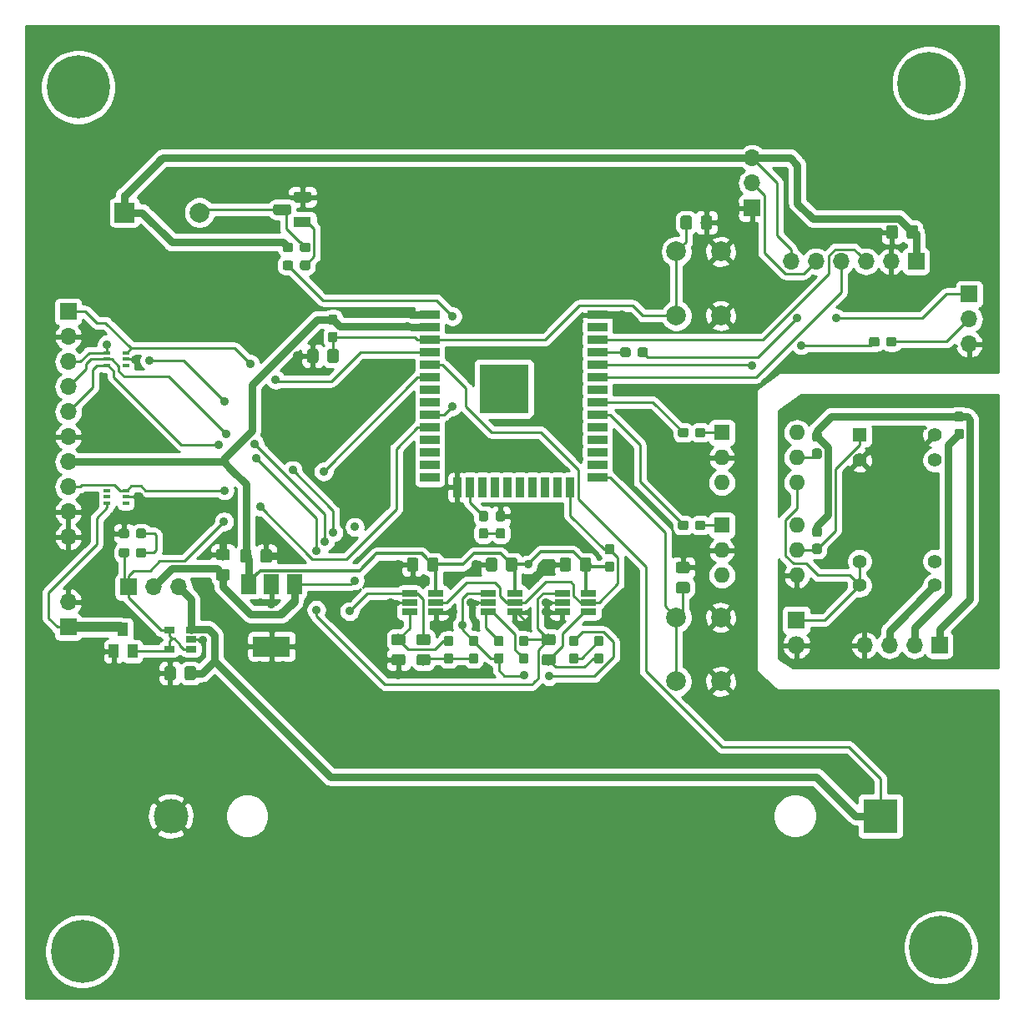
<source format=gbr>
G04 #@! TF.GenerationSoftware,KiCad,Pcbnew,(5.1.2)-1*
G04 #@! TF.CreationDate,2020-11-05T23:01:00+01:00*
G04 #@! TF.ProjectId,szakdolgozat,737a616b-646f-46c6-976f-7a61742e6b69,rev?*
G04 #@! TF.SameCoordinates,Original*
G04 #@! TF.FileFunction,Copper,L1,Top*
G04 #@! TF.FilePolarity,Positive*
%FSLAX46Y46*%
G04 Gerber Fmt 4.6, Leading zero omitted, Abs format (unit mm)*
G04 Created by KiCad (PCBNEW (5.1.2)-1) date 2020-11-05 23:01:00*
%MOMM*%
%LPD*%
G04 APERTURE LIST*
%ADD10C,0.100000*%
%ADD11C,1.150000*%
%ADD12R,5.000000X5.000000*%
%ADD13R,2.000000X0.900000*%
%ADD14R,0.900000X2.000000*%
%ADD15O,1.700000X1.700000*%
%ADD16R,1.700000X1.700000*%
%ADD17C,0.950000*%
%ADD18C,1.400000*%
%ADD19R,1.400000X1.400000*%
%ADD20R,1.060000X0.650000*%
%ADD21O,1.600000X1.600000*%
%ADD22R,1.600000X1.600000*%
%ADD23R,1.800000X1.800000*%
%ADD24O,1.800000X1.800000*%
%ADD25R,2.000000X2.000000*%
%ADD26C,2.000000*%
%ADD27R,0.650000X0.400000*%
%ADD28R,3.800000X2.000000*%
%ADD29R,1.500000X2.000000*%
%ADD30R,1.000000X1.400000*%
%ADD31C,6.400000*%
%ADD32R,1.560000X0.650000*%
%ADD33C,3.500000*%
%ADD34R,3.500000X3.500000*%
%ADD35C,1.100000*%
%ADD36R,1.800000X1.100000*%
%ADD37C,0.900000*%
%ADD38C,0.250000*%
%ADD39C,0.304800*%
%ADD40C,0.254000*%
%ADD41C,0.762000*%
%ADD42C,0.750000*%
%ADD43C,0.508000*%
%ADD44C,1.000000*%
G04 APERTURE END LIST*
D10*
G36*
X167581105Y-90570404D02*
G01*
X167605373Y-90574004D01*
X167629172Y-90579965D01*
X167652271Y-90588230D01*
X167674450Y-90598720D01*
X167695493Y-90611332D01*
X167715199Y-90625947D01*
X167733377Y-90642423D01*
X167749853Y-90660601D01*
X167764468Y-90680307D01*
X167777080Y-90701350D01*
X167787570Y-90723529D01*
X167795835Y-90746628D01*
X167801796Y-90770427D01*
X167805396Y-90794695D01*
X167806600Y-90819199D01*
X167806600Y-91469201D01*
X167805396Y-91493705D01*
X167801796Y-91517973D01*
X167795835Y-91541772D01*
X167787570Y-91564871D01*
X167777080Y-91587050D01*
X167764468Y-91608093D01*
X167749853Y-91627799D01*
X167733377Y-91645977D01*
X167715199Y-91662453D01*
X167695493Y-91677068D01*
X167674450Y-91689680D01*
X167652271Y-91700170D01*
X167629172Y-91708435D01*
X167605373Y-91714396D01*
X167581105Y-91717996D01*
X167556601Y-91719200D01*
X166656599Y-91719200D01*
X166632095Y-91717996D01*
X166607827Y-91714396D01*
X166584028Y-91708435D01*
X166560929Y-91700170D01*
X166538750Y-91689680D01*
X166517707Y-91677068D01*
X166498001Y-91662453D01*
X166479823Y-91645977D01*
X166463347Y-91627799D01*
X166448732Y-91608093D01*
X166436120Y-91587050D01*
X166425630Y-91564871D01*
X166417365Y-91541772D01*
X166411404Y-91517973D01*
X166407804Y-91493705D01*
X166406600Y-91469201D01*
X166406600Y-90819199D01*
X166407804Y-90794695D01*
X166411404Y-90770427D01*
X166417365Y-90746628D01*
X166425630Y-90723529D01*
X166436120Y-90701350D01*
X166448732Y-90680307D01*
X166463347Y-90660601D01*
X166479823Y-90642423D01*
X166498001Y-90625947D01*
X166517707Y-90611332D01*
X166538750Y-90598720D01*
X166560929Y-90588230D01*
X166584028Y-90579965D01*
X166607827Y-90574004D01*
X166632095Y-90570404D01*
X166656599Y-90569200D01*
X167556601Y-90569200D01*
X167581105Y-90570404D01*
X167581105Y-90570404D01*
G37*
D11*
X167106600Y-91144200D03*
D10*
G36*
X167581105Y-88520404D02*
G01*
X167605373Y-88524004D01*
X167629172Y-88529965D01*
X167652271Y-88538230D01*
X167674450Y-88548720D01*
X167695493Y-88561332D01*
X167715199Y-88575947D01*
X167733377Y-88592423D01*
X167749853Y-88610601D01*
X167764468Y-88630307D01*
X167777080Y-88651350D01*
X167787570Y-88673529D01*
X167795835Y-88696628D01*
X167801796Y-88720427D01*
X167805396Y-88744695D01*
X167806600Y-88769199D01*
X167806600Y-89419201D01*
X167805396Y-89443705D01*
X167801796Y-89467973D01*
X167795835Y-89491772D01*
X167787570Y-89514871D01*
X167777080Y-89537050D01*
X167764468Y-89558093D01*
X167749853Y-89577799D01*
X167733377Y-89595977D01*
X167715199Y-89612453D01*
X167695493Y-89627068D01*
X167674450Y-89639680D01*
X167652271Y-89650170D01*
X167629172Y-89658435D01*
X167605373Y-89664396D01*
X167581105Y-89667996D01*
X167556601Y-89669200D01*
X166656599Y-89669200D01*
X166632095Y-89667996D01*
X166607827Y-89664396D01*
X166584028Y-89658435D01*
X166560929Y-89650170D01*
X166538750Y-89639680D01*
X166517707Y-89627068D01*
X166498001Y-89612453D01*
X166479823Y-89595977D01*
X166463347Y-89577799D01*
X166448732Y-89558093D01*
X166436120Y-89537050D01*
X166425630Y-89514871D01*
X166417365Y-89491772D01*
X166411404Y-89467973D01*
X166407804Y-89443705D01*
X166406600Y-89419201D01*
X166406600Y-88769199D01*
X166407804Y-88744695D01*
X166411404Y-88720427D01*
X166417365Y-88696628D01*
X166425630Y-88673529D01*
X166436120Y-88651350D01*
X166448732Y-88630307D01*
X166463347Y-88610601D01*
X166479823Y-88592423D01*
X166498001Y-88575947D01*
X166517707Y-88561332D01*
X166538750Y-88548720D01*
X166560929Y-88538230D01*
X166584028Y-88529965D01*
X166607827Y-88524004D01*
X166632095Y-88520404D01*
X166656599Y-88519200D01*
X167556601Y-88519200D01*
X167581105Y-88520404D01*
X167581105Y-88520404D01*
G37*
D11*
X167106600Y-89094200D03*
D12*
X175250600Y-63634000D03*
D13*
X167750600Y-56134000D03*
X167750600Y-57404000D03*
X167750600Y-58674000D03*
X167750600Y-59944000D03*
X167750600Y-61214000D03*
X167750600Y-62484000D03*
X167750600Y-63754000D03*
X167750600Y-65024000D03*
X167750600Y-66294000D03*
X167750600Y-67564000D03*
X167750600Y-68834000D03*
X167750600Y-70104000D03*
X167750600Y-71374000D03*
X167750600Y-72644000D03*
D14*
X170535600Y-73644000D03*
X171805600Y-73644000D03*
X173075600Y-73644000D03*
X174345600Y-73644000D03*
X175615600Y-73644000D03*
X176885600Y-73644000D03*
X178155600Y-73644000D03*
X179425600Y-73644000D03*
X180695600Y-73644000D03*
X181965600Y-73644000D03*
D13*
X184750600Y-72644000D03*
X184750600Y-71374000D03*
X184750600Y-70104000D03*
X184750600Y-68834000D03*
X184750600Y-67564000D03*
X184750600Y-66294000D03*
X184750600Y-65024000D03*
X184750600Y-63754000D03*
X184750600Y-62484000D03*
X184750600Y-61214000D03*
X184750600Y-59944000D03*
X184750600Y-58674000D03*
X184750600Y-57404000D03*
X184750600Y-56134000D03*
D15*
X200431400Y-40233600D03*
X200431400Y-42773600D03*
D16*
X200431400Y-45313600D03*
D10*
G36*
X147235705Y-79909804D02*
G01*
X147259973Y-79913404D01*
X147283772Y-79919365D01*
X147306871Y-79927630D01*
X147329050Y-79938120D01*
X147350093Y-79950732D01*
X147369799Y-79965347D01*
X147387977Y-79981823D01*
X147404453Y-80000001D01*
X147419068Y-80019707D01*
X147431680Y-80040750D01*
X147442170Y-80062929D01*
X147450435Y-80086028D01*
X147456396Y-80109827D01*
X147459996Y-80134095D01*
X147461200Y-80158599D01*
X147461200Y-80808601D01*
X147459996Y-80833105D01*
X147456396Y-80857373D01*
X147450435Y-80881172D01*
X147442170Y-80904271D01*
X147431680Y-80926450D01*
X147419068Y-80947493D01*
X147404453Y-80967199D01*
X147387977Y-80985377D01*
X147369799Y-81001853D01*
X147350093Y-81016468D01*
X147329050Y-81029080D01*
X147306871Y-81039570D01*
X147283772Y-81047835D01*
X147259973Y-81053796D01*
X147235705Y-81057396D01*
X147211201Y-81058600D01*
X146311199Y-81058600D01*
X146286695Y-81057396D01*
X146262427Y-81053796D01*
X146238628Y-81047835D01*
X146215529Y-81039570D01*
X146193350Y-81029080D01*
X146172307Y-81016468D01*
X146152601Y-81001853D01*
X146134423Y-80985377D01*
X146117947Y-80967199D01*
X146103332Y-80947493D01*
X146090720Y-80926450D01*
X146080230Y-80904271D01*
X146071965Y-80881172D01*
X146066004Y-80857373D01*
X146062404Y-80833105D01*
X146061200Y-80808601D01*
X146061200Y-80158599D01*
X146062404Y-80134095D01*
X146066004Y-80109827D01*
X146071965Y-80086028D01*
X146080230Y-80062929D01*
X146090720Y-80040750D01*
X146103332Y-80019707D01*
X146117947Y-80000001D01*
X146134423Y-79981823D01*
X146152601Y-79965347D01*
X146172307Y-79950732D01*
X146193350Y-79938120D01*
X146215529Y-79927630D01*
X146238628Y-79919365D01*
X146262427Y-79913404D01*
X146286695Y-79909804D01*
X146311199Y-79908600D01*
X147211201Y-79908600D01*
X147235705Y-79909804D01*
X147235705Y-79909804D01*
G37*
D11*
X146761200Y-80483600D03*
D10*
G36*
X147235705Y-81959804D02*
G01*
X147259973Y-81963404D01*
X147283772Y-81969365D01*
X147306871Y-81977630D01*
X147329050Y-81988120D01*
X147350093Y-82000732D01*
X147369799Y-82015347D01*
X147387977Y-82031823D01*
X147404453Y-82050001D01*
X147419068Y-82069707D01*
X147431680Y-82090750D01*
X147442170Y-82112929D01*
X147450435Y-82136028D01*
X147456396Y-82159827D01*
X147459996Y-82184095D01*
X147461200Y-82208599D01*
X147461200Y-82858601D01*
X147459996Y-82883105D01*
X147456396Y-82907373D01*
X147450435Y-82931172D01*
X147442170Y-82954271D01*
X147431680Y-82976450D01*
X147419068Y-82997493D01*
X147404453Y-83017199D01*
X147387977Y-83035377D01*
X147369799Y-83051853D01*
X147350093Y-83066468D01*
X147329050Y-83079080D01*
X147306871Y-83089570D01*
X147283772Y-83097835D01*
X147259973Y-83103796D01*
X147235705Y-83107396D01*
X147211201Y-83108600D01*
X146311199Y-83108600D01*
X146286695Y-83107396D01*
X146262427Y-83103796D01*
X146238628Y-83097835D01*
X146215529Y-83089570D01*
X146193350Y-83079080D01*
X146172307Y-83066468D01*
X146152601Y-83051853D01*
X146134423Y-83035377D01*
X146117947Y-83017199D01*
X146103332Y-82997493D01*
X146090720Y-82976450D01*
X146080230Y-82954271D01*
X146071965Y-82931172D01*
X146066004Y-82907373D01*
X146062404Y-82883105D01*
X146061200Y-82858601D01*
X146061200Y-82208599D01*
X146062404Y-82184095D01*
X146066004Y-82159827D01*
X146071965Y-82136028D01*
X146080230Y-82112929D01*
X146090720Y-82090750D01*
X146103332Y-82069707D01*
X146117947Y-82050001D01*
X146134423Y-82031823D01*
X146152601Y-82015347D01*
X146172307Y-82000732D01*
X146193350Y-81988120D01*
X146215529Y-81977630D01*
X146238628Y-81969365D01*
X146262427Y-81963404D01*
X146286695Y-81959804D01*
X146311199Y-81958600D01*
X147211201Y-81958600D01*
X147235705Y-81959804D01*
X147235705Y-81959804D01*
G37*
D11*
X146761200Y-82533600D03*
D10*
G36*
X149438505Y-79920804D02*
G01*
X149462773Y-79924404D01*
X149486572Y-79930365D01*
X149509671Y-79938630D01*
X149531850Y-79949120D01*
X149552893Y-79961732D01*
X149572599Y-79976347D01*
X149590777Y-79992823D01*
X149607253Y-80011001D01*
X149621868Y-80030707D01*
X149634480Y-80051750D01*
X149644970Y-80073929D01*
X149653235Y-80097028D01*
X149659196Y-80120827D01*
X149662796Y-80145095D01*
X149664000Y-80169599D01*
X149664000Y-81069601D01*
X149662796Y-81094105D01*
X149659196Y-81118373D01*
X149653235Y-81142172D01*
X149644970Y-81165271D01*
X149634480Y-81187450D01*
X149621868Y-81208493D01*
X149607253Y-81228199D01*
X149590777Y-81246377D01*
X149572599Y-81262853D01*
X149552893Y-81277468D01*
X149531850Y-81290080D01*
X149509671Y-81300570D01*
X149486572Y-81308835D01*
X149462773Y-81314796D01*
X149438505Y-81318396D01*
X149414001Y-81319600D01*
X148763999Y-81319600D01*
X148739495Y-81318396D01*
X148715227Y-81314796D01*
X148691428Y-81308835D01*
X148668329Y-81300570D01*
X148646150Y-81290080D01*
X148625107Y-81277468D01*
X148605401Y-81262853D01*
X148587223Y-81246377D01*
X148570747Y-81228199D01*
X148556132Y-81208493D01*
X148543520Y-81187450D01*
X148533030Y-81165271D01*
X148524765Y-81142172D01*
X148518804Y-81118373D01*
X148515204Y-81094105D01*
X148514000Y-81069601D01*
X148514000Y-80169599D01*
X148515204Y-80145095D01*
X148518804Y-80120827D01*
X148524765Y-80097028D01*
X148533030Y-80073929D01*
X148543520Y-80051750D01*
X148556132Y-80030707D01*
X148570747Y-80011001D01*
X148587223Y-79992823D01*
X148605401Y-79976347D01*
X148625107Y-79961732D01*
X148646150Y-79949120D01*
X148668329Y-79938630D01*
X148691428Y-79930365D01*
X148715227Y-79924404D01*
X148739495Y-79920804D01*
X148763999Y-79919600D01*
X149414001Y-79919600D01*
X149438505Y-79920804D01*
X149438505Y-79920804D01*
G37*
D11*
X149089000Y-80619600D03*
D10*
G36*
X151488505Y-79920804D02*
G01*
X151512773Y-79924404D01*
X151536572Y-79930365D01*
X151559671Y-79938630D01*
X151581850Y-79949120D01*
X151602893Y-79961732D01*
X151622599Y-79976347D01*
X151640777Y-79992823D01*
X151657253Y-80011001D01*
X151671868Y-80030707D01*
X151684480Y-80051750D01*
X151694970Y-80073929D01*
X151703235Y-80097028D01*
X151709196Y-80120827D01*
X151712796Y-80145095D01*
X151714000Y-80169599D01*
X151714000Y-81069601D01*
X151712796Y-81094105D01*
X151709196Y-81118373D01*
X151703235Y-81142172D01*
X151694970Y-81165271D01*
X151684480Y-81187450D01*
X151671868Y-81208493D01*
X151657253Y-81228199D01*
X151640777Y-81246377D01*
X151622599Y-81262853D01*
X151602893Y-81277468D01*
X151581850Y-81290080D01*
X151559671Y-81300570D01*
X151536572Y-81308835D01*
X151512773Y-81314796D01*
X151488505Y-81318396D01*
X151464001Y-81319600D01*
X150813999Y-81319600D01*
X150789495Y-81318396D01*
X150765227Y-81314796D01*
X150741428Y-81308835D01*
X150718329Y-81300570D01*
X150696150Y-81290080D01*
X150675107Y-81277468D01*
X150655401Y-81262853D01*
X150637223Y-81246377D01*
X150620747Y-81228199D01*
X150606132Y-81208493D01*
X150593520Y-81187450D01*
X150583030Y-81165271D01*
X150574765Y-81142172D01*
X150568804Y-81118373D01*
X150565204Y-81094105D01*
X150564000Y-81069601D01*
X150564000Y-80169599D01*
X150565204Y-80145095D01*
X150568804Y-80120827D01*
X150574765Y-80097028D01*
X150583030Y-80073929D01*
X150593520Y-80051750D01*
X150606132Y-80030707D01*
X150620747Y-80011001D01*
X150637223Y-79992823D01*
X150655401Y-79976347D01*
X150675107Y-79961732D01*
X150696150Y-79949120D01*
X150718329Y-79938630D01*
X150741428Y-79930365D01*
X150765227Y-79924404D01*
X150789495Y-79920804D01*
X150813999Y-79919600D01*
X151464001Y-79919600D01*
X151488505Y-79920804D01*
X151488505Y-79920804D01*
G37*
D11*
X151139000Y-80619600D03*
D10*
G36*
X141742305Y-91808004D02*
G01*
X141766573Y-91811604D01*
X141790372Y-91817565D01*
X141813471Y-91825830D01*
X141835650Y-91836320D01*
X141856693Y-91848932D01*
X141876399Y-91863547D01*
X141894577Y-91880023D01*
X141911053Y-91898201D01*
X141925668Y-91917907D01*
X141938280Y-91938950D01*
X141948770Y-91961129D01*
X141957035Y-91984228D01*
X141962996Y-92008027D01*
X141966596Y-92032295D01*
X141967800Y-92056799D01*
X141967800Y-92956801D01*
X141966596Y-92981305D01*
X141962996Y-93005573D01*
X141957035Y-93029372D01*
X141948770Y-93052471D01*
X141938280Y-93074650D01*
X141925668Y-93095693D01*
X141911053Y-93115399D01*
X141894577Y-93133577D01*
X141876399Y-93150053D01*
X141856693Y-93164668D01*
X141835650Y-93177280D01*
X141813471Y-93187770D01*
X141790372Y-93196035D01*
X141766573Y-93201996D01*
X141742305Y-93205596D01*
X141717801Y-93206800D01*
X141067799Y-93206800D01*
X141043295Y-93205596D01*
X141019027Y-93201996D01*
X140995228Y-93196035D01*
X140972129Y-93187770D01*
X140949950Y-93177280D01*
X140928907Y-93164668D01*
X140909201Y-93150053D01*
X140891023Y-93133577D01*
X140874547Y-93115399D01*
X140859932Y-93095693D01*
X140847320Y-93074650D01*
X140836830Y-93052471D01*
X140828565Y-93029372D01*
X140822604Y-93005573D01*
X140819004Y-92981305D01*
X140817800Y-92956801D01*
X140817800Y-92056799D01*
X140819004Y-92032295D01*
X140822604Y-92008027D01*
X140828565Y-91984228D01*
X140836830Y-91961129D01*
X140847320Y-91938950D01*
X140859932Y-91917907D01*
X140874547Y-91898201D01*
X140891023Y-91880023D01*
X140909201Y-91863547D01*
X140928907Y-91848932D01*
X140949950Y-91836320D01*
X140972129Y-91825830D01*
X140995228Y-91817565D01*
X141019027Y-91811604D01*
X141043295Y-91808004D01*
X141067799Y-91806800D01*
X141717801Y-91806800D01*
X141742305Y-91808004D01*
X141742305Y-91808004D01*
G37*
D11*
X141392800Y-92506800D03*
D10*
G36*
X143792305Y-91808004D02*
G01*
X143816573Y-91811604D01*
X143840372Y-91817565D01*
X143863471Y-91825830D01*
X143885650Y-91836320D01*
X143906693Y-91848932D01*
X143926399Y-91863547D01*
X143944577Y-91880023D01*
X143961053Y-91898201D01*
X143975668Y-91917907D01*
X143988280Y-91938950D01*
X143998770Y-91961129D01*
X144007035Y-91984228D01*
X144012996Y-92008027D01*
X144016596Y-92032295D01*
X144017800Y-92056799D01*
X144017800Y-92956801D01*
X144016596Y-92981305D01*
X144012996Y-93005573D01*
X144007035Y-93029372D01*
X143998770Y-93052471D01*
X143988280Y-93074650D01*
X143975668Y-93095693D01*
X143961053Y-93115399D01*
X143944577Y-93133577D01*
X143926399Y-93150053D01*
X143906693Y-93164668D01*
X143885650Y-93177280D01*
X143863471Y-93187770D01*
X143840372Y-93196035D01*
X143816573Y-93201996D01*
X143792305Y-93205596D01*
X143767801Y-93206800D01*
X143117799Y-93206800D01*
X143093295Y-93205596D01*
X143069027Y-93201996D01*
X143045228Y-93196035D01*
X143022129Y-93187770D01*
X142999950Y-93177280D01*
X142978907Y-93164668D01*
X142959201Y-93150053D01*
X142941023Y-93133577D01*
X142924547Y-93115399D01*
X142909932Y-93095693D01*
X142897320Y-93074650D01*
X142886830Y-93052471D01*
X142878565Y-93029372D01*
X142872604Y-93005573D01*
X142869004Y-92981305D01*
X142867800Y-92956801D01*
X142867800Y-92056799D01*
X142869004Y-92032295D01*
X142872604Y-92008027D01*
X142878565Y-91984228D01*
X142886830Y-91961129D01*
X142897320Y-91938950D01*
X142909932Y-91917907D01*
X142924547Y-91898201D01*
X142941023Y-91880023D01*
X142959201Y-91863547D01*
X142978907Y-91848932D01*
X142999950Y-91836320D01*
X143022129Y-91825830D01*
X143045228Y-91817565D01*
X143069027Y-91811604D01*
X143093295Y-91808004D01*
X143117799Y-91806800D01*
X143767801Y-91806800D01*
X143792305Y-91808004D01*
X143792305Y-91808004D01*
G37*
D11*
X143442800Y-92506800D03*
D10*
G36*
X174348905Y-80784404D02*
G01*
X174373173Y-80788004D01*
X174396972Y-80793965D01*
X174420071Y-80802230D01*
X174442250Y-80812720D01*
X174463293Y-80825332D01*
X174482999Y-80839947D01*
X174501177Y-80856423D01*
X174517653Y-80874601D01*
X174532268Y-80894307D01*
X174544880Y-80915350D01*
X174555370Y-80937529D01*
X174563635Y-80960628D01*
X174569596Y-80984427D01*
X174573196Y-81008695D01*
X174574400Y-81033199D01*
X174574400Y-81933201D01*
X174573196Y-81957705D01*
X174569596Y-81981973D01*
X174563635Y-82005772D01*
X174555370Y-82028871D01*
X174544880Y-82051050D01*
X174532268Y-82072093D01*
X174517653Y-82091799D01*
X174501177Y-82109977D01*
X174482999Y-82126453D01*
X174463293Y-82141068D01*
X174442250Y-82153680D01*
X174420071Y-82164170D01*
X174396972Y-82172435D01*
X174373173Y-82178396D01*
X174348905Y-82181996D01*
X174324401Y-82183200D01*
X173674399Y-82183200D01*
X173649895Y-82181996D01*
X173625627Y-82178396D01*
X173601828Y-82172435D01*
X173578729Y-82164170D01*
X173556550Y-82153680D01*
X173535507Y-82141068D01*
X173515801Y-82126453D01*
X173497623Y-82109977D01*
X173481147Y-82091799D01*
X173466532Y-82072093D01*
X173453920Y-82051050D01*
X173443430Y-82028871D01*
X173435165Y-82005772D01*
X173429204Y-81981973D01*
X173425604Y-81957705D01*
X173424400Y-81933201D01*
X173424400Y-81033199D01*
X173425604Y-81008695D01*
X173429204Y-80984427D01*
X173435165Y-80960628D01*
X173443430Y-80937529D01*
X173453920Y-80915350D01*
X173466532Y-80894307D01*
X173481147Y-80874601D01*
X173497623Y-80856423D01*
X173515801Y-80839947D01*
X173535507Y-80825332D01*
X173556550Y-80812720D01*
X173578729Y-80802230D01*
X173601828Y-80793965D01*
X173625627Y-80788004D01*
X173649895Y-80784404D01*
X173674399Y-80783200D01*
X174324401Y-80783200D01*
X174348905Y-80784404D01*
X174348905Y-80784404D01*
G37*
D11*
X173999400Y-81483200D03*
D10*
G36*
X176398905Y-80784404D02*
G01*
X176423173Y-80788004D01*
X176446972Y-80793965D01*
X176470071Y-80802230D01*
X176492250Y-80812720D01*
X176513293Y-80825332D01*
X176532999Y-80839947D01*
X176551177Y-80856423D01*
X176567653Y-80874601D01*
X176582268Y-80894307D01*
X176594880Y-80915350D01*
X176605370Y-80937529D01*
X176613635Y-80960628D01*
X176619596Y-80984427D01*
X176623196Y-81008695D01*
X176624400Y-81033199D01*
X176624400Y-81933201D01*
X176623196Y-81957705D01*
X176619596Y-81981973D01*
X176613635Y-82005772D01*
X176605370Y-82028871D01*
X176594880Y-82051050D01*
X176582268Y-82072093D01*
X176567653Y-82091799D01*
X176551177Y-82109977D01*
X176532999Y-82126453D01*
X176513293Y-82141068D01*
X176492250Y-82153680D01*
X176470071Y-82164170D01*
X176446972Y-82172435D01*
X176423173Y-82178396D01*
X176398905Y-82181996D01*
X176374401Y-82183200D01*
X175724399Y-82183200D01*
X175699895Y-82181996D01*
X175675627Y-82178396D01*
X175651828Y-82172435D01*
X175628729Y-82164170D01*
X175606550Y-82153680D01*
X175585507Y-82141068D01*
X175565801Y-82126453D01*
X175547623Y-82109977D01*
X175531147Y-82091799D01*
X175516532Y-82072093D01*
X175503920Y-82051050D01*
X175493430Y-82028871D01*
X175485165Y-82005772D01*
X175479204Y-81981973D01*
X175475604Y-81957705D01*
X175474400Y-81933201D01*
X175474400Y-81033199D01*
X175475604Y-81008695D01*
X175479204Y-80984427D01*
X175485165Y-80960628D01*
X175493430Y-80937529D01*
X175503920Y-80915350D01*
X175516532Y-80894307D01*
X175531147Y-80874601D01*
X175547623Y-80856423D01*
X175565801Y-80839947D01*
X175585507Y-80825332D01*
X175606550Y-80812720D01*
X175628729Y-80802230D01*
X175651828Y-80793965D01*
X175675627Y-80788004D01*
X175699895Y-80784404D01*
X175724399Y-80783200D01*
X176374401Y-80783200D01*
X176398905Y-80784404D01*
X176398905Y-80784404D01*
G37*
D11*
X176049400Y-81483200D03*
D10*
G36*
X183898905Y-80784404D02*
G01*
X183923173Y-80788004D01*
X183946972Y-80793965D01*
X183970071Y-80802230D01*
X183992250Y-80812720D01*
X184013293Y-80825332D01*
X184032999Y-80839947D01*
X184051177Y-80856423D01*
X184067653Y-80874601D01*
X184082268Y-80894307D01*
X184094880Y-80915350D01*
X184105370Y-80937529D01*
X184113635Y-80960628D01*
X184119596Y-80984427D01*
X184123196Y-81008695D01*
X184124400Y-81033199D01*
X184124400Y-81933201D01*
X184123196Y-81957705D01*
X184119596Y-81981973D01*
X184113635Y-82005772D01*
X184105370Y-82028871D01*
X184094880Y-82051050D01*
X184082268Y-82072093D01*
X184067653Y-82091799D01*
X184051177Y-82109977D01*
X184032999Y-82126453D01*
X184013293Y-82141068D01*
X183992250Y-82153680D01*
X183970071Y-82164170D01*
X183946972Y-82172435D01*
X183923173Y-82178396D01*
X183898905Y-82181996D01*
X183874401Y-82183200D01*
X183224399Y-82183200D01*
X183199895Y-82181996D01*
X183175627Y-82178396D01*
X183151828Y-82172435D01*
X183128729Y-82164170D01*
X183106550Y-82153680D01*
X183085507Y-82141068D01*
X183065801Y-82126453D01*
X183047623Y-82109977D01*
X183031147Y-82091799D01*
X183016532Y-82072093D01*
X183003920Y-82051050D01*
X182993430Y-82028871D01*
X182985165Y-82005772D01*
X182979204Y-81981973D01*
X182975604Y-81957705D01*
X182974400Y-81933201D01*
X182974400Y-81033199D01*
X182975604Y-81008695D01*
X182979204Y-80984427D01*
X182985165Y-80960628D01*
X182993430Y-80937529D01*
X183003920Y-80915350D01*
X183016532Y-80894307D01*
X183031147Y-80874601D01*
X183047623Y-80856423D01*
X183065801Y-80839947D01*
X183085507Y-80825332D01*
X183106550Y-80812720D01*
X183128729Y-80802230D01*
X183151828Y-80793965D01*
X183175627Y-80788004D01*
X183199895Y-80784404D01*
X183224399Y-80783200D01*
X183874401Y-80783200D01*
X183898905Y-80784404D01*
X183898905Y-80784404D01*
G37*
D11*
X183549400Y-81483200D03*
D10*
G36*
X181848905Y-80784404D02*
G01*
X181873173Y-80788004D01*
X181896972Y-80793965D01*
X181920071Y-80802230D01*
X181942250Y-80812720D01*
X181963293Y-80825332D01*
X181982999Y-80839947D01*
X182001177Y-80856423D01*
X182017653Y-80874601D01*
X182032268Y-80894307D01*
X182044880Y-80915350D01*
X182055370Y-80937529D01*
X182063635Y-80960628D01*
X182069596Y-80984427D01*
X182073196Y-81008695D01*
X182074400Y-81033199D01*
X182074400Y-81933201D01*
X182073196Y-81957705D01*
X182069596Y-81981973D01*
X182063635Y-82005772D01*
X182055370Y-82028871D01*
X182044880Y-82051050D01*
X182032268Y-82072093D01*
X182017653Y-82091799D01*
X182001177Y-82109977D01*
X181982999Y-82126453D01*
X181963293Y-82141068D01*
X181942250Y-82153680D01*
X181920071Y-82164170D01*
X181896972Y-82172435D01*
X181873173Y-82178396D01*
X181848905Y-82181996D01*
X181824401Y-82183200D01*
X181174399Y-82183200D01*
X181149895Y-82181996D01*
X181125627Y-82178396D01*
X181101828Y-82172435D01*
X181078729Y-82164170D01*
X181056550Y-82153680D01*
X181035507Y-82141068D01*
X181015801Y-82126453D01*
X180997623Y-82109977D01*
X180981147Y-82091799D01*
X180966532Y-82072093D01*
X180953920Y-82051050D01*
X180943430Y-82028871D01*
X180935165Y-82005772D01*
X180929204Y-81981973D01*
X180925604Y-81957705D01*
X180924400Y-81933201D01*
X180924400Y-81033199D01*
X180925604Y-81008695D01*
X180929204Y-80984427D01*
X180935165Y-80960628D01*
X180943430Y-80937529D01*
X180953920Y-80915350D01*
X180966532Y-80894307D01*
X180981147Y-80874601D01*
X180997623Y-80856423D01*
X181015801Y-80839947D01*
X181035507Y-80825332D01*
X181056550Y-80812720D01*
X181078729Y-80802230D01*
X181101828Y-80793965D01*
X181125627Y-80788004D01*
X181149895Y-80784404D01*
X181174399Y-80783200D01*
X181824401Y-80783200D01*
X181848905Y-80784404D01*
X181848905Y-80784404D01*
G37*
D11*
X181499400Y-81483200D03*
D10*
G36*
X156220305Y-59626204D02*
G01*
X156244573Y-59629804D01*
X156268372Y-59635765D01*
X156291471Y-59644030D01*
X156313650Y-59654520D01*
X156334693Y-59667132D01*
X156354399Y-59681747D01*
X156372577Y-59698223D01*
X156389053Y-59716401D01*
X156403668Y-59736107D01*
X156416280Y-59757150D01*
X156426770Y-59779329D01*
X156435035Y-59802428D01*
X156440996Y-59826227D01*
X156444596Y-59850495D01*
X156445800Y-59874999D01*
X156445800Y-60775001D01*
X156444596Y-60799505D01*
X156440996Y-60823773D01*
X156435035Y-60847572D01*
X156426770Y-60870671D01*
X156416280Y-60892850D01*
X156403668Y-60913893D01*
X156389053Y-60933599D01*
X156372577Y-60951777D01*
X156354399Y-60968253D01*
X156334693Y-60982868D01*
X156313650Y-60995480D01*
X156291471Y-61005970D01*
X156268372Y-61014235D01*
X156244573Y-61020196D01*
X156220305Y-61023796D01*
X156195801Y-61025000D01*
X155545799Y-61025000D01*
X155521295Y-61023796D01*
X155497027Y-61020196D01*
X155473228Y-61014235D01*
X155450129Y-61005970D01*
X155427950Y-60995480D01*
X155406907Y-60982868D01*
X155387201Y-60968253D01*
X155369023Y-60951777D01*
X155352547Y-60933599D01*
X155337932Y-60913893D01*
X155325320Y-60892850D01*
X155314830Y-60870671D01*
X155306565Y-60847572D01*
X155300604Y-60823773D01*
X155297004Y-60799505D01*
X155295800Y-60775001D01*
X155295800Y-59874999D01*
X155297004Y-59850495D01*
X155300604Y-59826227D01*
X155306565Y-59802428D01*
X155314830Y-59779329D01*
X155325320Y-59757150D01*
X155337932Y-59736107D01*
X155352547Y-59716401D01*
X155369023Y-59698223D01*
X155387201Y-59681747D01*
X155406907Y-59667132D01*
X155427950Y-59654520D01*
X155450129Y-59644030D01*
X155473228Y-59635765D01*
X155497027Y-59629804D01*
X155521295Y-59626204D01*
X155545799Y-59625000D01*
X156195801Y-59625000D01*
X156220305Y-59626204D01*
X156220305Y-59626204D01*
G37*
D11*
X155870800Y-60325000D03*
D10*
G36*
X158270305Y-59626204D02*
G01*
X158294573Y-59629804D01*
X158318372Y-59635765D01*
X158341471Y-59644030D01*
X158363650Y-59654520D01*
X158384693Y-59667132D01*
X158404399Y-59681747D01*
X158422577Y-59698223D01*
X158439053Y-59716401D01*
X158453668Y-59736107D01*
X158466280Y-59757150D01*
X158476770Y-59779329D01*
X158485035Y-59802428D01*
X158490996Y-59826227D01*
X158494596Y-59850495D01*
X158495800Y-59874999D01*
X158495800Y-60775001D01*
X158494596Y-60799505D01*
X158490996Y-60823773D01*
X158485035Y-60847572D01*
X158476770Y-60870671D01*
X158466280Y-60892850D01*
X158453668Y-60913893D01*
X158439053Y-60933599D01*
X158422577Y-60951777D01*
X158404399Y-60968253D01*
X158384693Y-60982868D01*
X158363650Y-60995480D01*
X158341471Y-61005970D01*
X158318372Y-61014235D01*
X158294573Y-61020196D01*
X158270305Y-61023796D01*
X158245801Y-61025000D01*
X157595799Y-61025000D01*
X157571295Y-61023796D01*
X157547027Y-61020196D01*
X157523228Y-61014235D01*
X157500129Y-61005970D01*
X157477950Y-60995480D01*
X157456907Y-60982868D01*
X157437201Y-60968253D01*
X157419023Y-60951777D01*
X157402547Y-60933599D01*
X157387932Y-60913893D01*
X157375320Y-60892850D01*
X157364830Y-60870671D01*
X157356565Y-60847572D01*
X157350604Y-60823773D01*
X157347004Y-60799505D01*
X157345800Y-60775001D01*
X157345800Y-59874999D01*
X157347004Y-59850495D01*
X157350604Y-59826227D01*
X157356565Y-59802428D01*
X157364830Y-59779329D01*
X157375320Y-59757150D01*
X157387932Y-59736107D01*
X157402547Y-59716401D01*
X157419023Y-59698223D01*
X157437201Y-59681747D01*
X157456907Y-59667132D01*
X157477950Y-59654520D01*
X157500129Y-59644030D01*
X157523228Y-59635765D01*
X157547027Y-59629804D01*
X157571295Y-59626204D01*
X157595799Y-59625000D01*
X158245801Y-59625000D01*
X158270305Y-59626204D01*
X158270305Y-59626204D01*
G37*
D11*
X157920800Y-60325000D03*
D10*
G36*
X214995905Y-47053204D02*
G01*
X215020173Y-47056804D01*
X215043972Y-47062765D01*
X215067071Y-47071030D01*
X215089250Y-47081520D01*
X215110293Y-47094132D01*
X215129999Y-47108747D01*
X215148177Y-47125223D01*
X215164653Y-47143401D01*
X215179268Y-47163107D01*
X215191880Y-47184150D01*
X215202370Y-47206329D01*
X215210635Y-47229428D01*
X215216596Y-47253227D01*
X215220196Y-47277495D01*
X215221400Y-47301999D01*
X215221400Y-48202001D01*
X215220196Y-48226505D01*
X215216596Y-48250773D01*
X215210635Y-48274572D01*
X215202370Y-48297671D01*
X215191880Y-48319850D01*
X215179268Y-48340893D01*
X215164653Y-48360599D01*
X215148177Y-48378777D01*
X215129999Y-48395253D01*
X215110293Y-48409868D01*
X215089250Y-48422480D01*
X215067071Y-48432970D01*
X215043972Y-48441235D01*
X215020173Y-48447196D01*
X214995905Y-48450796D01*
X214971401Y-48452000D01*
X214321399Y-48452000D01*
X214296895Y-48450796D01*
X214272627Y-48447196D01*
X214248828Y-48441235D01*
X214225729Y-48432970D01*
X214203550Y-48422480D01*
X214182507Y-48409868D01*
X214162801Y-48395253D01*
X214144623Y-48378777D01*
X214128147Y-48360599D01*
X214113532Y-48340893D01*
X214100920Y-48319850D01*
X214090430Y-48297671D01*
X214082165Y-48274572D01*
X214076204Y-48250773D01*
X214072604Y-48226505D01*
X214071400Y-48202001D01*
X214071400Y-47301999D01*
X214072604Y-47277495D01*
X214076204Y-47253227D01*
X214082165Y-47229428D01*
X214090430Y-47206329D01*
X214100920Y-47184150D01*
X214113532Y-47163107D01*
X214128147Y-47143401D01*
X214144623Y-47125223D01*
X214162801Y-47108747D01*
X214182507Y-47094132D01*
X214203550Y-47081520D01*
X214225729Y-47071030D01*
X214248828Y-47062765D01*
X214272627Y-47056804D01*
X214296895Y-47053204D01*
X214321399Y-47052000D01*
X214971401Y-47052000D01*
X214995905Y-47053204D01*
X214995905Y-47053204D01*
G37*
D11*
X214646400Y-47752000D03*
D10*
G36*
X217045905Y-47053204D02*
G01*
X217070173Y-47056804D01*
X217093972Y-47062765D01*
X217117071Y-47071030D01*
X217139250Y-47081520D01*
X217160293Y-47094132D01*
X217179999Y-47108747D01*
X217198177Y-47125223D01*
X217214653Y-47143401D01*
X217229268Y-47163107D01*
X217241880Y-47184150D01*
X217252370Y-47206329D01*
X217260635Y-47229428D01*
X217266596Y-47253227D01*
X217270196Y-47277495D01*
X217271400Y-47301999D01*
X217271400Y-48202001D01*
X217270196Y-48226505D01*
X217266596Y-48250773D01*
X217260635Y-48274572D01*
X217252370Y-48297671D01*
X217241880Y-48319850D01*
X217229268Y-48340893D01*
X217214653Y-48360599D01*
X217198177Y-48378777D01*
X217179999Y-48395253D01*
X217160293Y-48409868D01*
X217139250Y-48422480D01*
X217117071Y-48432970D01*
X217093972Y-48441235D01*
X217070173Y-48447196D01*
X217045905Y-48450796D01*
X217021401Y-48452000D01*
X216371399Y-48452000D01*
X216346895Y-48450796D01*
X216322627Y-48447196D01*
X216298828Y-48441235D01*
X216275729Y-48432970D01*
X216253550Y-48422480D01*
X216232507Y-48409868D01*
X216212801Y-48395253D01*
X216194623Y-48378777D01*
X216178147Y-48360599D01*
X216163532Y-48340893D01*
X216150920Y-48319850D01*
X216140430Y-48297671D01*
X216132165Y-48274572D01*
X216126204Y-48250773D01*
X216122604Y-48226505D01*
X216121400Y-48202001D01*
X216121400Y-47301999D01*
X216122604Y-47277495D01*
X216126204Y-47253227D01*
X216132165Y-47229428D01*
X216140430Y-47206329D01*
X216150920Y-47184150D01*
X216163532Y-47163107D01*
X216178147Y-47143401D01*
X216194623Y-47125223D01*
X216212801Y-47108747D01*
X216232507Y-47094132D01*
X216253550Y-47081520D01*
X216275729Y-47071030D01*
X216298828Y-47062765D01*
X216322627Y-47056804D01*
X216346895Y-47053204D01*
X216371399Y-47052000D01*
X217021401Y-47052000D01*
X217045905Y-47053204D01*
X217045905Y-47053204D01*
G37*
D11*
X216696400Y-47752000D03*
D10*
G36*
X138777579Y-79815544D02*
G01*
X138800634Y-79818963D01*
X138823243Y-79824627D01*
X138845187Y-79832479D01*
X138866257Y-79842444D01*
X138886248Y-79854426D01*
X138904968Y-79868310D01*
X138922238Y-79883962D01*
X138937890Y-79901232D01*
X138951774Y-79919952D01*
X138963756Y-79939943D01*
X138973721Y-79961013D01*
X138981573Y-79982957D01*
X138987237Y-80005566D01*
X138990656Y-80028621D01*
X138991800Y-80051900D01*
X138991800Y-80526900D01*
X138990656Y-80550179D01*
X138987237Y-80573234D01*
X138981573Y-80595843D01*
X138973721Y-80617787D01*
X138963756Y-80638857D01*
X138951774Y-80658848D01*
X138937890Y-80677568D01*
X138922238Y-80694838D01*
X138904968Y-80710490D01*
X138886248Y-80724374D01*
X138866257Y-80736356D01*
X138845187Y-80746321D01*
X138823243Y-80754173D01*
X138800634Y-80759837D01*
X138777579Y-80763256D01*
X138754300Y-80764400D01*
X138179300Y-80764400D01*
X138156021Y-80763256D01*
X138132966Y-80759837D01*
X138110357Y-80754173D01*
X138088413Y-80746321D01*
X138067343Y-80736356D01*
X138047352Y-80724374D01*
X138028632Y-80710490D01*
X138011362Y-80694838D01*
X137995710Y-80677568D01*
X137981826Y-80658848D01*
X137969844Y-80638857D01*
X137959879Y-80617787D01*
X137952027Y-80595843D01*
X137946363Y-80573234D01*
X137942944Y-80550179D01*
X137941800Y-80526900D01*
X137941800Y-80051900D01*
X137942944Y-80028621D01*
X137946363Y-80005566D01*
X137952027Y-79982957D01*
X137959879Y-79961013D01*
X137969844Y-79939943D01*
X137981826Y-79919952D01*
X137995710Y-79901232D01*
X138011362Y-79883962D01*
X138028632Y-79868310D01*
X138047352Y-79854426D01*
X138067343Y-79842444D01*
X138088413Y-79832479D01*
X138110357Y-79824627D01*
X138132966Y-79818963D01*
X138156021Y-79815544D01*
X138179300Y-79814400D01*
X138754300Y-79814400D01*
X138777579Y-79815544D01*
X138777579Y-79815544D01*
G37*
D17*
X138466800Y-80289400D03*
D10*
G36*
X137027579Y-79815544D02*
G01*
X137050634Y-79818963D01*
X137073243Y-79824627D01*
X137095187Y-79832479D01*
X137116257Y-79842444D01*
X137136248Y-79854426D01*
X137154968Y-79868310D01*
X137172238Y-79883962D01*
X137187890Y-79901232D01*
X137201774Y-79919952D01*
X137213756Y-79939943D01*
X137223721Y-79961013D01*
X137231573Y-79982957D01*
X137237237Y-80005566D01*
X137240656Y-80028621D01*
X137241800Y-80051900D01*
X137241800Y-80526900D01*
X137240656Y-80550179D01*
X137237237Y-80573234D01*
X137231573Y-80595843D01*
X137223721Y-80617787D01*
X137213756Y-80638857D01*
X137201774Y-80658848D01*
X137187890Y-80677568D01*
X137172238Y-80694838D01*
X137154968Y-80710490D01*
X137136248Y-80724374D01*
X137116257Y-80736356D01*
X137095187Y-80746321D01*
X137073243Y-80754173D01*
X137050634Y-80759837D01*
X137027579Y-80763256D01*
X137004300Y-80764400D01*
X136429300Y-80764400D01*
X136406021Y-80763256D01*
X136382966Y-80759837D01*
X136360357Y-80754173D01*
X136338413Y-80746321D01*
X136317343Y-80736356D01*
X136297352Y-80724374D01*
X136278632Y-80710490D01*
X136261362Y-80694838D01*
X136245710Y-80677568D01*
X136231826Y-80658848D01*
X136219844Y-80638857D01*
X136209879Y-80617787D01*
X136202027Y-80595843D01*
X136196363Y-80573234D01*
X136192944Y-80550179D01*
X136191800Y-80526900D01*
X136191800Y-80051900D01*
X136192944Y-80028621D01*
X136196363Y-80005566D01*
X136202027Y-79982957D01*
X136209879Y-79961013D01*
X136219844Y-79939943D01*
X136231826Y-79919952D01*
X136245710Y-79901232D01*
X136261362Y-79883962D01*
X136278632Y-79868310D01*
X136297352Y-79854426D01*
X136317343Y-79842444D01*
X136338413Y-79832479D01*
X136360357Y-79824627D01*
X136382966Y-79818963D01*
X136406021Y-79815544D01*
X136429300Y-79814400D01*
X137004300Y-79814400D01*
X137027579Y-79815544D01*
X137027579Y-79815544D01*
G37*
D17*
X136716800Y-80289400D03*
D10*
G36*
X173437979Y-76045744D02*
G01*
X173461034Y-76049163D01*
X173483643Y-76054827D01*
X173505587Y-76062679D01*
X173526657Y-76072644D01*
X173546648Y-76084626D01*
X173565368Y-76098510D01*
X173582638Y-76114162D01*
X173598290Y-76131432D01*
X173612174Y-76150152D01*
X173624156Y-76170143D01*
X173634121Y-76191213D01*
X173641973Y-76213157D01*
X173647637Y-76235766D01*
X173651056Y-76258821D01*
X173652200Y-76282100D01*
X173652200Y-76857100D01*
X173651056Y-76880379D01*
X173647637Y-76903434D01*
X173641973Y-76926043D01*
X173634121Y-76947987D01*
X173624156Y-76969057D01*
X173612174Y-76989048D01*
X173598290Y-77007768D01*
X173582638Y-77025038D01*
X173565368Y-77040690D01*
X173546648Y-77054574D01*
X173526657Y-77066556D01*
X173505587Y-77076521D01*
X173483643Y-77084373D01*
X173461034Y-77090037D01*
X173437979Y-77093456D01*
X173414700Y-77094600D01*
X172939700Y-77094600D01*
X172916421Y-77093456D01*
X172893366Y-77090037D01*
X172870757Y-77084373D01*
X172848813Y-77076521D01*
X172827743Y-77066556D01*
X172807752Y-77054574D01*
X172789032Y-77040690D01*
X172771762Y-77025038D01*
X172756110Y-77007768D01*
X172742226Y-76989048D01*
X172730244Y-76969057D01*
X172720279Y-76947987D01*
X172712427Y-76926043D01*
X172706763Y-76903434D01*
X172703344Y-76880379D01*
X172702200Y-76857100D01*
X172702200Y-76282100D01*
X172703344Y-76258821D01*
X172706763Y-76235766D01*
X172712427Y-76213157D01*
X172720279Y-76191213D01*
X172730244Y-76170143D01*
X172742226Y-76150152D01*
X172756110Y-76131432D01*
X172771762Y-76114162D01*
X172789032Y-76098510D01*
X172807752Y-76084626D01*
X172827743Y-76072644D01*
X172848813Y-76062679D01*
X172870757Y-76054827D01*
X172893366Y-76049163D01*
X172916421Y-76045744D01*
X172939700Y-76044600D01*
X173414700Y-76044600D01*
X173437979Y-76045744D01*
X173437979Y-76045744D01*
G37*
D17*
X173177200Y-76569600D03*
D10*
G36*
X173437979Y-77795744D02*
G01*
X173461034Y-77799163D01*
X173483643Y-77804827D01*
X173505587Y-77812679D01*
X173526657Y-77822644D01*
X173546648Y-77834626D01*
X173565368Y-77848510D01*
X173582638Y-77864162D01*
X173598290Y-77881432D01*
X173612174Y-77900152D01*
X173624156Y-77920143D01*
X173634121Y-77941213D01*
X173641973Y-77963157D01*
X173647637Y-77985766D01*
X173651056Y-78008821D01*
X173652200Y-78032100D01*
X173652200Y-78607100D01*
X173651056Y-78630379D01*
X173647637Y-78653434D01*
X173641973Y-78676043D01*
X173634121Y-78697987D01*
X173624156Y-78719057D01*
X173612174Y-78739048D01*
X173598290Y-78757768D01*
X173582638Y-78775038D01*
X173565368Y-78790690D01*
X173546648Y-78804574D01*
X173526657Y-78816556D01*
X173505587Y-78826521D01*
X173483643Y-78834373D01*
X173461034Y-78840037D01*
X173437979Y-78843456D01*
X173414700Y-78844600D01*
X172939700Y-78844600D01*
X172916421Y-78843456D01*
X172893366Y-78840037D01*
X172870757Y-78834373D01*
X172848813Y-78826521D01*
X172827743Y-78816556D01*
X172807752Y-78804574D01*
X172789032Y-78790690D01*
X172771762Y-78775038D01*
X172756110Y-78757768D01*
X172742226Y-78739048D01*
X172730244Y-78719057D01*
X172720279Y-78697987D01*
X172712427Y-78676043D01*
X172706763Y-78653434D01*
X172703344Y-78630379D01*
X172702200Y-78607100D01*
X172702200Y-78032100D01*
X172703344Y-78008821D01*
X172706763Y-77985766D01*
X172712427Y-77963157D01*
X172720279Y-77941213D01*
X172730244Y-77920143D01*
X172742226Y-77900152D01*
X172756110Y-77881432D01*
X172771762Y-77864162D01*
X172789032Y-77848510D01*
X172807752Y-77834626D01*
X172827743Y-77822644D01*
X172848813Y-77812679D01*
X172870757Y-77804827D01*
X172893366Y-77799163D01*
X172916421Y-77795744D01*
X172939700Y-77794600D01*
X173414700Y-77794600D01*
X173437979Y-77795744D01*
X173437979Y-77795744D01*
G37*
D17*
X173177200Y-78319600D03*
D18*
X218963400Y-70891400D03*
X218963400Y-81151400D03*
X211343400Y-81151400D03*
X211343400Y-70891400D03*
D19*
X211343400Y-68351400D03*
D18*
X218963400Y-83591400D03*
X211343400Y-83591400D03*
X218963400Y-68351400D03*
D10*
G36*
X138764378Y-77847943D02*
G01*
X138787433Y-77851362D01*
X138810042Y-77857026D01*
X138831986Y-77864878D01*
X138853056Y-77874843D01*
X138873047Y-77886825D01*
X138891767Y-77900709D01*
X138909037Y-77916361D01*
X138924689Y-77933631D01*
X138938573Y-77952351D01*
X138950555Y-77972342D01*
X138960520Y-77993412D01*
X138968372Y-78015356D01*
X138974036Y-78037965D01*
X138977455Y-78061020D01*
X138978599Y-78084299D01*
X138978599Y-78559299D01*
X138977455Y-78582578D01*
X138974036Y-78605633D01*
X138968372Y-78628242D01*
X138960520Y-78650186D01*
X138950555Y-78671256D01*
X138938573Y-78691247D01*
X138924689Y-78709967D01*
X138909037Y-78727237D01*
X138891767Y-78742889D01*
X138873047Y-78756773D01*
X138853056Y-78768755D01*
X138831986Y-78778720D01*
X138810042Y-78786572D01*
X138787433Y-78792236D01*
X138764378Y-78795655D01*
X138741099Y-78796799D01*
X138166099Y-78796799D01*
X138142820Y-78795655D01*
X138119765Y-78792236D01*
X138097156Y-78786572D01*
X138075212Y-78778720D01*
X138054142Y-78768755D01*
X138034151Y-78756773D01*
X138015431Y-78742889D01*
X137998161Y-78727237D01*
X137982509Y-78709967D01*
X137968625Y-78691247D01*
X137956643Y-78671256D01*
X137946678Y-78650186D01*
X137938826Y-78628242D01*
X137933162Y-78605633D01*
X137929743Y-78582578D01*
X137928599Y-78559299D01*
X137928599Y-78084299D01*
X137929743Y-78061020D01*
X137933162Y-78037965D01*
X137938826Y-78015356D01*
X137946678Y-77993412D01*
X137956643Y-77972342D01*
X137968625Y-77952351D01*
X137982509Y-77933631D01*
X137998161Y-77916361D01*
X138015431Y-77900709D01*
X138034151Y-77886825D01*
X138054142Y-77874843D01*
X138075212Y-77864878D01*
X138097156Y-77857026D01*
X138119765Y-77851362D01*
X138142820Y-77847943D01*
X138166099Y-77846799D01*
X138741099Y-77846799D01*
X138764378Y-77847943D01*
X138764378Y-77847943D01*
G37*
D17*
X138453599Y-78321799D03*
D10*
G36*
X137014378Y-77847943D02*
G01*
X137037433Y-77851362D01*
X137060042Y-77857026D01*
X137081986Y-77864878D01*
X137103056Y-77874843D01*
X137123047Y-77886825D01*
X137141767Y-77900709D01*
X137159037Y-77916361D01*
X137174689Y-77933631D01*
X137188573Y-77952351D01*
X137200555Y-77972342D01*
X137210520Y-77993412D01*
X137218372Y-78015356D01*
X137224036Y-78037965D01*
X137227455Y-78061020D01*
X137228599Y-78084299D01*
X137228599Y-78559299D01*
X137227455Y-78582578D01*
X137224036Y-78605633D01*
X137218372Y-78628242D01*
X137210520Y-78650186D01*
X137200555Y-78671256D01*
X137188573Y-78691247D01*
X137174689Y-78709967D01*
X137159037Y-78727237D01*
X137141767Y-78742889D01*
X137123047Y-78756773D01*
X137103056Y-78768755D01*
X137081986Y-78778720D01*
X137060042Y-78786572D01*
X137037433Y-78792236D01*
X137014378Y-78795655D01*
X136991099Y-78796799D01*
X136416099Y-78796799D01*
X136392820Y-78795655D01*
X136369765Y-78792236D01*
X136347156Y-78786572D01*
X136325212Y-78778720D01*
X136304142Y-78768755D01*
X136284151Y-78756773D01*
X136265431Y-78742889D01*
X136248161Y-78727237D01*
X136232509Y-78709967D01*
X136218625Y-78691247D01*
X136206643Y-78671256D01*
X136196678Y-78650186D01*
X136188826Y-78628242D01*
X136183162Y-78605633D01*
X136179743Y-78582578D01*
X136178599Y-78559299D01*
X136178599Y-78084299D01*
X136179743Y-78061020D01*
X136183162Y-78037965D01*
X136188826Y-78015356D01*
X136196678Y-77993412D01*
X136206643Y-77972342D01*
X136218625Y-77952351D01*
X136232509Y-77933631D01*
X136248161Y-77916361D01*
X136265431Y-77900709D01*
X136284151Y-77886825D01*
X136304142Y-77874843D01*
X136325212Y-77864878D01*
X136347156Y-77857026D01*
X136369765Y-77851362D01*
X136392820Y-77847943D01*
X136416099Y-77846799D01*
X136991099Y-77846799D01*
X137014378Y-77847943D01*
X137014378Y-77847943D01*
G37*
D17*
X136703599Y-78321799D03*
D10*
G36*
X221697979Y-67711944D02*
G01*
X221721034Y-67715363D01*
X221743643Y-67721027D01*
X221765587Y-67728879D01*
X221786657Y-67738844D01*
X221806648Y-67750826D01*
X221825368Y-67764710D01*
X221842638Y-67780362D01*
X221858290Y-67797632D01*
X221872174Y-67816352D01*
X221884156Y-67836343D01*
X221894121Y-67857413D01*
X221901973Y-67879357D01*
X221907637Y-67901966D01*
X221911056Y-67925021D01*
X221912200Y-67948300D01*
X221912200Y-68523300D01*
X221911056Y-68546579D01*
X221907637Y-68569634D01*
X221901973Y-68592243D01*
X221894121Y-68614187D01*
X221884156Y-68635257D01*
X221872174Y-68655248D01*
X221858290Y-68673968D01*
X221842638Y-68691238D01*
X221825368Y-68706890D01*
X221806648Y-68720774D01*
X221786657Y-68732756D01*
X221765587Y-68742721D01*
X221743643Y-68750573D01*
X221721034Y-68756237D01*
X221697979Y-68759656D01*
X221674700Y-68760800D01*
X221199700Y-68760800D01*
X221176421Y-68759656D01*
X221153366Y-68756237D01*
X221130757Y-68750573D01*
X221108813Y-68742721D01*
X221087743Y-68732756D01*
X221067752Y-68720774D01*
X221049032Y-68706890D01*
X221031762Y-68691238D01*
X221016110Y-68673968D01*
X221002226Y-68655248D01*
X220990244Y-68635257D01*
X220980279Y-68614187D01*
X220972427Y-68592243D01*
X220966763Y-68569634D01*
X220963344Y-68546579D01*
X220962200Y-68523300D01*
X220962200Y-67948300D01*
X220963344Y-67925021D01*
X220966763Y-67901966D01*
X220972427Y-67879357D01*
X220980279Y-67857413D01*
X220990244Y-67836343D01*
X221002226Y-67816352D01*
X221016110Y-67797632D01*
X221031762Y-67780362D01*
X221049032Y-67764710D01*
X221067752Y-67750826D01*
X221087743Y-67738844D01*
X221108813Y-67728879D01*
X221130757Y-67721027D01*
X221153366Y-67715363D01*
X221176421Y-67711944D01*
X221199700Y-67710800D01*
X221674700Y-67710800D01*
X221697979Y-67711944D01*
X221697979Y-67711944D01*
G37*
D17*
X221437200Y-68235800D03*
D10*
G36*
X221697979Y-65961944D02*
G01*
X221721034Y-65965363D01*
X221743643Y-65971027D01*
X221765587Y-65978879D01*
X221786657Y-65988844D01*
X221806648Y-66000826D01*
X221825368Y-66014710D01*
X221842638Y-66030362D01*
X221858290Y-66047632D01*
X221872174Y-66066352D01*
X221884156Y-66086343D01*
X221894121Y-66107413D01*
X221901973Y-66129357D01*
X221907637Y-66151966D01*
X221911056Y-66175021D01*
X221912200Y-66198300D01*
X221912200Y-66773300D01*
X221911056Y-66796579D01*
X221907637Y-66819634D01*
X221901973Y-66842243D01*
X221894121Y-66864187D01*
X221884156Y-66885257D01*
X221872174Y-66905248D01*
X221858290Y-66923968D01*
X221842638Y-66941238D01*
X221825368Y-66956890D01*
X221806648Y-66970774D01*
X221786657Y-66982756D01*
X221765587Y-66992721D01*
X221743643Y-67000573D01*
X221721034Y-67006237D01*
X221697979Y-67009656D01*
X221674700Y-67010800D01*
X221199700Y-67010800D01*
X221176421Y-67009656D01*
X221153366Y-67006237D01*
X221130757Y-67000573D01*
X221108813Y-66992721D01*
X221087743Y-66982756D01*
X221067752Y-66970774D01*
X221049032Y-66956890D01*
X221031762Y-66941238D01*
X221016110Y-66923968D01*
X221002226Y-66905248D01*
X220990244Y-66885257D01*
X220980279Y-66864187D01*
X220972427Y-66842243D01*
X220966763Y-66819634D01*
X220963344Y-66796579D01*
X220962200Y-66773300D01*
X220962200Y-66198300D01*
X220963344Y-66175021D01*
X220966763Y-66151966D01*
X220972427Y-66129357D01*
X220980279Y-66107413D01*
X220990244Y-66086343D01*
X221002226Y-66066352D01*
X221016110Y-66047632D01*
X221031762Y-66030362D01*
X221049032Y-66014710D01*
X221067752Y-66000826D01*
X221087743Y-65988844D01*
X221108813Y-65978879D01*
X221130757Y-65971027D01*
X221153366Y-65965363D01*
X221176421Y-65961944D01*
X221199700Y-65960800D01*
X221674700Y-65960800D01*
X221697979Y-65961944D01*
X221697979Y-65961944D01*
G37*
D17*
X221437200Y-66485800D03*
D10*
G36*
X207286179Y-67968544D02*
G01*
X207309234Y-67971963D01*
X207331843Y-67977627D01*
X207353787Y-67985479D01*
X207374857Y-67995444D01*
X207394848Y-68007426D01*
X207413568Y-68021310D01*
X207430838Y-68036962D01*
X207446490Y-68054232D01*
X207460374Y-68072952D01*
X207472356Y-68092943D01*
X207482321Y-68114013D01*
X207490173Y-68135957D01*
X207495837Y-68158566D01*
X207499256Y-68181621D01*
X207500400Y-68204900D01*
X207500400Y-68779900D01*
X207499256Y-68803179D01*
X207495837Y-68826234D01*
X207490173Y-68848843D01*
X207482321Y-68870787D01*
X207472356Y-68891857D01*
X207460374Y-68911848D01*
X207446490Y-68930568D01*
X207430838Y-68947838D01*
X207413568Y-68963490D01*
X207394848Y-68977374D01*
X207374857Y-68989356D01*
X207353787Y-68999321D01*
X207331843Y-69007173D01*
X207309234Y-69012837D01*
X207286179Y-69016256D01*
X207262900Y-69017400D01*
X206787900Y-69017400D01*
X206764621Y-69016256D01*
X206741566Y-69012837D01*
X206718957Y-69007173D01*
X206697013Y-68999321D01*
X206675943Y-68989356D01*
X206655952Y-68977374D01*
X206637232Y-68963490D01*
X206619962Y-68947838D01*
X206604310Y-68930568D01*
X206590426Y-68911848D01*
X206578444Y-68891857D01*
X206568479Y-68870787D01*
X206560627Y-68848843D01*
X206554963Y-68826234D01*
X206551544Y-68803179D01*
X206550400Y-68779900D01*
X206550400Y-68204900D01*
X206551544Y-68181621D01*
X206554963Y-68158566D01*
X206560627Y-68135957D01*
X206568479Y-68114013D01*
X206578444Y-68092943D01*
X206590426Y-68072952D01*
X206604310Y-68054232D01*
X206619962Y-68036962D01*
X206637232Y-68021310D01*
X206655952Y-68007426D01*
X206675943Y-67995444D01*
X206697013Y-67985479D01*
X206718957Y-67977627D01*
X206741566Y-67971963D01*
X206764621Y-67968544D01*
X206787900Y-67967400D01*
X207262900Y-67967400D01*
X207286179Y-67968544D01*
X207286179Y-67968544D01*
G37*
D17*
X207025400Y-68492400D03*
D10*
G36*
X207286179Y-69718544D02*
G01*
X207309234Y-69721963D01*
X207331843Y-69727627D01*
X207353787Y-69735479D01*
X207374857Y-69745444D01*
X207394848Y-69757426D01*
X207413568Y-69771310D01*
X207430838Y-69786962D01*
X207446490Y-69804232D01*
X207460374Y-69822952D01*
X207472356Y-69842943D01*
X207482321Y-69864013D01*
X207490173Y-69885957D01*
X207495837Y-69908566D01*
X207499256Y-69931621D01*
X207500400Y-69954900D01*
X207500400Y-70529900D01*
X207499256Y-70553179D01*
X207495837Y-70576234D01*
X207490173Y-70598843D01*
X207482321Y-70620787D01*
X207472356Y-70641857D01*
X207460374Y-70661848D01*
X207446490Y-70680568D01*
X207430838Y-70697838D01*
X207413568Y-70713490D01*
X207394848Y-70727374D01*
X207374857Y-70739356D01*
X207353787Y-70749321D01*
X207331843Y-70757173D01*
X207309234Y-70762837D01*
X207286179Y-70766256D01*
X207262900Y-70767400D01*
X206787900Y-70767400D01*
X206764621Y-70766256D01*
X206741566Y-70762837D01*
X206718957Y-70757173D01*
X206697013Y-70749321D01*
X206675943Y-70739356D01*
X206655952Y-70727374D01*
X206637232Y-70713490D01*
X206619962Y-70697838D01*
X206604310Y-70680568D01*
X206590426Y-70661848D01*
X206578444Y-70641857D01*
X206568479Y-70620787D01*
X206560627Y-70598843D01*
X206554963Y-70576234D01*
X206551544Y-70553179D01*
X206550400Y-70529900D01*
X206550400Y-69954900D01*
X206551544Y-69931621D01*
X206554963Y-69908566D01*
X206560627Y-69885957D01*
X206568479Y-69864013D01*
X206578444Y-69842943D01*
X206590426Y-69822952D01*
X206604310Y-69804232D01*
X206619962Y-69786962D01*
X206637232Y-69771310D01*
X206655952Y-69757426D01*
X206675943Y-69745444D01*
X206697013Y-69735479D01*
X206718957Y-69727627D01*
X206741566Y-69721963D01*
X206764621Y-69718544D01*
X206787900Y-69717400D01*
X207262900Y-69717400D01*
X207286179Y-69718544D01*
X207286179Y-69718544D01*
G37*
D17*
X207025400Y-70242400D03*
D10*
G36*
X195511179Y-67623544D02*
G01*
X195534234Y-67626963D01*
X195556843Y-67632627D01*
X195578787Y-67640479D01*
X195599857Y-67650444D01*
X195619848Y-67662426D01*
X195638568Y-67676310D01*
X195655838Y-67691962D01*
X195671490Y-67709232D01*
X195685374Y-67727952D01*
X195697356Y-67747943D01*
X195707321Y-67769013D01*
X195715173Y-67790957D01*
X195720837Y-67813566D01*
X195724256Y-67836621D01*
X195725400Y-67859900D01*
X195725400Y-68334900D01*
X195724256Y-68358179D01*
X195720837Y-68381234D01*
X195715173Y-68403843D01*
X195707321Y-68425787D01*
X195697356Y-68446857D01*
X195685374Y-68466848D01*
X195671490Y-68485568D01*
X195655838Y-68502838D01*
X195638568Y-68518490D01*
X195619848Y-68532374D01*
X195599857Y-68544356D01*
X195578787Y-68554321D01*
X195556843Y-68562173D01*
X195534234Y-68567837D01*
X195511179Y-68571256D01*
X195487900Y-68572400D01*
X194912900Y-68572400D01*
X194889621Y-68571256D01*
X194866566Y-68567837D01*
X194843957Y-68562173D01*
X194822013Y-68554321D01*
X194800943Y-68544356D01*
X194780952Y-68532374D01*
X194762232Y-68518490D01*
X194744962Y-68502838D01*
X194729310Y-68485568D01*
X194715426Y-68466848D01*
X194703444Y-68446857D01*
X194693479Y-68425787D01*
X194685627Y-68403843D01*
X194679963Y-68381234D01*
X194676544Y-68358179D01*
X194675400Y-68334900D01*
X194675400Y-67859900D01*
X194676544Y-67836621D01*
X194679963Y-67813566D01*
X194685627Y-67790957D01*
X194693479Y-67769013D01*
X194703444Y-67747943D01*
X194715426Y-67727952D01*
X194729310Y-67709232D01*
X194744962Y-67691962D01*
X194762232Y-67676310D01*
X194780952Y-67662426D01*
X194800943Y-67650444D01*
X194822013Y-67640479D01*
X194843957Y-67632627D01*
X194866566Y-67626963D01*
X194889621Y-67623544D01*
X194912900Y-67622400D01*
X195487900Y-67622400D01*
X195511179Y-67623544D01*
X195511179Y-67623544D01*
G37*
D17*
X195200400Y-68097400D03*
D10*
G36*
X193761179Y-67623544D02*
G01*
X193784234Y-67626963D01*
X193806843Y-67632627D01*
X193828787Y-67640479D01*
X193849857Y-67650444D01*
X193869848Y-67662426D01*
X193888568Y-67676310D01*
X193905838Y-67691962D01*
X193921490Y-67709232D01*
X193935374Y-67727952D01*
X193947356Y-67747943D01*
X193957321Y-67769013D01*
X193965173Y-67790957D01*
X193970837Y-67813566D01*
X193974256Y-67836621D01*
X193975400Y-67859900D01*
X193975400Y-68334900D01*
X193974256Y-68358179D01*
X193970837Y-68381234D01*
X193965173Y-68403843D01*
X193957321Y-68425787D01*
X193947356Y-68446857D01*
X193935374Y-68466848D01*
X193921490Y-68485568D01*
X193905838Y-68502838D01*
X193888568Y-68518490D01*
X193869848Y-68532374D01*
X193849857Y-68544356D01*
X193828787Y-68554321D01*
X193806843Y-68562173D01*
X193784234Y-68567837D01*
X193761179Y-68571256D01*
X193737900Y-68572400D01*
X193162900Y-68572400D01*
X193139621Y-68571256D01*
X193116566Y-68567837D01*
X193093957Y-68562173D01*
X193072013Y-68554321D01*
X193050943Y-68544356D01*
X193030952Y-68532374D01*
X193012232Y-68518490D01*
X192994962Y-68502838D01*
X192979310Y-68485568D01*
X192965426Y-68466848D01*
X192953444Y-68446857D01*
X192943479Y-68425787D01*
X192935627Y-68403843D01*
X192929963Y-68381234D01*
X192926544Y-68358179D01*
X192925400Y-68334900D01*
X192925400Y-67859900D01*
X192926544Y-67836621D01*
X192929963Y-67813566D01*
X192935627Y-67790957D01*
X192943479Y-67769013D01*
X192953444Y-67747943D01*
X192965426Y-67727952D01*
X192979310Y-67709232D01*
X192994962Y-67691962D01*
X193012232Y-67676310D01*
X193030952Y-67662426D01*
X193050943Y-67650444D01*
X193072013Y-67640479D01*
X193093957Y-67632627D01*
X193116566Y-67626963D01*
X193139621Y-67623544D01*
X193162900Y-67622400D01*
X193737900Y-67622400D01*
X193761179Y-67623544D01*
X193761179Y-67623544D01*
G37*
D17*
X193450400Y-68097400D03*
D10*
G36*
X207286179Y-77620544D02*
G01*
X207309234Y-77623963D01*
X207331843Y-77629627D01*
X207353787Y-77637479D01*
X207374857Y-77647444D01*
X207394848Y-77659426D01*
X207413568Y-77673310D01*
X207430838Y-77688962D01*
X207446490Y-77706232D01*
X207460374Y-77724952D01*
X207472356Y-77744943D01*
X207482321Y-77766013D01*
X207490173Y-77787957D01*
X207495837Y-77810566D01*
X207499256Y-77833621D01*
X207500400Y-77856900D01*
X207500400Y-78431900D01*
X207499256Y-78455179D01*
X207495837Y-78478234D01*
X207490173Y-78500843D01*
X207482321Y-78522787D01*
X207472356Y-78543857D01*
X207460374Y-78563848D01*
X207446490Y-78582568D01*
X207430838Y-78599838D01*
X207413568Y-78615490D01*
X207394848Y-78629374D01*
X207374857Y-78641356D01*
X207353787Y-78651321D01*
X207331843Y-78659173D01*
X207309234Y-78664837D01*
X207286179Y-78668256D01*
X207262900Y-78669400D01*
X206787900Y-78669400D01*
X206764621Y-78668256D01*
X206741566Y-78664837D01*
X206718957Y-78659173D01*
X206697013Y-78651321D01*
X206675943Y-78641356D01*
X206655952Y-78629374D01*
X206637232Y-78615490D01*
X206619962Y-78599838D01*
X206604310Y-78582568D01*
X206590426Y-78563848D01*
X206578444Y-78543857D01*
X206568479Y-78522787D01*
X206560627Y-78500843D01*
X206554963Y-78478234D01*
X206551544Y-78455179D01*
X206550400Y-78431900D01*
X206550400Y-77856900D01*
X206551544Y-77833621D01*
X206554963Y-77810566D01*
X206560627Y-77787957D01*
X206568479Y-77766013D01*
X206578444Y-77744943D01*
X206590426Y-77724952D01*
X206604310Y-77706232D01*
X206619962Y-77688962D01*
X206637232Y-77673310D01*
X206655952Y-77659426D01*
X206675943Y-77647444D01*
X206697013Y-77637479D01*
X206718957Y-77629627D01*
X206741566Y-77623963D01*
X206764621Y-77620544D01*
X206787900Y-77619400D01*
X207262900Y-77619400D01*
X207286179Y-77620544D01*
X207286179Y-77620544D01*
G37*
D17*
X207025400Y-78144400D03*
D10*
G36*
X207286179Y-79370544D02*
G01*
X207309234Y-79373963D01*
X207331843Y-79379627D01*
X207353787Y-79387479D01*
X207374857Y-79397444D01*
X207394848Y-79409426D01*
X207413568Y-79423310D01*
X207430838Y-79438962D01*
X207446490Y-79456232D01*
X207460374Y-79474952D01*
X207472356Y-79494943D01*
X207482321Y-79516013D01*
X207490173Y-79537957D01*
X207495837Y-79560566D01*
X207499256Y-79583621D01*
X207500400Y-79606900D01*
X207500400Y-80181900D01*
X207499256Y-80205179D01*
X207495837Y-80228234D01*
X207490173Y-80250843D01*
X207482321Y-80272787D01*
X207472356Y-80293857D01*
X207460374Y-80313848D01*
X207446490Y-80332568D01*
X207430838Y-80349838D01*
X207413568Y-80365490D01*
X207394848Y-80379374D01*
X207374857Y-80391356D01*
X207353787Y-80401321D01*
X207331843Y-80409173D01*
X207309234Y-80414837D01*
X207286179Y-80418256D01*
X207262900Y-80419400D01*
X206787900Y-80419400D01*
X206764621Y-80418256D01*
X206741566Y-80414837D01*
X206718957Y-80409173D01*
X206697013Y-80401321D01*
X206675943Y-80391356D01*
X206655952Y-80379374D01*
X206637232Y-80365490D01*
X206619962Y-80349838D01*
X206604310Y-80332568D01*
X206590426Y-80313848D01*
X206578444Y-80293857D01*
X206568479Y-80272787D01*
X206560627Y-80250843D01*
X206554963Y-80228234D01*
X206551544Y-80205179D01*
X206550400Y-80181900D01*
X206550400Y-79606900D01*
X206551544Y-79583621D01*
X206554963Y-79560566D01*
X206560627Y-79537957D01*
X206568479Y-79516013D01*
X206578444Y-79494943D01*
X206590426Y-79474952D01*
X206604310Y-79456232D01*
X206619962Y-79438962D01*
X206637232Y-79423310D01*
X206655952Y-79409426D01*
X206675943Y-79397444D01*
X206697013Y-79387479D01*
X206718957Y-79379627D01*
X206741566Y-79373963D01*
X206764621Y-79370544D01*
X206787900Y-79369400D01*
X207262900Y-79369400D01*
X207286179Y-79370544D01*
X207286179Y-79370544D01*
G37*
D17*
X207025400Y-79894400D03*
D10*
G36*
X193761179Y-77021544D02*
G01*
X193784234Y-77024963D01*
X193806843Y-77030627D01*
X193828787Y-77038479D01*
X193849857Y-77048444D01*
X193869848Y-77060426D01*
X193888568Y-77074310D01*
X193905838Y-77089962D01*
X193921490Y-77107232D01*
X193935374Y-77125952D01*
X193947356Y-77145943D01*
X193957321Y-77167013D01*
X193965173Y-77188957D01*
X193970837Y-77211566D01*
X193974256Y-77234621D01*
X193975400Y-77257900D01*
X193975400Y-77732900D01*
X193974256Y-77756179D01*
X193970837Y-77779234D01*
X193965173Y-77801843D01*
X193957321Y-77823787D01*
X193947356Y-77844857D01*
X193935374Y-77864848D01*
X193921490Y-77883568D01*
X193905838Y-77900838D01*
X193888568Y-77916490D01*
X193869848Y-77930374D01*
X193849857Y-77942356D01*
X193828787Y-77952321D01*
X193806843Y-77960173D01*
X193784234Y-77965837D01*
X193761179Y-77969256D01*
X193737900Y-77970400D01*
X193162900Y-77970400D01*
X193139621Y-77969256D01*
X193116566Y-77965837D01*
X193093957Y-77960173D01*
X193072013Y-77952321D01*
X193050943Y-77942356D01*
X193030952Y-77930374D01*
X193012232Y-77916490D01*
X192994962Y-77900838D01*
X192979310Y-77883568D01*
X192965426Y-77864848D01*
X192953444Y-77844857D01*
X192943479Y-77823787D01*
X192935627Y-77801843D01*
X192929963Y-77779234D01*
X192926544Y-77756179D01*
X192925400Y-77732900D01*
X192925400Y-77257900D01*
X192926544Y-77234621D01*
X192929963Y-77211566D01*
X192935627Y-77188957D01*
X192943479Y-77167013D01*
X192953444Y-77145943D01*
X192965426Y-77125952D01*
X192979310Y-77107232D01*
X192994962Y-77089962D01*
X193012232Y-77074310D01*
X193030952Y-77060426D01*
X193050943Y-77048444D01*
X193072013Y-77038479D01*
X193093957Y-77030627D01*
X193116566Y-77024963D01*
X193139621Y-77021544D01*
X193162900Y-77020400D01*
X193737900Y-77020400D01*
X193761179Y-77021544D01*
X193761179Y-77021544D01*
G37*
D17*
X193450400Y-77495400D03*
D10*
G36*
X195511179Y-77021544D02*
G01*
X195534234Y-77024963D01*
X195556843Y-77030627D01*
X195578787Y-77038479D01*
X195599857Y-77048444D01*
X195619848Y-77060426D01*
X195638568Y-77074310D01*
X195655838Y-77089962D01*
X195671490Y-77107232D01*
X195685374Y-77125952D01*
X195697356Y-77145943D01*
X195707321Y-77167013D01*
X195715173Y-77188957D01*
X195720837Y-77211566D01*
X195724256Y-77234621D01*
X195725400Y-77257900D01*
X195725400Y-77732900D01*
X195724256Y-77756179D01*
X195720837Y-77779234D01*
X195715173Y-77801843D01*
X195707321Y-77823787D01*
X195697356Y-77844857D01*
X195685374Y-77864848D01*
X195671490Y-77883568D01*
X195655838Y-77900838D01*
X195638568Y-77916490D01*
X195619848Y-77930374D01*
X195599857Y-77942356D01*
X195578787Y-77952321D01*
X195556843Y-77960173D01*
X195534234Y-77965837D01*
X195511179Y-77969256D01*
X195487900Y-77970400D01*
X194912900Y-77970400D01*
X194889621Y-77969256D01*
X194866566Y-77965837D01*
X194843957Y-77960173D01*
X194822013Y-77952321D01*
X194800943Y-77942356D01*
X194780952Y-77930374D01*
X194762232Y-77916490D01*
X194744962Y-77900838D01*
X194729310Y-77883568D01*
X194715426Y-77864848D01*
X194703444Y-77844857D01*
X194693479Y-77823787D01*
X194685627Y-77801843D01*
X194679963Y-77779234D01*
X194676544Y-77756179D01*
X194675400Y-77732900D01*
X194675400Y-77257900D01*
X194676544Y-77234621D01*
X194679963Y-77211566D01*
X194685627Y-77188957D01*
X194693479Y-77167013D01*
X194703444Y-77145943D01*
X194715426Y-77125952D01*
X194729310Y-77107232D01*
X194744962Y-77089962D01*
X194762232Y-77074310D01*
X194780952Y-77060426D01*
X194800943Y-77048444D01*
X194822013Y-77038479D01*
X194843957Y-77030627D01*
X194866566Y-77024963D01*
X194889621Y-77021544D01*
X194912900Y-77020400D01*
X195487900Y-77020400D01*
X195511179Y-77021544D01*
X195511179Y-77021544D01*
G37*
D17*
X195200400Y-77495400D03*
D10*
G36*
X158172579Y-56132144D02*
G01*
X158195634Y-56135563D01*
X158218243Y-56141227D01*
X158240187Y-56149079D01*
X158261257Y-56159044D01*
X158281248Y-56171026D01*
X158299968Y-56184910D01*
X158317238Y-56200562D01*
X158332890Y-56217832D01*
X158346774Y-56236552D01*
X158358756Y-56256543D01*
X158368721Y-56277613D01*
X158376573Y-56299557D01*
X158382237Y-56322166D01*
X158385656Y-56345221D01*
X158386800Y-56368500D01*
X158386800Y-56943500D01*
X158385656Y-56966779D01*
X158382237Y-56989834D01*
X158376573Y-57012443D01*
X158368721Y-57034387D01*
X158358756Y-57055457D01*
X158346774Y-57075448D01*
X158332890Y-57094168D01*
X158317238Y-57111438D01*
X158299968Y-57127090D01*
X158281248Y-57140974D01*
X158261257Y-57152956D01*
X158240187Y-57162921D01*
X158218243Y-57170773D01*
X158195634Y-57176437D01*
X158172579Y-57179856D01*
X158149300Y-57181000D01*
X157674300Y-57181000D01*
X157651021Y-57179856D01*
X157627966Y-57176437D01*
X157605357Y-57170773D01*
X157583413Y-57162921D01*
X157562343Y-57152956D01*
X157542352Y-57140974D01*
X157523632Y-57127090D01*
X157506362Y-57111438D01*
X157490710Y-57094168D01*
X157476826Y-57075448D01*
X157464844Y-57055457D01*
X157454879Y-57034387D01*
X157447027Y-57012443D01*
X157441363Y-56989834D01*
X157437944Y-56966779D01*
X157436800Y-56943500D01*
X157436800Y-56368500D01*
X157437944Y-56345221D01*
X157441363Y-56322166D01*
X157447027Y-56299557D01*
X157454879Y-56277613D01*
X157464844Y-56256543D01*
X157476826Y-56236552D01*
X157490710Y-56217832D01*
X157506362Y-56200562D01*
X157523632Y-56184910D01*
X157542352Y-56171026D01*
X157562343Y-56159044D01*
X157583413Y-56149079D01*
X157605357Y-56141227D01*
X157627966Y-56135563D01*
X157651021Y-56132144D01*
X157674300Y-56131000D01*
X158149300Y-56131000D01*
X158172579Y-56132144D01*
X158172579Y-56132144D01*
G37*
D17*
X157911800Y-56656000D03*
D10*
G36*
X158172579Y-57882144D02*
G01*
X158195634Y-57885563D01*
X158218243Y-57891227D01*
X158240187Y-57899079D01*
X158261257Y-57909044D01*
X158281248Y-57921026D01*
X158299968Y-57934910D01*
X158317238Y-57950562D01*
X158332890Y-57967832D01*
X158346774Y-57986552D01*
X158358756Y-58006543D01*
X158368721Y-58027613D01*
X158376573Y-58049557D01*
X158382237Y-58072166D01*
X158385656Y-58095221D01*
X158386800Y-58118500D01*
X158386800Y-58693500D01*
X158385656Y-58716779D01*
X158382237Y-58739834D01*
X158376573Y-58762443D01*
X158368721Y-58784387D01*
X158358756Y-58805457D01*
X158346774Y-58825448D01*
X158332890Y-58844168D01*
X158317238Y-58861438D01*
X158299968Y-58877090D01*
X158281248Y-58890974D01*
X158261257Y-58902956D01*
X158240187Y-58912921D01*
X158218243Y-58920773D01*
X158195634Y-58926437D01*
X158172579Y-58929856D01*
X158149300Y-58931000D01*
X157674300Y-58931000D01*
X157651021Y-58929856D01*
X157627966Y-58926437D01*
X157605357Y-58920773D01*
X157583413Y-58912921D01*
X157562343Y-58902956D01*
X157542352Y-58890974D01*
X157523632Y-58877090D01*
X157506362Y-58861438D01*
X157490710Y-58844168D01*
X157476826Y-58825448D01*
X157464844Y-58805457D01*
X157454879Y-58784387D01*
X157447027Y-58762443D01*
X157441363Y-58739834D01*
X157437944Y-58716779D01*
X157436800Y-58693500D01*
X157436800Y-58118500D01*
X157437944Y-58095221D01*
X157441363Y-58072166D01*
X157447027Y-58049557D01*
X157454879Y-58027613D01*
X157464844Y-58006543D01*
X157476826Y-57986552D01*
X157490710Y-57967832D01*
X157506362Y-57950562D01*
X157523632Y-57934910D01*
X157542352Y-57921026D01*
X157562343Y-57909044D01*
X157583413Y-57899079D01*
X157605357Y-57891227D01*
X157627966Y-57885563D01*
X157651021Y-57882144D01*
X157674300Y-57881000D01*
X158149300Y-57881000D01*
X158172579Y-57882144D01*
X158172579Y-57882144D01*
G37*
D17*
X157911800Y-58406000D03*
D10*
G36*
X189653779Y-59470144D02*
G01*
X189676834Y-59473563D01*
X189699443Y-59479227D01*
X189721387Y-59487079D01*
X189742457Y-59497044D01*
X189762448Y-59509026D01*
X189781168Y-59522910D01*
X189798438Y-59538562D01*
X189814090Y-59555832D01*
X189827974Y-59574552D01*
X189839956Y-59594543D01*
X189849921Y-59615613D01*
X189857773Y-59637557D01*
X189863437Y-59660166D01*
X189866856Y-59683221D01*
X189868000Y-59706500D01*
X189868000Y-60181500D01*
X189866856Y-60204779D01*
X189863437Y-60227834D01*
X189857773Y-60250443D01*
X189849921Y-60272387D01*
X189839956Y-60293457D01*
X189827974Y-60313448D01*
X189814090Y-60332168D01*
X189798438Y-60349438D01*
X189781168Y-60365090D01*
X189762448Y-60378974D01*
X189742457Y-60390956D01*
X189721387Y-60400921D01*
X189699443Y-60408773D01*
X189676834Y-60414437D01*
X189653779Y-60417856D01*
X189630500Y-60419000D01*
X189055500Y-60419000D01*
X189032221Y-60417856D01*
X189009166Y-60414437D01*
X188986557Y-60408773D01*
X188964613Y-60400921D01*
X188943543Y-60390956D01*
X188923552Y-60378974D01*
X188904832Y-60365090D01*
X188887562Y-60349438D01*
X188871910Y-60332168D01*
X188858026Y-60313448D01*
X188846044Y-60293457D01*
X188836079Y-60272387D01*
X188828227Y-60250443D01*
X188822563Y-60227834D01*
X188819144Y-60204779D01*
X188818000Y-60181500D01*
X188818000Y-59706500D01*
X188819144Y-59683221D01*
X188822563Y-59660166D01*
X188828227Y-59637557D01*
X188836079Y-59615613D01*
X188846044Y-59594543D01*
X188858026Y-59574552D01*
X188871910Y-59555832D01*
X188887562Y-59538562D01*
X188904832Y-59522910D01*
X188923552Y-59509026D01*
X188943543Y-59497044D01*
X188964613Y-59487079D01*
X188986557Y-59479227D01*
X189009166Y-59473563D01*
X189032221Y-59470144D01*
X189055500Y-59469000D01*
X189630500Y-59469000D01*
X189653779Y-59470144D01*
X189653779Y-59470144D01*
G37*
D17*
X189343000Y-59944000D03*
D10*
G36*
X187903779Y-59470144D02*
G01*
X187926834Y-59473563D01*
X187949443Y-59479227D01*
X187971387Y-59487079D01*
X187992457Y-59497044D01*
X188012448Y-59509026D01*
X188031168Y-59522910D01*
X188048438Y-59538562D01*
X188064090Y-59555832D01*
X188077974Y-59574552D01*
X188089956Y-59594543D01*
X188099921Y-59615613D01*
X188107773Y-59637557D01*
X188113437Y-59660166D01*
X188116856Y-59683221D01*
X188118000Y-59706500D01*
X188118000Y-60181500D01*
X188116856Y-60204779D01*
X188113437Y-60227834D01*
X188107773Y-60250443D01*
X188099921Y-60272387D01*
X188089956Y-60293457D01*
X188077974Y-60313448D01*
X188064090Y-60332168D01*
X188048438Y-60349438D01*
X188031168Y-60365090D01*
X188012448Y-60378974D01*
X187992457Y-60390956D01*
X187971387Y-60400921D01*
X187949443Y-60408773D01*
X187926834Y-60414437D01*
X187903779Y-60417856D01*
X187880500Y-60419000D01*
X187305500Y-60419000D01*
X187282221Y-60417856D01*
X187259166Y-60414437D01*
X187236557Y-60408773D01*
X187214613Y-60400921D01*
X187193543Y-60390956D01*
X187173552Y-60378974D01*
X187154832Y-60365090D01*
X187137562Y-60349438D01*
X187121910Y-60332168D01*
X187108026Y-60313448D01*
X187096044Y-60293457D01*
X187086079Y-60272387D01*
X187078227Y-60250443D01*
X187072563Y-60227834D01*
X187069144Y-60204779D01*
X187068000Y-60181500D01*
X187068000Y-59706500D01*
X187069144Y-59683221D01*
X187072563Y-59660166D01*
X187078227Y-59637557D01*
X187086079Y-59615613D01*
X187096044Y-59594543D01*
X187108026Y-59574552D01*
X187121910Y-59555832D01*
X187137562Y-59538562D01*
X187154832Y-59522910D01*
X187173552Y-59509026D01*
X187193543Y-59497044D01*
X187214613Y-59487079D01*
X187236557Y-59479227D01*
X187259166Y-59473563D01*
X187282221Y-59470144D01*
X187305500Y-59469000D01*
X187880500Y-59469000D01*
X187903779Y-59470144D01*
X187903779Y-59470144D01*
G37*
D17*
X187593000Y-59944000D03*
D10*
G36*
X214901379Y-58403344D02*
G01*
X214924434Y-58406763D01*
X214947043Y-58412427D01*
X214968987Y-58420279D01*
X214990057Y-58430244D01*
X215010048Y-58442226D01*
X215028768Y-58456110D01*
X215046038Y-58471762D01*
X215061690Y-58489032D01*
X215075574Y-58507752D01*
X215087556Y-58527743D01*
X215097521Y-58548813D01*
X215105373Y-58570757D01*
X215111037Y-58593366D01*
X215114456Y-58616421D01*
X215115600Y-58639700D01*
X215115600Y-59114700D01*
X215114456Y-59137979D01*
X215111037Y-59161034D01*
X215105373Y-59183643D01*
X215097521Y-59205587D01*
X215087556Y-59226657D01*
X215075574Y-59246648D01*
X215061690Y-59265368D01*
X215046038Y-59282638D01*
X215028768Y-59298290D01*
X215010048Y-59312174D01*
X214990057Y-59324156D01*
X214968987Y-59334121D01*
X214947043Y-59341973D01*
X214924434Y-59347637D01*
X214901379Y-59351056D01*
X214878100Y-59352200D01*
X214303100Y-59352200D01*
X214279821Y-59351056D01*
X214256766Y-59347637D01*
X214234157Y-59341973D01*
X214212213Y-59334121D01*
X214191143Y-59324156D01*
X214171152Y-59312174D01*
X214152432Y-59298290D01*
X214135162Y-59282638D01*
X214119510Y-59265368D01*
X214105626Y-59246648D01*
X214093644Y-59226657D01*
X214083679Y-59205587D01*
X214075827Y-59183643D01*
X214070163Y-59161034D01*
X214066744Y-59137979D01*
X214065600Y-59114700D01*
X214065600Y-58639700D01*
X214066744Y-58616421D01*
X214070163Y-58593366D01*
X214075827Y-58570757D01*
X214083679Y-58548813D01*
X214093644Y-58527743D01*
X214105626Y-58507752D01*
X214119510Y-58489032D01*
X214135162Y-58471762D01*
X214152432Y-58456110D01*
X214171152Y-58442226D01*
X214191143Y-58430244D01*
X214212213Y-58420279D01*
X214234157Y-58412427D01*
X214256766Y-58406763D01*
X214279821Y-58403344D01*
X214303100Y-58402200D01*
X214878100Y-58402200D01*
X214901379Y-58403344D01*
X214901379Y-58403344D01*
G37*
D17*
X214590600Y-58877200D03*
D10*
G36*
X213151379Y-58403344D02*
G01*
X213174434Y-58406763D01*
X213197043Y-58412427D01*
X213218987Y-58420279D01*
X213240057Y-58430244D01*
X213260048Y-58442226D01*
X213278768Y-58456110D01*
X213296038Y-58471762D01*
X213311690Y-58489032D01*
X213325574Y-58507752D01*
X213337556Y-58527743D01*
X213347521Y-58548813D01*
X213355373Y-58570757D01*
X213361037Y-58593366D01*
X213364456Y-58616421D01*
X213365600Y-58639700D01*
X213365600Y-59114700D01*
X213364456Y-59137979D01*
X213361037Y-59161034D01*
X213355373Y-59183643D01*
X213347521Y-59205587D01*
X213337556Y-59226657D01*
X213325574Y-59246648D01*
X213311690Y-59265368D01*
X213296038Y-59282638D01*
X213278768Y-59298290D01*
X213260048Y-59312174D01*
X213240057Y-59324156D01*
X213218987Y-59334121D01*
X213197043Y-59341973D01*
X213174434Y-59347637D01*
X213151379Y-59351056D01*
X213128100Y-59352200D01*
X212553100Y-59352200D01*
X212529821Y-59351056D01*
X212506766Y-59347637D01*
X212484157Y-59341973D01*
X212462213Y-59334121D01*
X212441143Y-59324156D01*
X212421152Y-59312174D01*
X212402432Y-59298290D01*
X212385162Y-59282638D01*
X212369510Y-59265368D01*
X212355626Y-59246648D01*
X212343644Y-59226657D01*
X212333679Y-59205587D01*
X212325827Y-59183643D01*
X212320163Y-59161034D01*
X212316744Y-59137979D01*
X212315600Y-59114700D01*
X212315600Y-58639700D01*
X212316744Y-58616421D01*
X212320163Y-58593366D01*
X212325827Y-58570757D01*
X212333679Y-58548813D01*
X212343644Y-58527743D01*
X212355626Y-58507752D01*
X212369510Y-58489032D01*
X212385162Y-58471762D01*
X212402432Y-58456110D01*
X212421152Y-58442226D01*
X212441143Y-58430244D01*
X212462213Y-58420279D01*
X212484157Y-58412427D01*
X212506766Y-58406763D01*
X212529821Y-58403344D01*
X212553100Y-58402200D01*
X213128100Y-58402200D01*
X213151379Y-58403344D01*
X213151379Y-58403344D01*
G37*
D17*
X212840600Y-58877200D03*
D10*
G36*
X153664579Y-48827544D02*
G01*
X153687634Y-48830963D01*
X153710243Y-48836627D01*
X153732187Y-48844479D01*
X153753257Y-48854444D01*
X153773248Y-48866426D01*
X153791968Y-48880310D01*
X153809238Y-48895962D01*
X153824890Y-48913232D01*
X153838774Y-48931952D01*
X153850756Y-48951943D01*
X153860721Y-48973013D01*
X153868573Y-48994957D01*
X153874237Y-49017566D01*
X153877656Y-49040621D01*
X153878800Y-49063900D01*
X153878800Y-49538900D01*
X153877656Y-49562179D01*
X153874237Y-49585234D01*
X153868573Y-49607843D01*
X153860721Y-49629787D01*
X153850756Y-49650857D01*
X153838774Y-49670848D01*
X153824890Y-49689568D01*
X153809238Y-49706838D01*
X153791968Y-49722490D01*
X153773248Y-49736374D01*
X153753257Y-49748356D01*
X153732187Y-49758321D01*
X153710243Y-49766173D01*
X153687634Y-49771837D01*
X153664579Y-49775256D01*
X153641300Y-49776400D01*
X153066300Y-49776400D01*
X153043021Y-49775256D01*
X153019966Y-49771837D01*
X152997357Y-49766173D01*
X152975413Y-49758321D01*
X152954343Y-49748356D01*
X152934352Y-49736374D01*
X152915632Y-49722490D01*
X152898362Y-49706838D01*
X152882710Y-49689568D01*
X152868826Y-49670848D01*
X152856844Y-49650857D01*
X152846879Y-49629787D01*
X152839027Y-49607843D01*
X152833363Y-49585234D01*
X152829944Y-49562179D01*
X152828800Y-49538900D01*
X152828800Y-49063900D01*
X152829944Y-49040621D01*
X152833363Y-49017566D01*
X152839027Y-48994957D01*
X152846879Y-48973013D01*
X152856844Y-48951943D01*
X152868826Y-48931952D01*
X152882710Y-48913232D01*
X152898362Y-48895962D01*
X152915632Y-48880310D01*
X152934352Y-48866426D01*
X152954343Y-48854444D01*
X152975413Y-48844479D01*
X152997357Y-48836627D01*
X153019966Y-48830963D01*
X153043021Y-48827544D01*
X153066300Y-48826400D01*
X153641300Y-48826400D01*
X153664579Y-48827544D01*
X153664579Y-48827544D01*
G37*
D17*
X153353800Y-49301400D03*
D10*
G36*
X155414579Y-48827544D02*
G01*
X155437634Y-48830963D01*
X155460243Y-48836627D01*
X155482187Y-48844479D01*
X155503257Y-48854444D01*
X155523248Y-48866426D01*
X155541968Y-48880310D01*
X155559238Y-48895962D01*
X155574890Y-48913232D01*
X155588774Y-48931952D01*
X155600756Y-48951943D01*
X155610721Y-48973013D01*
X155618573Y-48994957D01*
X155624237Y-49017566D01*
X155627656Y-49040621D01*
X155628800Y-49063900D01*
X155628800Y-49538900D01*
X155627656Y-49562179D01*
X155624237Y-49585234D01*
X155618573Y-49607843D01*
X155610721Y-49629787D01*
X155600756Y-49650857D01*
X155588774Y-49670848D01*
X155574890Y-49689568D01*
X155559238Y-49706838D01*
X155541968Y-49722490D01*
X155523248Y-49736374D01*
X155503257Y-49748356D01*
X155482187Y-49758321D01*
X155460243Y-49766173D01*
X155437634Y-49771837D01*
X155414579Y-49775256D01*
X155391300Y-49776400D01*
X154816300Y-49776400D01*
X154793021Y-49775256D01*
X154769966Y-49771837D01*
X154747357Y-49766173D01*
X154725413Y-49758321D01*
X154704343Y-49748356D01*
X154684352Y-49736374D01*
X154665632Y-49722490D01*
X154648362Y-49706838D01*
X154632710Y-49689568D01*
X154618826Y-49670848D01*
X154606844Y-49650857D01*
X154596879Y-49629787D01*
X154589027Y-49607843D01*
X154583363Y-49585234D01*
X154579944Y-49562179D01*
X154578800Y-49538900D01*
X154578800Y-49063900D01*
X154579944Y-49040621D01*
X154583363Y-49017566D01*
X154589027Y-48994957D01*
X154596879Y-48973013D01*
X154606844Y-48951943D01*
X154618826Y-48931952D01*
X154632710Y-48913232D01*
X154648362Y-48895962D01*
X154665632Y-48880310D01*
X154684352Y-48866426D01*
X154704343Y-48854444D01*
X154725413Y-48844479D01*
X154747357Y-48836627D01*
X154769966Y-48830963D01*
X154793021Y-48827544D01*
X154816300Y-48826400D01*
X155391300Y-48826400D01*
X155414579Y-48827544D01*
X155414579Y-48827544D01*
G37*
D17*
X155103800Y-49301400D03*
D10*
G36*
X175190579Y-76045744D02*
G01*
X175213634Y-76049163D01*
X175236243Y-76054827D01*
X175258187Y-76062679D01*
X175279257Y-76072644D01*
X175299248Y-76084626D01*
X175317968Y-76098510D01*
X175335238Y-76114162D01*
X175350890Y-76131432D01*
X175364774Y-76150152D01*
X175376756Y-76170143D01*
X175386721Y-76191213D01*
X175394573Y-76213157D01*
X175400237Y-76235766D01*
X175403656Y-76258821D01*
X175404800Y-76282100D01*
X175404800Y-76857100D01*
X175403656Y-76880379D01*
X175400237Y-76903434D01*
X175394573Y-76926043D01*
X175386721Y-76947987D01*
X175376756Y-76969057D01*
X175364774Y-76989048D01*
X175350890Y-77007768D01*
X175335238Y-77025038D01*
X175317968Y-77040690D01*
X175299248Y-77054574D01*
X175279257Y-77066556D01*
X175258187Y-77076521D01*
X175236243Y-77084373D01*
X175213634Y-77090037D01*
X175190579Y-77093456D01*
X175167300Y-77094600D01*
X174692300Y-77094600D01*
X174669021Y-77093456D01*
X174645966Y-77090037D01*
X174623357Y-77084373D01*
X174601413Y-77076521D01*
X174580343Y-77066556D01*
X174560352Y-77054574D01*
X174541632Y-77040690D01*
X174524362Y-77025038D01*
X174508710Y-77007768D01*
X174494826Y-76989048D01*
X174482844Y-76969057D01*
X174472879Y-76947987D01*
X174465027Y-76926043D01*
X174459363Y-76903434D01*
X174455944Y-76880379D01*
X174454800Y-76857100D01*
X174454800Y-76282100D01*
X174455944Y-76258821D01*
X174459363Y-76235766D01*
X174465027Y-76213157D01*
X174472879Y-76191213D01*
X174482844Y-76170143D01*
X174494826Y-76150152D01*
X174508710Y-76131432D01*
X174524362Y-76114162D01*
X174541632Y-76098510D01*
X174560352Y-76084626D01*
X174580343Y-76072644D01*
X174601413Y-76062679D01*
X174623357Y-76054827D01*
X174645966Y-76049163D01*
X174669021Y-76045744D01*
X174692300Y-76044600D01*
X175167300Y-76044600D01*
X175190579Y-76045744D01*
X175190579Y-76045744D01*
G37*
D17*
X174929800Y-76569600D03*
D10*
G36*
X175190579Y-77795744D02*
G01*
X175213634Y-77799163D01*
X175236243Y-77804827D01*
X175258187Y-77812679D01*
X175279257Y-77822644D01*
X175299248Y-77834626D01*
X175317968Y-77848510D01*
X175335238Y-77864162D01*
X175350890Y-77881432D01*
X175364774Y-77900152D01*
X175376756Y-77920143D01*
X175386721Y-77941213D01*
X175394573Y-77963157D01*
X175400237Y-77985766D01*
X175403656Y-78008821D01*
X175404800Y-78032100D01*
X175404800Y-78607100D01*
X175403656Y-78630379D01*
X175400237Y-78653434D01*
X175394573Y-78676043D01*
X175386721Y-78697987D01*
X175376756Y-78719057D01*
X175364774Y-78739048D01*
X175350890Y-78757768D01*
X175335238Y-78775038D01*
X175317968Y-78790690D01*
X175299248Y-78804574D01*
X175279257Y-78816556D01*
X175258187Y-78826521D01*
X175236243Y-78834373D01*
X175213634Y-78840037D01*
X175190579Y-78843456D01*
X175167300Y-78844600D01*
X174692300Y-78844600D01*
X174669021Y-78843456D01*
X174645966Y-78840037D01*
X174623357Y-78834373D01*
X174601413Y-78826521D01*
X174580343Y-78816556D01*
X174560352Y-78804574D01*
X174541632Y-78790690D01*
X174524362Y-78775038D01*
X174508710Y-78757768D01*
X174494826Y-78739048D01*
X174482844Y-78719057D01*
X174472879Y-78697987D01*
X174465027Y-78676043D01*
X174459363Y-78653434D01*
X174455944Y-78630379D01*
X174454800Y-78607100D01*
X174454800Y-78032100D01*
X174455944Y-78008821D01*
X174459363Y-77985766D01*
X174465027Y-77963157D01*
X174472879Y-77941213D01*
X174482844Y-77920143D01*
X174494826Y-77900152D01*
X174508710Y-77881432D01*
X174524362Y-77864162D01*
X174541632Y-77848510D01*
X174560352Y-77834626D01*
X174580343Y-77822644D01*
X174601413Y-77812679D01*
X174623357Y-77804827D01*
X174645966Y-77799163D01*
X174669021Y-77795744D01*
X174692300Y-77794600D01*
X175167300Y-77794600D01*
X175190579Y-77795744D01*
X175190579Y-77795744D01*
G37*
D17*
X174929800Y-78319600D03*
D10*
G36*
X153664579Y-50656344D02*
G01*
X153687634Y-50659763D01*
X153710243Y-50665427D01*
X153732187Y-50673279D01*
X153753257Y-50683244D01*
X153773248Y-50695226D01*
X153791968Y-50709110D01*
X153809238Y-50724762D01*
X153824890Y-50742032D01*
X153838774Y-50760752D01*
X153850756Y-50780743D01*
X153860721Y-50801813D01*
X153868573Y-50823757D01*
X153874237Y-50846366D01*
X153877656Y-50869421D01*
X153878800Y-50892700D01*
X153878800Y-51367700D01*
X153877656Y-51390979D01*
X153874237Y-51414034D01*
X153868573Y-51436643D01*
X153860721Y-51458587D01*
X153850756Y-51479657D01*
X153838774Y-51499648D01*
X153824890Y-51518368D01*
X153809238Y-51535638D01*
X153791968Y-51551290D01*
X153773248Y-51565174D01*
X153753257Y-51577156D01*
X153732187Y-51587121D01*
X153710243Y-51594973D01*
X153687634Y-51600637D01*
X153664579Y-51604056D01*
X153641300Y-51605200D01*
X153066300Y-51605200D01*
X153043021Y-51604056D01*
X153019966Y-51600637D01*
X152997357Y-51594973D01*
X152975413Y-51587121D01*
X152954343Y-51577156D01*
X152934352Y-51565174D01*
X152915632Y-51551290D01*
X152898362Y-51535638D01*
X152882710Y-51518368D01*
X152868826Y-51499648D01*
X152856844Y-51479657D01*
X152846879Y-51458587D01*
X152839027Y-51436643D01*
X152833363Y-51414034D01*
X152829944Y-51390979D01*
X152828800Y-51367700D01*
X152828800Y-50892700D01*
X152829944Y-50869421D01*
X152833363Y-50846366D01*
X152839027Y-50823757D01*
X152846879Y-50801813D01*
X152856844Y-50780743D01*
X152868826Y-50760752D01*
X152882710Y-50742032D01*
X152898362Y-50724762D01*
X152915632Y-50709110D01*
X152934352Y-50695226D01*
X152954343Y-50683244D01*
X152975413Y-50673279D01*
X152997357Y-50665427D01*
X153019966Y-50659763D01*
X153043021Y-50656344D01*
X153066300Y-50655200D01*
X153641300Y-50655200D01*
X153664579Y-50656344D01*
X153664579Y-50656344D01*
G37*
D17*
X153353800Y-51130200D03*
D10*
G36*
X155414579Y-50656344D02*
G01*
X155437634Y-50659763D01*
X155460243Y-50665427D01*
X155482187Y-50673279D01*
X155503257Y-50683244D01*
X155523248Y-50695226D01*
X155541968Y-50709110D01*
X155559238Y-50724762D01*
X155574890Y-50742032D01*
X155588774Y-50760752D01*
X155600756Y-50780743D01*
X155610721Y-50801813D01*
X155618573Y-50823757D01*
X155624237Y-50846366D01*
X155627656Y-50869421D01*
X155628800Y-50892700D01*
X155628800Y-51367700D01*
X155627656Y-51390979D01*
X155624237Y-51414034D01*
X155618573Y-51436643D01*
X155610721Y-51458587D01*
X155600756Y-51479657D01*
X155588774Y-51499648D01*
X155574890Y-51518368D01*
X155559238Y-51535638D01*
X155541968Y-51551290D01*
X155523248Y-51565174D01*
X155503257Y-51577156D01*
X155482187Y-51587121D01*
X155460243Y-51594973D01*
X155437634Y-51600637D01*
X155414579Y-51604056D01*
X155391300Y-51605200D01*
X154816300Y-51605200D01*
X154793021Y-51604056D01*
X154769966Y-51600637D01*
X154747357Y-51594973D01*
X154725413Y-51587121D01*
X154704343Y-51577156D01*
X154684352Y-51565174D01*
X154665632Y-51551290D01*
X154648362Y-51535638D01*
X154632710Y-51518368D01*
X154618826Y-51499648D01*
X154606844Y-51479657D01*
X154596879Y-51458587D01*
X154589027Y-51436643D01*
X154583363Y-51414034D01*
X154579944Y-51390979D01*
X154578800Y-51367700D01*
X154578800Y-50892700D01*
X154579944Y-50869421D01*
X154583363Y-50846366D01*
X154589027Y-50823757D01*
X154596879Y-50801813D01*
X154606844Y-50780743D01*
X154618826Y-50760752D01*
X154632710Y-50742032D01*
X154648362Y-50724762D01*
X154665632Y-50709110D01*
X154684352Y-50695226D01*
X154704343Y-50683244D01*
X154725413Y-50673279D01*
X154747357Y-50665427D01*
X154769966Y-50659763D01*
X154793021Y-50656344D01*
X154816300Y-50655200D01*
X155391300Y-50655200D01*
X155414579Y-50656344D01*
X155414579Y-50656344D01*
G37*
D17*
X155103800Y-51130200D03*
D20*
X143517800Y-90053200D03*
X143517800Y-89103200D03*
X143517800Y-88153200D03*
X141317800Y-88153200D03*
X141317800Y-90053200D03*
D21*
X204993400Y-68097400D03*
X197373400Y-73177400D03*
X204993400Y-70637400D03*
X197373400Y-70637400D03*
X204993400Y-73177400D03*
D22*
X197373400Y-68097400D03*
X197373400Y-77495400D03*
D21*
X204993400Y-82575400D03*
X197373400Y-80035400D03*
X204993400Y-80035400D03*
X197373400Y-82575400D03*
X204993400Y-77495400D03*
D16*
X131067600Y-55826400D03*
D15*
X131067600Y-58366400D03*
X131067600Y-60906400D03*
X131067600Y-63446400D03*
X131067600Y-65986400D03*
X131067600Y-68526400D03*
X131067600Y-71066400D03*
X131067600Y-73606400D03*
X131067600Y-76146400D03*
X131067600Y-78686400D03*
D16*
X137185400Y-83769200D03*
D15*
X139725400Y-83769200D03*
X142265400Y-83769200D03*
D23*
X204927200Y-87122000D03*
D24*
X204927200Y-89662000D03*
D25*
X136779000Y-45770800D03*
D26*
X144379000Y-45770800D03*
D10*
G36*
X168398905Y-80784404D02*
G01*
X168423173Y-80788004D01*
X168446972Y-80793965D01*
X168470071Y-80802230D01*
X168492250Y-80812720D01*
X168513293Y-80825332D01*
X168532999Y-80839947D01*
X168551177Y-80856423D01*
X168567653Y-80874601D01*
X168582268Y-80894307D01*
X168594880Y-80915350D01*
X168605370Y-80937529D01*
X168613635Y-80960628D01*
X168619596Y-80984427D01*
X168623196Y-81008695D01*
X168624400Y-81033199D01*
X168624400Y-81933201D01*
X168623196Y-81957705D01*
X168619596Y-81981973D01*
X168613635Y-82005772D01*
X168605370Y-82028871D01*
X168594880Y-82051050D01*
X168582268Y-82072093D01*
X168567653Y-82091799D01*
X168551177Y-82109977D01*
X168532999Y-82126453D01*
X168513293Y-82141068D01*
X168492250Y-82153680D01*
X168470071Y-82164170D01*
X168446972Y-82172435D01*
X168423173Y-82178396D01*
X168398905Y-82181996D01*
X168374401Y-82183200D01*
X167724399Y-82183200D01*
X167699895Y-82181996D01*
X167675627Y-82178396D01*
X167651828Y-82172435D01*
X167628729Y-82164170D01*
X167606550Y-82153680D01*
X167585507Y-82141068D01*
X167565801Y-82126453D01*
X167547623Y-82109977D01*
X167531147Y-82091799D01*
X167516532Y-82072093D01*
X167503920Y-82051050D01*
X167493430Y-82028871D01*
X167485165Y-82005772D01*
X167479204Y-81981973D01*
X167475604Y-81957705D01*
X167474400Y-81933201D01*
X167474400Y-81033199D01*
X167475604Y-81008695D01*
X167479204Y-80984427D01*
X167485165Y-80960628D01*
X167493430Y-80937529D01*
X167503920Y-80915350D01*
X167516532Y-80894307D01*
X167531147Y-80874601D01*
X167547623Y-80856423D01*
X167565801Y-80839947D01*
X167585507Y-80825332D01*
X167606550Y-80812720D01*
X167628729Y-80802230D01*
X167651828Y-80793965D01*
X167675627Y-80788004D01*
X167699895Y-80784404D01*
X167724399Y-80783200D01*
X168374401Y-80783200D01*
X168398905Y-80784404D01*
X168398905Y-80784404D01*
G37*
D11*
X168049400Y-81483200D03*
D10*
G36*
X166348905Y-80784404D02*
G01*
X166373173Y-80788004D01*
X166396972Y-80793965D01*
X166420071Y-80802230D01*
X166442250Y-80812720D01*
X166463293Y-80825332D01*
X166482999Y-80839947D01*
X166501177Y-80856423D01*
X166517653Y-80874601D01*
X166532268Y-80894307D01*
X166544880Y-80915350D01*
X166555370Y-80937529D01*
X166563635Y-80960628D01*
X166569596Y-80984427D01*
X166573196Y-81008695D01*
X166574400Y-81033199D01*
X166574400Y-81933201D01*
X166573196Y-81957705D01*
X166569596Y-81981973D01*
X166563635Y-82005772D01*
X166555370Y-82028871D01*
X166544880Y-82051050D01*
X166532268Y-82072093D01*
X166517653Y-82091799D01*
X166501177Y-82109977D01*
X166482999Y-82126453D01*
X166463293Y-82141068D01*
X166442250Y-82153680D01*
X166420071Y-82164170D01*
X166396972Y-82172435D01*
X166373173Y-82178396D01*
X166348905Y-82181996D01*
X166324401Y-82183200D01*
X165674399Y-82183200D01*
X165649895Y-82181996D01*
X165625627Y-82178396D01*
X165601828Y-82172435D01*
X165578729Y-82164170D01*
X165556550Y-82153680D01*
X165535507Y-82141068D01*
X165515801Y-82126453D01*
X165497623Y-82109977D01*
X165481147Y-82091799D01*
X165466532Y-82072093D01*
X165453920Y-82051050D01*
X165443430Y-82028871D01*
X165435165Y-82005772D01*
X165429204Y-81981973D01*
X165425604Y-81957705D01*
X165424400Y-81933201D01*
X165424400Y-81033199D01*
X165425604Y-81008695D01*
X165429204Y-80984427D01*
X165435165Y-80960628D01*
X165443430Y-80937529D01*
X165453920Y-80915350D01*
X165466532Y-80894307D01*
X165481147Y-80874601D01*
X165497623Y-80856423D01*
X165515801Y-80839947D01*
X165535507Y-80825332D01*
X165556550Y-80812720D01*
X165578729Y-80802230D01*
X165601828Y-80793965D01*
X165625627Y-80788004D01*
X165649895Y-80784404D01*
X165674399Y-80783200D01*
X166324401Y-80783200D01*
X166348905Y-80784404D01*
X166348905Y-80784404D01*
G37*
D11*
X165999400Y-81483200D03*
D10*
G36*
X180281105Y-88520404D02*
G01*
X180305373Y-88524004D01*
X180329172Y-88529965D01*
X180352271Y-88538230D01*
X180374450Y-88548720D01*
X180395493Y-88561332D01*
X180415199Y-88575947D01*
X180433377Y-88592423D01*
X180449853Y-88610601D01*
X180464468Y-88630307D01*
X180477080Y-88651350D01*
X180487570Y-88673529D01*
X180495835Y-88696628D01*
X180501796Y-88720427D01*
X180505396Y-88744695D01*
X180506600Y-88769199D01*
X180506600Y-89419201D01*
X180505396Y-89443705D01*
X180501796Y-89467973D01*
X180495835Y-89491772D01*
X180487570Y-89514871D01*
X180477080Y-89537050D01*
X180464468Y-89558093D01*
X180449853Y-89577799D01*
X180433377Y-89595977D01*
X180415199Y-89612453D01*
X180395493Y-89627068D01*
X180374450Y-89639680D01*
X180352271Y-89650170D01*
X180329172Y-89658435D01*
X180305373Y-89664396D01*
X180281105Y-89667996D01*
X180256601Y-89669200D01*
X179356599Y-89669200D01*
X179332095Y-89667996D01*
X179307827Y-89664396D01*
X179284028Y-89658435D01*
X179260929Y-89650170D01*
X179238750Y-89639680D01*
X179217707Y-89627068D01*
X179198001Y-89612453D01*
X179179823Y-89595977D01*
X179163347Y-89577799D01*
X179148732Y-89558093D01*
X179136120Y-89537050D01*
X179125630Y-89514871D01*
X179117365Y-89491772D01*
X179111404Y-89467973D01*
X179107804Y-89443705D01*
X179106600Y-89419201D01*
X179106600Y-88769199D01*
X179107804Y-88744695D01*
X179111404Y-88720427D01*
X179117365Y-88696628D01*
X179125630Y-88673529D01*
X179136120Y-88651350D01*
X179148732Y-88630307D01*
X179163347Y-88610601D01*
X179179823Y-88592423D01*
X179198001Y-88575947D01*
X179217707Y-88561332D01*
X179238750Y-88548720D01*
X179260929Y-88538230D01*
X179284028Y-88529965D01*
X179307827Y-88524004D01*
X179332095Y-88520404D01*
X179356599Y-88519200D01*
X180256601Y-88519200D01*
X180281105Y-88520404D01*
X180281105Y-88520404D01*
G37*
D11*
X179806600Y-89094200D03*
D10*
G36*
X180281105Y-90570404D02*
G01*
X180305373Y-90574004D01*
X180329172Y-90579965D01*
X180352271Y-90588230D01*
X180374450Y-90598720D01*
X180395493Y-90611332D01*
X180415199Y-90625947D01*
X180433377Y-90642423D01*
X180449853Y-90660601D01*
X180464468Y-90680307D01*
X180477080Y-90701350D01*
X180487570Y-90723529D01*
X180495835Y-90746628D01*
X180501796Y-90770427D01*
X180505396Y-90794695D01*
X180506600Y-90819199D01*
X180506600Y-91469201D01*
X180505396Y-91493705D01*
X180501796Y-91517973D01*
X180495835Y-91541772D01*
X180487570Y-91564871D01*
X180477080Y-91587050D01*
X180464468Y-91608093D01*
X180449853Y-91627799D01*
X180433377Y-91645977D01*
X180415199Y-91662453D01*
X180395493Y-91677068D01*
X180374450Y-91689680D01*
X180352271Y-91700170D01*
X180329172Y-91708435D01*
X180305373Y-91714396D01*
X180281105Y-91717996D01*
X180256601Y-91719200D01*
X179356599Y-91719200D01*
X179332095Y-91717996D01*
X179307827Y-91714396D01*
X179284028Y-91708435D01*
X179260929Y-91700170D01*
X179238750Y-91689680D01*
X179217707Y-91677068D01*
X179198001Y-91662453D01*
X179179823Y-91645977D01*
X179163347Y-91627799D01*
X179148732Y-91608093D01*
X179136120Y-91587050D01*
X179125630Y-91564871D01*
X179117365Y-91541772D01*
X179111404Y-91517973D01*
X179107804Y-91493705D01*
X179106600Y-91469201D01*
X179106600Y-90819199D01*
X179107804Y-90794695D01*
X179111404Y-90770427D01*
X179117365Y-90746628D01*
X179125630Y-90723529D01*
X179136120Y-90701350D01*
X179148732Y-90680307D01*
X179163347Y-90660601D01*
X179179823Y-90642423D01*
X179198001Y-90625947D01*
X179217707Y-90611332D01*
X179238750Y-90598720D01*
X179260929Y-90588230D01*
X179284028Y-90579965D01*
X179307827Y-90574004D01*
X179332095Y-90570404D01*
X179356599Y-90569200D01*
X180256601Y-90569200D01*
X180281105Y-90570404D01*
X180281105Y-90570404D01*
G37*
D11*
X179806600Y-91144200D03*
D10*
G36*
X165041105Y-88520404D02*
G01*
X165065373Y-88524004D01*
X165089172Y-88529965D01*
X165112271Y-88538230D01*
X165134450Y-88548720D01*
X165155493Y-88561332D01*
X165175199Y-88575947D01*
X165193377Y-88592423D01*
X165209853Y-88610601D01*
X165224468Y-88630307D01*
X165237080Y-88651350D01*
X165247570Y-88673529D01*
X165255835Y-88696628D01*
X165261796Y-88720427D01*
X165265396Y-88744695D01*
X165266600Y-88769199D01*
X165266600Y-89419201D01*
X165265396Y-89443705D01*
X165261796Y-89467973D01*
X165255835Y-89491772D01*
X165247570Y-89514871D01*
X165237080Y-89537050D01*
X165224468Y-89558093D01*
X165209853Y-89577799D01*
X165193377Y-89595977D01*
X165175199Y-89612453D01*
X165155493Y-89627068D01*
X165134450Y-89639680D01*
X165112271Y-89650170D01*
X165089172Y-89658435D01*
X165065373Y-89664396D01*
X165041105Y-89667996D01*
X165016601Y-89669200D01*
X164116599Y-89669200D01*
X164092095Y-89667996D01*
X164067827Y-89664396D01*
X164044028Y-89658435D01*
X164020929Y-89650170D01*
X163998750Y-89639680D01*
X163977707Y-89627068D01*
X163958001Y-89612453D01*
X163939823Y-89595977D01*
X163923347Y-89577799D01*
X163908732Y-89558093D01*
X163896120Y-89537050D01*
X163885630Y-89514871D01*
X163877365Y-89491772D01*
X163871404Y-89467973D01*
X163867804Y-89443705D01*
X163866600Y-89419201D01*
X163866600Y-88769199D01*
X163867804Y-88744695D01*
X163871404Y-88720427D01*
X163877365Y-88696628D01*
X163885630Y-88673529D01*
X163896120Y-88651350D01*
X163908732Y-88630307D01*
X163923347Y-88610601D01*
X163939823Y-88592423D01*
X163958001Y-88575947D01*
X163977707Y-88561332D01*
X163998750Y-88548720D01*
X164020929Y-88538230D01*
X164044028Y-88529965D01*
X164067827Y-88524004D01*
X164092095Y-88520404D01*
X164116599Y-88519200D01*
X165016601Y-88519200D01*
X165041105Y-88520404D01*
X165041105Y-88520404D01*
G37*
D11*
X164566600Y-89094200D03*
D10*
G36*
X165041105Y-90570404D02*
G01*
X165065373Y-90574004D01*
X165089172Y-90579965D01*
X165112271Y-90588230D01*
X165134450Y-90598720D01*
X165155493Y-90611332D01*
X165175199Y-90625947D01*
X165193377Y-90642423D01*
X165209853Y-90660601D01*
X165224468Y-90680307D01*
X165237080Y-90701350D01*
X165247570Y-90723529D01*
X165255835Y-90746628D01*
X165261796Y-90770427D01*
X165265396Y-90794695D01*
X165266600Y-90819199D01*
X165266600Y-91469201D01*
X165265396Y-91493705D01*
X165261796Y-91517973D01*
X165255835Y-91541772D01*
X165247570Y-91564871D01*
X165237080Y-91587050D01*
X165224468Y-91608093D01*
X165209853Y-91627799D01*
X165193377Y-91645977D01*
X165175199Y-91662453D01*
X165155493Y-91677068D01*
X165134450Y-91689680D01*
X165112271Y-91700170D01*
X165089172Y-91708435D01*
X165065373Y-91714396D01*
X165041105Y-91717996D01*
X165016601Y-91719200D01*
X164116599Y-91719200D01*
X164092095Y-91717996D01*
X164067827Y-91714396D01*
X164044028Y-91708435D01*
X164020929Y-91700170D01*
X163998750Y-91689680D01*
X163977707Y-91677068D01*
X163958001Y-91662453D01*
X163939823Y-91645977D01*
X163923347Y-91627799D01*
X163908732Y-91608093D01*
X163896120Y-91587050D01*
X163885630Y-91564871D01*
X163877365Y-91541772D01*
X163871404Y-91517973D01*
X163867804Y-91493705D01*
X163866600Y-91469201D01*
X163866600Y-90819199D01*
X163867804Y-90794695D01*
X163871404Y-90770427D01*
X163877365Y-90746628D01*
X163885630Y-90723529D01*
X163896120Y-90701350D01*
X163908732Y-90680307D01*
X163923347Y-90660601D01*
X163939823Y-90642423D01*
X163958001Y-90625947D01*
X163977707Y-90611332D01*
X163998750Y-90598720D01*
X164020929Y-90588230D01*
X164044028Y-90579965D01*
X164067827Y-90574004D01*
X164092095Y-90570404D01*
X164116599Y-90569200D01*
X165016601Y-90569200D01*
X165041105Y-90570404D01*
X165041105Y-90570404D01*
G37*
D11*
X164566600Y-91144200D03*
D27*
X134990800Y-61305200D03*
X134990800Y-60005200D03*
X136890800Y-60655200D03*
X134990800Y-60655200D03*
X136890800Y-60005200D03*
X136890800Y-61305200D03*
X136890800Y-75275200D03*
X136890800Y-73975200D03*
X134990800Y-74625200D03*
X136890800Y-74625200D03*
X134990800Y-73975200D03*
X134990800Y-75275200D03*
D10*
G36*
X186239579Y-81162544D02*
G01*
X186262634Y-81165963D01*
X186285243Y-81171627D01*
X186307187Y-81179479D01*
X186328257Y-81189444D01*
X186348248Y-81201426D01*
X186366968Y-81215310D01*
X186384238Y-81230962D01*
X186399890Y-81248232D01*
X186413774Y-81266952D01*
X186425756Y-81286943D01*
X186435721Y-81308013D01*
X186443573Y-81329957D01*
X186449237Y-81352566D01*
X186452656Y-81375621D01*
X186453800Y-81398900D01*
X186453800Y-81973900D01*
X186452656Y-81997179D01*
X186449237Y-82020234D01*
X186443573Y-82042843D01*
X186435721Y-82064787D01*
X186425756Y-82085857D01*
X186413774Y-82105848D01*
X186399890Y-82124568D01*
X186384238Y-82141838D01*
X186366968Y-82157490D01*
X186348248Y-82171374D01*
X186328257Y-82183356D01*
X186307187Y-82193321D01*
X186285243Y-82201173D01*
X186262634Y-82206837D01*
X186239579Y-82210256D01*
X186216300Y-82211400D01*
X185741300Y-82211400D01*
X185718021Y-82210256D01*
X185694966Y-82206837D01*
X185672357Y-82201173D01*
X185650413Y-82193321D01*
X185629343Y-82183356D01*
X185609352Y-82171374D01*
X185590632Y-82157490D01*
X185573362Y-82141838D01*
X185557710Y-82124568D01*
X185543826Y-82105848D01*
X185531844Y-82085857D01*
X185521879Y-82064787D01*
X185514027Y-82042843D01*
X185508363Y-82020234D01*
X185504944Y-81997179D01*
X185503800Y-81973900D01*
X185503800Y-81398900D01*
X185504944Y-81375621D01*
X185508363Y-81352566D01*
X185514027Y-81329957D01*
X185521879Y-81308013D01*
X185531844Y-81286943D01*
X185543826Y-81266952D01*
X185557710Y-81248232D01*
X185573362Y-81230962D01*
X185590632Y-81215310D01*
X185609352Y-81201426D01*
X185629343Y-81189444D01*
X185650413Y-81179479D01*
X185672357Y-81171627D01*
X185694966Y-81165963D01*
X185718021Y-81162544D01*
X185741300Y-81161400D01*
X186216300Y-81161400D01*
X186239579Y-81162544D01*
X186239579Y-81162544D01*
G37*
D17*
X185978800Y-81686400D03*
D10*
G36*
X186239579Y-79412544D02*
G01*
X186262634Y-79415963D01*
X186285243Y-79421627D01*
X186307187Y-79429479D01*
X186328257Y-79439444D01*
X186348248Y-79451426D01*
X186366968Y-79465310D01*
X186384238Y-79480962D01*
X186399890Y-79498232D01*
X186413774Y-79516952D01*
X186425756Y-79536943D01*
X186435721Y-79558013D01*
X186443573Y-79579957D01*
X186449237Y-79602566D01*
X186452656Y-79625621D01*
X186453800Y-79648900D01*
X186453800Y-80223900D01*
X186452656Y-80247179D01*
X186449237Y-80270234D01*
X186443573Y-80292843D01*
X186435721Y-80314787D01*
X186425756Y-80335857D01*
X186413774Y-80355848D01*
X186399890Y-80374568D01*
X186384238Y-80391838D01*
X186366968Y-80407490D01*
X186348248Y-80421374D01*
X186328257Y-80433356D01*
X186307187Y-80443321D01*
X186285243Y-80451173D01*
X186262634Y-80456837D01*
X186239579Y-80460256D01*
X186216300Y-80461400D01*
X185741300Y-80461400D01*
X185718021Y-80460256D01*
X185694966Y-80456837D01*
X185672357Y-80451173D01*
X185650413Y-80443321D01*
X185629343Y-80433356D01*
X185609352Y-80421374D01*
X185590632Y-80407490D01*
X185573362Y-80391838D01*
X185557710Y-80374568D01*
X185543826Y-80355848D01*
X185531844Y-80335857D01*
X185521879Y-80314787D01*
X185514027Y-80292843D01*
X185508363Y-80270234D01*
X185504944Y-80247179D01*
X185503800Y-80223900D01*
X185503800Y-79648900D01*
X185504944Y-79625621D01*
X185508363Y-79602566D01*
X185514027Y-79579957D01*
X185521879Y-79558013D01*
X185531844Y-79536943D01*
X185543826Y-79516952D01*
X185557710Y-79498232D01*
X185573362Y-79480962D01*
X185590632Y-79465310D01*
X185609352Y-79451426D01*
X185629343Y-79439444D01*
X185650413Y-79429479D01*
X185672357Y-79421627D01*
X185694966Y-79415963D01*
X185718021Y-79412544D01*
X185741300Y-79411400D01*
X186216300Y-79411400D01*
X186239579Y-79412544D01*
X186239579Y-79412544D01*
G37*
D17*
X185978800Y-79936400D03*
D10*
G36*
X175012779Y-90470344D02*
G01*
X175035834Y-90473763D01*
X175058443Y-90479427D01*
X175080387Y-90487279D01*
X175101457Y-90497244D01*
X175121448Y-90509226D01*
X175140168Y-90523110D01*
X175157438Y-90538762D01*
X175173090Y-90556032D01*
X175186974Y-90574752D01*
X175198956Y-90594743D01*
X175208921Y-90615813D01*
X175216773Y-90637757D01*
X175222437Y-90660366D01*
X175225856Y-90683421D01*
X175227000Y-90706700D01*
X175227000Y-91281700D01*
X175225856Y-91304979D01*
X175222437Y-91328034D01*
X175216773Y-91350643D01*
X175208921Y-91372587D01*
X175198956Y-91393657D01*
X175186974Y-91413648D01*
X175173090Y-91432368D01*
X175157438Y-91449638D01*
X175140168Y-91465290D01*
X175121448Y-91479174D01*
X175101457Y-91491156D01*
X175080387Y-91501121D01*
X175058443Y-91508973D01*
X175035834Y-91514637D01*
X175012779Y-91518056D01*
X174989500Y-91519200D01*
X174514500Y-91519200D01*
X174491221Y-91518056D01*
X174468166Y-91514637D01*
X174445557Y-91508973D01*
X174423613Y-91501121D01*
X174402543Y-91491156D01*
X174382552Y-91479174D01*
X174363832Y-91465290D01*
X174346562Y-91449638D01*
X174330910Y-91432368D01*
X174317026Y-91413648D01*
X174305044Y-91393657D01*
X174295079Y-91372587D01*
X174287227Y-91350643D01*
X174281563Y-91328034D01*
X174278144Y-91304979D01*
X174277000Y-91281700D01*
X174277000Y-90706700D01*
X174278144Y-90683421D01*
X174281563Y-90660366D01*
X174287227Y-90637757D01*
X174295079Y-90615813D01*
X174305044Y-90594743D01*
X174317026Y-90574752D01*
X174330910Y-90556032D01*
X174346562Y-90538762D01*
X174363832Y-90523110D01*
X174382552Y-90509226D01*
X174402543Y-90497244D01*
X174423613Y-90487279D01*
X174445557Y-90479427D01*
X174468166Y-90473763D01*
X174491221Y-90470344D01*
X174514500Y-90469200D01*
X174989500Y-90469200D01*
X175012779Y-90470344D01*
X175012779Y-90470344D01*
G37*
D17*
X174752000Y-90994200D03*
D10*
G36*
X175012779Y-88720344D02*
G01*
X175035834Y-88723763D01*
X175058443Y-88729427D01*
X175080387Y-88737279D01*
X175101457Y-88747244D01*
X175121448Y-88759226D01*
X175140168Y-88773110D01*
X175157438Y-88788762D01*
X175173090Y-88806032D01*
X175186974Y-88824752D01*
X175198956Y-88844743D01*
X175208921Y-88865813D01*
X175216773Y-88887757D01*
X175222437Y-88910366D01*
X175225856Y-88933421D01*
X175227000Y-88956700D01*
X175227000Y-89531700D01*
X175225856Y-89554979D01*
X175222437Y-89578034D01*
X175216773Y-89600643D01*
X175208921Y-89622587D01*
X175198956Y-89643657D01*
X175186974Y-89663648D01*
X175173090Y-89682368D01*
X175157438Y-89699638D01*
X175140168Y-89715290D01*
X175121448Y-89729174D01*
X175101457Y-89741156D01*
X175080387Y-89751121D01*
X175058443Y-89758973D01*
X175035834Y-89764637D01*
X175012779Y-89768056D01*
X174989500Y-89769200D01*
X174514500Y-89769200D01*
X174491221Y-89768056D01*
X174468166Y-89764637D01*
X174445557Y-89758973D01*
X174423613Y-89751121D01*
X174402543Y-89741156D01*
X174382552Y-89729174D01*
X174363832Y-89715290D01*
X174346562Y-89699638D01*
X174330910Y-89682368D01*
X174317026Y-89663648D01*
X174305044Y-89643657D01*
X174295079Y-89622587D01*
X174287227Y-89600643D01*
X174281563Y-89578034D01*
X174278144Y-89554979D01*
X174277000Y-89531700D01*
X174277000Y-88956700D01*
X174278144Y-88933421D01*
X174281563Y-88910366D01*
X174287227Y-88887757D01*
X174295079Y-88865813D01*
X174305044Y-88844743D01*
X174317026Y-88824752D01*
X174330910Y-88806032D01*
X174346562Y-88788762D01*
X174363832Y-88773110D01*
X174382552Y-88759226D01*
X174402543Y-88747244D01*
X174423613Y-88737279D01*
X174445557Y-88729427D01*
X174468166Y-88723763D01*
X174491221Y-88720344D01*
X174514500Y-88719200D01*
X174989500Y-88719200D01*
X175012779Y-88720344D01*
X175012779Y-88720344D01*
G37*
D17*
X174752000Y-89244200D03*
D10*
G36*
X182607379Y-88720344D02*
G01*
X182630434Y-88723763D01*
X182653043Y-88729427D01*
X182674987Y-88737279D01*
X182696057Y-88747244D01*
X182716048Y-88759226D01*
X182734768Y-88773110D01*
X182752038Y-88788762D01*
X182767690Y-88806032D01*
X182781574Y-88824752D01*
X182793556Y-88844743D01*
X182803521Y-88865813D01*
X182811373Y-88887757D01*
X182817037Y-88910366D01*
X182820456Y-88933421D01*
X182821600Y-88956700D01*
X182821600Y-89531700D01*
X182820456Y-89554979D01*
X182817037Y-89578034D01*
X182811373Y-89600643D01*
X182803521Y-89622587D01*
X182793556Y-89643657D01*
X182781574Y-89663648D01*
X182767690Y-89682368D01*
X182752038Y-89699638D01*
X182734768Y-89715290D01*
X182716048Y-89729174D01*
X182696057Y-89741156D01*
X182674987Y-89751121D01*
X182653043Y-89758973D01*
X182630434Y-89764637D01*
X182607379Y-89768056D01*
X182584100Y-89769200D01*
X182109100Y-89769200D01*
X182085821Y-89768056D01*
X182062766Y-89764637D01*
X182040157Y-89758973D01*
X182018213Y-89751121D01*
X181997143Y-89741156D01*
X181977152Y-89729174D01*
X181958432Y-89715290D01*
X181941162Y-89699638D01*
X181925510Y-89682368D01*
X181911626Y-89663648D01*
X181899644Y-89643657D01*
X181889679Y-89622587D01*
X181881827Y-89600643D01*
X181876163Y-89578034D01*
X181872744Y-89554979D01*
X181871600Y-89531700D01*
X181871600Y-88956700D01*
X181872744Y-88933421D01*
X181876163Y-88910366D01*
X181881827Y-88887757D01*
X181889679Y-88865813D01*
X181899644Y-88844743D01*
X181911626Y-88824752D01*
X181925510Y-88806032D01*
X181941162Y-88788762D01*
X181958432Y-88773110D01*
X181977152Y-88759226D01*
X181997143Y-88747244D01*
X182018213Y-88737279D01*
X182040157Y-88729427D01*
X182062766Y-88723763D01*
X182085821Y-88720344D01*
X182109100Y-88719200D01*
X182584100Y-88719200D01*
X182607379Y-88720344D01*
X182607379Y-88720344D01*
G37*
D17*
X182346600Y-89244200D03*
D10*
G36*
X182607379Y-90470344D02*
G01*
X182630434Y-90473763D01*
X182653043Y-90479427D01*
X182674987Y-90487279D01*
X182696057Y-90497244D01*
X182716048Y-90509226D01*
X182734768Y-90523110D01*
X182752038Y-90538762D01*
X182767690Y-90556032D01*
X182781574Y-90574752D01*
X182793556Y-90594743D01*
X182803521Y-90615813D01*
X182811373Y-90637757D01*
X182817037Y-90660366D01*
X182820456Y-90683421D01*
X182821600Y-90706700D01*
X182821600Y-91281700D01*
X182820456Y-91304979D01*
X182817037Y-91328034D01*
X182811373Y-91350643D01*
X182803521Y-91372587D01*
X182793556Y-91393657D01*
X182781574Y-91413648D01*
X182767690Y-91432368D01*
X182752038Y-91449638D01*
X182734768Y-91465290D01*
X182716048Y-91479174D01*
X182696057Y-91491156D01*
X182674987Y-91501121D01*
X182653043Y-91508973D01*
X182630434Y-91514637D01*
X182607379Y-91518056D01*
X182584100Y-91519200D01*
X182109100Y-91519200D01*
X182085821Y-91518056D01*
X182062766Y-91514637D01*
X182040157Y-91508973D01*
X182018213Y-91501121D01*
X181997143Y-91491156D01*
X181977152Y-91479174D01*
X181958432Y-91465290D01*
X181941162Y-91449638D01*
X181925510Y-91432368D01*
X181911626Y-91413648D01*
X181899644Y-91393657D01*
X181889679Y-91372587D01*
X181881827Y-91350643D01*
X181876163Y-91328034D01*
X181872744Y-91304979D01*
X181871600Y-91281700D01*
X181871600Y-90706700D01*
X181872744Y-90683421D01*
X181876163Y-90660366D01*
X181881827Y-90637757D01*
X181889679Y-90615813D01*
X181899644Y-90594743D01*
X181911626Y-90574752D01*
X181925510Y-90556032D01*
X181941162Y-90538762D01*
X181958432Y-90523110D01*
X181977152Y-90509226D01*
X181997143Y-90497244D01*
X182018213Y-90487279D01*
X182040157Y-90479427D01*
X182062766Y-90473763D01*
X182085821Y-90470344D01*
X182109100Y-90469200D01*
X182584100Y-90469200D01*
X182607379Y-90470344D01*
X182607379Y-90470344D01*
G37*
D17*
X182346600Y-90994200D03*
D10*
G36*
X185147379Y-90470344D02*
G01*
X185170434Y-90473763D01*
X185193043Y-90479427D01*
X185214987Y-90487279D01*
X185236057Y-90497244D01*
X185256048Y-90509226D01*
X185274768Y-90523110D01*
X185292038Y-90538762D01*
X185307690Y-90556032D01*
X185321574Y-90574752D01*
X185333556Y-90594743D01*
X185343521Y-90615813D01*
X185351373Y-90637757D01*
X185357037Y-90660366D01*
X185360456Y-90683421D01*
X185361600Y-90706700D01*
X185361600Y-91281700D01*
X185360456Y-91304979D01*
X185357037Y-91328034D01*
X185351373Y-91350643D01*
X185343521Y-91372587D01*
X185333556Y-91393657D01*
X185321574Y-91413648D01*
X185307690Y-91432368D01*
X185292038Y-91449638D01*
X185274768Y-91465290D01*
X185256048Y-91479174D01*
X185236057Y-91491156D01*
X185214987Y-91501121D01*
X185193043Y-91508973D01*
X185170434Y-91514637D01*
X185147379Y-91518056D01*
X185124100Y-91519200D01*
X184649100Y-91519200D01*
X184625821Y-91518056D01*
X184602766Y-91514637D01*
X184580157Y-91508973D01*
X184558213Y-91501121D01*
X184537143Y-91491156D01*
X184517152Y-91479174D01*
X184498432Y-91465290D01*
X184481162Y-91449638D01*
X184465510Y-91432368D01*
X184451626Y-91413648D01*
X184439644Y-91393657D01*
X184429679Y-91372587D01*
X184421827Y-91350643D01*
X184416163Y-91328034D01*
X184412744Y-91304979D01*
X184411600Y-91281700D01*
X184411600Y-90706700D01*
X184412744Y-90683421D01*
X184416163Y-90660366D01*
X184421827Y-90637757D01*
X184429679Y-90615813D01*
X184439644Y-90594743D01*
X184451626Y-90574752D01*
X184465510Y-90556032D01*
X184481162Y-90538762D01*
X184498432Y-90523110D01*
X184517152Y-90509226D01*
X184537143Y-90497244D01*
X184558213Y-90487279D01*
X184580157Y-90479427D01*
X184602766Y-90473763D01*
X184625821Y-90470344D01*
X184649100Y-90469200D01*
X185124100Y-90469200D01*
X185147379Y-90470344D01*
X185147379Y-90470344D01*
G37*
D17*
X184886600Y-90994200D03*
D10*
G36*
X185147379Y-88720344D02*
G01*
X185170434Y-88723763D01*
X185193043Y-88729427D01*
X185214987Y-88737279D01*
X185236057Y-88747244D01*
X185256048Y-88759226D01*
X185274768Y-88773110D01*
X185292038Y-88788762D01*
X185307690Y-88806032D01*
X185321574Y-88824752D01*
X185333556Y-88844743D01*
X185343521Y-88865813D01*
X185351373Y-88887757D01*
X185357037Y-88910366D01*
X185360456Y-88933421D01*
X185361600Y-88956700D01*
X185361600Y-89531700D01*
X185360456Y-89554979D01*
X185357037Y-89578034D01*
X185351373Y-89600643D01*
X185343521Y-89622587D01*
X185333556Y-89643657D01*
X185321574Y-89663648D01*
X185307690Y-89682368D01*
X185292038Y-89699638D01*
X185274768Y-89715290D01*
X185256048Y-89729174D01*
X185236057Y-89741156D01*
X185214987Y-89751121D01*
X185193043Y-89758973D01*
X185170434Y-89764637D01*
X185147379Y-89768056D01*
X185124100Y-89769200D01*
X184649100Y-89769200D01*
X184625821Y-89768056D01*
X184602766Y-89764637D01*
X184580157Y-89758973D01*
X184558213Y-89751121D01*
X184537143Y-89741156D01*
X184517152Y-89729174D01*
X184498432Y-89715290D01*
X184481162Y-89699638D01*
X184465510Y-89682368D01*
X184451626Y-89663648D01*
X184439644Y-89643657D01*
X184429679Y-89622587D01*
X184421827Y-89600643D01*
X184416163Y-89578034D01*
X184412744Y-89554979D01*
X184411600Y-89531700D01*
X184411600Y-88956700D01*
X184412744Y-88933421D01*
X184416163Y-88910366D01*
X184421827Y-88887757D01*
X184429679Y-88865813D01*
X184439644Y-88844743D01*
X184451626Y-88824752D01*
X184465510Y-88806032D01*
X184481162Y-88788762D01*
X184498432Y-88773110D01*
X184517152Y-88759226D01*
X184537143Y-88747244D01*
X184558213Y-88737279D01*
X184580157Y-88729427D01*
X184602766Y-88723763D01*
X184625821Y-88720344D01*
X184649100Y-88719200D01*
X185124100Y-88719200D01*
X185147379Y-88720344D01*
X185147379Y-88720344D01*
G37*
D17*
X184886600Y-89244200D03*
D10*
G36*
X177527379Y-88720344D02*
G01*
X177550434Y-88723763D01*
X177573043Y-88729427D01*
X177594987Y-88737279D01*
X177616057Y-88747244D01*
X177636048Y-88759226D01*
X177654768Y-88773110D01*
X177672038Y-88788762D01*
X177687690Y-88806032D01*
X177701574Y-88824752D01*
X177713556Y-88844743D01*
X177723521Y-88865813D01*
X177731373Y-88887757D01*
X177737037Y-88910366D01*
X177740456Y-88933421D01*
X177741600Y-88956700D01*
X177741600Y-89531700D01*
X177740456Y-89554979D01*
X177737037Y-89578034D01*
X177731373Y-89600643D01*
X177723521Y-89622587D01*
X177713556Y-89643657D01*
X177701574Y-89663648D01*
X177687690Y-89682368D01*
X177672038Y-89699638D01*
X177654768Y-89715290D01*
X177636048Y-89729174D01*
X177616057Y-89741156D01*
X177594987Y-89751121D01*
X177573043Y-89758973D01*
X177550434Y-89764637D01*
X177527379Y-89768056D01*
X177504100Y-89769200D01*
X177029100Y-89769200D01*
X177005821Y-89768056D01*
X176982766Y-89764637D01*
X176960157Y-89758973D01*
X176938213Y-89751121D01*
X176917143Y-89741156D01*
X176897152Y-89729174D01*
X176878432Y-89715290D01*
X176861162Y-89699638D01*
X176845510Y-89682368D01*
X176831626Y-89663648D01*
X176819644Y-89643657D01*
X176809679Y-89622587D01*
X176801827Y-89600643D01*
X176796163Y-89578034D01*
X176792744Y-89554979D01*
X176791600Y-89531700D01*
X176791600Y-88956700D01*
X176792744Y-88933421D01*
X176796163Y-88910366D01*
X176801827Y-88887757D01*
X176809679Y-88865813D01*
X176819644Y-88844743D01*
X176831626Y-88824752D01*
X176845510Y-88806032D01*
X176861162Y-88788762D01*
X176878432Y-88773110D01*
X176897152Y-88759226D01*
X176917143Y-88747244D01*
X176938213Y-88737279D01*
X176960157Y-88729427D01*
X176982766Y-88723763D01*
X177005821Y-88720344D01*
X177029100Y-88719200D01*
X177504100Y-88719200D01*
X177527379Y-88720344D01*
X177527379Y-88720344D01*
G37*
D17*
X177266600Y-89244200D03*
D10*
G36*
X177527379Y-90470344D02*
G01*
X177550434Y-90473763D01*
X177573043Y-90479427D01*
X177594987Y-90487279D01*
X177616057Y-90497244D01*
X177636048Y-90509226D01*
X177654768Y-90523110D01*
X177672038Y-90538762D01*
X177687690Y-90556032D01*
X177701574Y-90574752D01*
X177713556Y-90594743D01*
X177723521Y-90615813D01*
X177731373Y-90637757D01*
X177737037Y-90660366D01*
X177740456Y-90683421D01*
X177741600Y-90706700D01*
X177741600Y-91281700D01*
X177740456Y-91304979D01*
X177737037Y-91328034D01*
X177731373Y-91350643D01*
X177723521Y-91372587D01*
X177713556Y-91393657D01*
X177701574Y-91413648D01*
X177687690Y-91432368D01*
X177672038Y-91449638D01*
X177654768Y-91465290D01*
X177636048Y-91479174D01*
X177616057Y-91491156D01*
X177594987Y-91501121D01*
X177573043Y-91508973D01*
X177550434Y-91514637D01*
X177527379Y-91518056D01*
X177504100Y-91519200D01*
X177029100Y-91519200D01*
X177005821Y-91518056D01*
X176982766Y-91514637D01*
X176960157Y-91508973D01*
X176938213Y-91501121D01*
X176917143Y-91491156D01*
X176897152Y-91479174D01*
X176878432Y-91465290D01*
X176861162Y-91449638D01*
X176845510Y-91432368D01*
X176831626Y-91413648D01*
X176819644Y-91393657D01*
X176809679Y-91372587D01*
X176801827Y-91350643D01*
X176796163Y-91328034D01*
X176792744Y-91304979D01*
X176791600Y-91281700D01*
X176791600Y-90706700D01*
X176792744Y-90683421D01*
X176796163Y-90660366D01*
X176801827Y-90637757D01*
X176809679Y-90615813D01*
X176819644Y-90594743D01*
X176831626Y-90574752D01*
X176845510Y-90556032D01*
X176861162Y-90538762D01*
X176878432Y-90523110D01*
X176897152Y-90509226D01*
X176917143Y-90497244D01*
X176938213Y-90487279D01*
X176960157Y-90479427D01*
X176982766Y-90473763D01*
X177005821Y-90470344D01*
X177029100Y-90469200D01*
X177504100Y-90469200D01*
X177527379Y-90470344D01*
X177527379Y-90470344D01*
G37*
D17*
X177266600Y-90994200D03*
D10*
G36*
X172447379Y-90470344D02*
G01*
X172470434Y-90473763D01*
X172493043Y-90479427D01*
X172514987Y-90487279D01*
X172536057Y-90497244D01*
X172556048Y-90509226D01*
X172574768Y-90523110D01*
X172592038Y-90538762D01*
X172607690Y-90556032D01*
X172621574Y-90574752D01*
X172633556Y-90594743D01*
X172643521Y-90615813D01*
X172651373Y-90637757D01*
X172657037Y-90660366D01*
X172660456Y-90683421D01*
X172661600Y-90706700D01*
X172661600Y-91281700D01*
X172660456Y-91304979D01*
X172657037Y-91328034D01*
X172651373Y-91350643D01*
X172643521Y-91372587D01*
X172633556Y-91393657D01*
X172621574Y-91413648D01*
X172607690Y-91432368D01*
X172592038Y-91449638D01*
X172574768Y-91465290D01*
X172556048Y-91479174D01*
X172536057Y-91491156D01*
X172514987Y-91501121D01*
X172493043Y-91508973D01*
X172470434Y-91514637D01*
X172447379Y-91518056D01*
X172424100Y-91519200D01*
X171949100Y-91519200D01*
X171925821Y-91518056D01*
X171902766Y-91514637D01*
X171880157Y-91508973D01*
X171858213Y-91501121D01*
X171837143Y-91491156D01*
X171817152Y-91479174D01*
X171798432Y-91465290D01*
X171781162Y-91449638D01*
X171765510Y-91432368D01*
X171751626Y-91413648D01*
X171739644Y-91393657D01*
X171729679Y-91372587D01*
X171721827Y-91350643D01*
X171716163Y-91328034D01*
X171712744Y-91304979D01*
X171711600Y-91281700D01*
X171711600Y-90706700D01*
X171712744Y-90683421D01*
X171716163Y-90660366D01*
X171721827Y-90637757D01*
X171729679Y-90615813D01*
X171739644Y-90594743D01*
X171751626Y-90574752D01*
X171765510Y-90556032D01*
X171781162Y-90538762D01*
X171798432Y-90523110D01*
X171817152Y-90509226D01*
X171837143Y-90497244D01*
X171858213Y-90487279D01*
X171880157Y-90479427D01*
X171902766Y-90473763D01*
X171925821Y-90470344D01*
X171949100Y-90469200D01*
X172424100Y-90469200D01*
X172447379Y-90470344D01*
X172447379Y-90470344D01*
G37*
D17*
X172186600Y-90994200D03*
D10*
G36*
X172447379Y-88720344D02*
G01*
X172470434Y-88723763D01*
X172493043Y-88729427D01*
X172514987Y-88737279D01*
X172536057Y-88747244D01*
X172556048Y-88759226D01*
X172574768Y-88773110D01*
X172592038Y-88788762D01*
X172607690Y-88806032D01*
X172621574Y-88824752D01*
X172633556Y-88844743D01*
X172643521Y-88865813D01*
X172651373Y-88887757D01*
X172657037Y-88910366D01*
X172660456Y-88933421D01*
X172661600Y-88956700D01*
X172661600Y-89531700D01*
X172660456Y-89554979D01*
X172657037Y-89578034D01*
X172651373Y-89600643D01*
X172643521Y-89622587D01*
X172633556Y-89643657D01*
X172621574Y-89663648D01*
X172607690Y-89682368D01*
X172592038Y-89699638D01*
X172574768Y-89715290D01*
X172556048Y-89729174D01*
X172536057Y-89741156D01*
X172514987Y-89751121D01*
X172493043Y-89758973D01*
X172470434Y-89764637D01*
X172447379Y-89768056D01*
X172424100Y-89769200D01*
X171949100Y-89769200D01*
X171925821Y-89768056D01*
X171902766Y-89764637D01*
X171880157Y-89758973D01*
X171858213Y-89751121D01*
X171837143Y-89741156D01*
X171817152Y-89729174D01*
X171798432Y-89715290D01*
X171781162Y-89699638D01*
X171765510Y-89682368D01*
X171751626Y-89663648D01*
X171739644Y-89643657D01*
X171729679Y-89622587D01*
X171721827Y-89600643D01*
X171716163Y-89578034D01*
X171712744Y-89554979D01*
X171711600Y-89531700D01*
X171711600Y-88956700D01*
X171712744Y-88933421D01*
X171716163Y-88910366D01*
X171721827Y-88887757D01*
X171729679Y-88865813D01*
X171739644Y-88844743D01*
X171751626Y-88824752D01*
X171765510Y-88806032D01*
X171781162Y-88788762D01*
X171798432Y-88773110D01*
X171817152Y-88759226D01*
X171837143Y-88747244D01*
X171858213Y-88737279D01*
X171880157Y-88729427D01*
X171902766Y-88723763D01*
X171925821Y-88720344D01*
X171949100Y-88719200D01*
X172424100Y-88719200D01*
X172447379Y-88720344D01*
X172447379Y-88720344D01*
G37*
D17*
X172186600Y-89244200D03*
D10*
G36*
X169907379Y-90470344D02*
G01*
X169930434Y-90473763D01*
X169953043Y-90479427D01*
X169974987Y-90487279D01*
X169996057Y-90497244D01*
X170016048Y-90509226D01*
X170034768Y-90523110D01*
X170052038Y-90538762D01*
X170067690Y-90556032D01*
X170081574Y-90574752D01*
X170093556Y-90594743D01*
X170103521Y-90615813D01*
X170111373Y-90637757D01*
X170117037Y-90660366D01*
X170120456Y-90683421D01*
X170121600Y-90706700D01*
X170121600Y-91281700D01*
X170120456Y-91304979D01*
X170117037Y-91328034D01*
X170111373Y-91350643D01*
X170103521Y-91372587D01*
X170093556Y-91393657D01*
X170081574Y-91413648D01*
X170067690Y-91432368D01*
X170052038Y-91449638D01*
X170034768Y-91465290D01*
X170016048Y-91479174D01*
X169996057Y-91491156D01*
X169974987Y-91501121D01*
X169953043Y-91508973D01*
X169930434Y-91514637D01*
X169907379Y-91518056D01*
X169884100Y-91519200D01*
X169409100Y-91519200D01*
X169385821Y-91518056D01*
X169362766Y-91514637D01*
X169340157Y-91508973D01*
X169318213Y-91501121D01*
X169297143Y-91491156D01*
X169277152Y-91479174D01*
X169258432Y-91465290D01*
X169241162Y-91449638D01*
X169225510Y-91432368D01*
X169211626Y-91413648D01*
X169199644Y-91393657D01*
X169189679Y-91372587D01*
X169181827Y-91350643D01*
X169176163Y-91328034D01*
X169172744Y-91304979D01*
X169171600Y-91281700D01*
X169171600Y-90706700D01*
X169172744Y-90683421D01*
X169176163Y-90660366D01*
X169181827Y-90637757D01*
X169189679Y-90615813D01*
X169199644Y-90594743D01*
X169211626Y-90574752D01*
X169225510Y-90556032D01*
X169241162Y-90538762D01*
X169258432Y-90523110D01*
X169277152Y-90509226D01*
X169297143Y-90497244D01*
X169318213Y-90487279D01*
X169340157Y-90479427D01*
X169362766Y-90473763D01*
X169385821Y-90470344D01*
X169409100Y-90469200D01*
X169884100Y-90469200D01*
X169907379Y-90470344D01*
X169907379Y-90470344D01*
G37*
D17*
X169646600Y-90994200D03*
D10*
G36*
X169907379Y-88720344D02*
G01*
X169930434Y-88723763D01*
X169953043Y-88729427D01*
X169974987Y-88737279D01*
X169996057Y-88747244D01*
X170016048Y-88759226D01*
X170034768Y-88773110D01*
X170052038Y-88788762D01*
X170067690Y-88806032D01*
X170081574Y-88824752D01*
X170093556Y-88844743D01*
X170103521Y-88865813D01*
X170111373Y-88887757D01*
X170117037Y-88910366D01*
X170120456Y-88933421D01*
X170121600Y-88956700D01*
X170121600Y-89531700D01*
X170120456Y-89554979D01*
X170117037Y-89578034D01*
X170111373Y-89600643D01*
X170103521Y-89622587D01*
X170093556Y-89643657D01*
X170081574Y-89663648D01*
X170067690Y-89682368D01*
X170052038Y-89699638D01*
X170034768Y-89715290D01*
X170016048Y-89729174D01*
X169996057Y-89741156D01*
X169974987Y-89751121D01*
X169953043Y-89758973D01*
X169930434Y-89764637D01*
X169907379Y-89768056D01*
X169884100Y-89769200D01*
X169409100Y-89769200D01*
X169385821Y-89768056D01*
X169362766Y-89764637D01*
X169340157Y-89758973D01*
X169318213Y-89751121D01*
X169297143Y-89741156D01*
X169277152Y-89729174D01*
X169258432Y-89715290D01*
X169241162Y-89699638D01*
X169225510Y-89682368D01*
X169211626Y-89663648D01*
X169199644Y-89643657D01*
X169189679Y-89622587D01*
X169181827Y-89600643D01*
X169176163Y-89578034D01*
X169172744Y-89554979D01*
X169171600Y-89531700D01*
X169171600Y-88956700D01*
X169172744Y-88933421D01*
X169176163Y-88910366D01*
X169181827Y-88887757D01*
X169189679Y-88865813D01*
X169199644Y-88844743D01*
X169211626Y-88824752D01*
X169225510Y-88806032D01*
X169241162Y-88788762D01*
X169258432Y-88773110D01*
X169277152Y-88759226D01*
X169297143Y-88747244D01*
X169318213Y-88737279D01*
X169340157Y-88729427D01*
X169362766Y-88723763D01*
X169385821Y-88720344D01*
X169409100Y-88719200D01*
X169884100Y-88719200D01*
X169907379Y-88720344D01*
X169907379Y-88720344D01*
G37*
D17*
X169646600Y-89244200D03*
D28*
X151688800Y-89789400D03*
D29*
X151688800Y-83489400D03*
X149388800Y-83489400D03*
X153988800Y-83489400D03*
D16*
X217068400Y-50723800D03*
D15*
X214528400Y-50723800D03*
X211988400Y-50723800D03*
X209448400Y-50723800D03*
X206908400Y-50723800D03*
X204368400Y-50723800D03*
D16*
X131067600Y-87826400D03*
D15*
X131067600Y-85286400D03*
D30*
X137576600Y-90279400D03*
X136626600Y-88079400D03*
X135676600Y-90279400D03*
D16*
X219456000Y-89662000D03*
D15*
X216916000Y-89662000D03*
X214376000Y-89662000D03*
X211836000Y-89662000D03*
D31*
X132080000Y-33045400D03*
X219583000Y-120319800D03*
X218363800Y-32639000D03*
X132486400Y-120726200D03*
D16*
X222453200Y-54051200D03*
D15*
X222453200Y-56591200D03*
X222453200Y-59131200D03*
D32*
X183874400Y-85344000D03*
X183874400Y-84394000D03*
X183874400Y-86294000D03*
X181174400Y-86294000D03*
X181174400Y-85344000D03*
X181174400Y-84394000D03*
X173674400Y-84394000D03*
X173674400Y-85344000D03*
X173674400Y-86294000D03*
X176374400Y-86294000D03*
X176374400Y-84394000D03*
X176374400Y-85344000D03*
X165674400Y-84394000D03*
X165674400Y-85344000D03*
X165674400Y-86294000D03*
X168374400Y-86294000D03*
X168374400Y-84394000D03*
X168374400Y-85344000D03*
D33*
X141461600Y-107000000D03*
D34*
X213461600Y-107000000D03*
D10*
G36*
X153413955Y-44917324D02*
G01*
X153440650Y-44921284D01*
X153466828Y-44927841D01*
X153492238Y-44936933D01*
X153516634Y-44948472D01*
X153539782Y-44962346D01*
X153561458Y-44978422D01*
X153581454Y-44996546D01*
X153599578Y-45016542D01*
X153615654Y-45038218D01*
X153629528Y-45061366D01*
X153641067Y-45085762D01*
X153650159Y-45111172D01*
X153656716Y-45137350D01*
X153660676Y-45164045D01*
X153662000Y-45191000D01*
X153662000Y-45741000D01*
X153660676Y-45767955D01*
X153656716Y-45794650D01*
X153650159Y-45820828D01*
X153641067Y-45846238D01*
X153629528Y-45870634D01*
X153615654Y-45893782D01*
X153599578Y-45915458D01*
X153581454Y-45935454D01*
X153561458Y-45953578D01*
X153539782Y-45969654D01*
X153516634Y-45983528D01*
X153492238Y-45995067D01*
X153466828Y-46004159D01*
X153440650Y-46010716D01*
X153413955Y-46014676D01*
X153387000Y-46016000D01*
X152137000Y-46016000D01*
X152110045Y-46014676D01*
X152083350Y-46010716D01*
X152057172Y-46004159D01*
X152031762Y-45995067D01*
X152007366Y-45983528D01*
X151984218Y-45969654D01*
X151962542Y-45953578D01*
X151942546Y-45935454D01*
X151924422Y-45915458D01*
X151908346Y-45893782D01*
X151894472Y-45870634D01*
X151882933Y-45846238D01*
X151873841Y-45820828D01*
X151867284Y-45794650D01*
X151863324Y-45767955D01*
X151862000Y-45741000D01*
X151862000Y-45191000D01*
X151863324Y-45164045D01*
X151867284Y-45137350D01*
X151873841Y-45111172D01*
X151882933Y-45085762D01*
X151894472Y-45061366D01*
X151908346Y-45038218D01*
X151924422Y-45016542D01*
X151942546Y-44996546D01*
X151962542Y-44978422D01*
X151984218Y-44962346D01*
X152007366Y-44948472D01*
X152031762Y-44936933D01*
X152057172Y-44927841D01*
X152083350Y-44921284D01*
X152110045Y-44917324D01*
X152137000Y-44916000D01*
X153387000Y-44916000D01*
X153413955Y-44917324D01*
X153413955Y-44917324D01*
G37*
D35*
X152762000Y-45466000D03*
D10*
G36*
X155483955Y-43647324D02*
G01*
X155510650Y-43651284D01*
X155536828Y-43657841D01*
X155562238Y-43666933D01*
X155586634Y-43678472D01*
X155609782Y-43692346D01*
X155631458Y-43708422D01*
X155651454Y-43726546D01*
X155669578Y-43746542D01*
X155685654Y-43768218D01*
X155699528Y-43791366D01*
X155711067Y-43815762D01*
X155720159Y-43841172D01*
X155726716Y-43867350D01*
X155730676Y-43894045D01*
X155732000Y-43921000D01*
X155732000Y-44471000D01*
X155730676Y-44497955D01*
X155726716Y-44524650D01*
X155720159Y-44550828D01*
X155711067Y-44576238D01*
X155699528Y-44600634D01*
X155685654Y-44623782D01*
X155669578Y-44645458D01*
X155651454Y-44665454D01*
X155631458Y-44683578D01*
X155609782Y-44699654D01*
X155586634Y-44713528D01*
X155562238Y-44725067D01*
X155536828Y-44734159D01*
X155510650Y-44740716D01*
X155483955Y-44744676D01*
X155457000Y-44746000D01*
X154207000Y-44746000D01*
X154180045Y-44744676D01*
X154153350Y-44740716D01*
X154127172Y-44734159D01*
X154101762Y-44725067D01*
X154077366Y-44713528D01*
X154054218Y-44699654D01*
X154032542Y-44683578D01*
X154012546Y-44665454D01*
X153994422Y-44645458D01*
X153978346Y-44623782D01*
X153964472Y-44600634D01*
X153952933Y-44576238D01*
X153943841Y-44550828D01*
X153937284Y-44524650D01*
X153933324Y-44497955D01*
X153932000Y-44471000D01*
X153932000Y-43921000D01*
X153933324Y-43894045D01*
X153937284Y-43867350D01*
X153943841Y-43841172D01*
X153952933Y-43815762D01*
X153964472Y-43791366D01*
X153978346Y-43768218D01*
X153994422Y-43746542D01*
X154012546Y-43726546D01*
X154032542Y-43708422D01*
X154054218Y-43692346D01*
X154077366Y-43678472D01*
X154101762Y-43666933D01*
X154127172Y-43657841D01*
X154153350Y-43651284D01*
X154180045Y-43647324D01*
X154207000Y-43646000D01*
X155457000Y-43646000D01*
X155483955Y-43647324D01*
X155483955Y-43647324D01*
G37*
D35*
X154832000Y-44196000D03*
D36*
X154832000Y-46736000D03*
D10*
G36*
X196158105Y-46088004D02*
G01*
X196182373Y-46091604D01*
X196206172Y-46097565D01*
X196229271Y-46105830D01*
X196251450Y-46116320D01*
X196272493Y-46128932D01*
X196292199Y-46143547D01*
X196310377Y-46160023D01*
X196326853Y-46178201D01*
X196341468Y-46197907D01*
X196354080Y-46218950D01*
X196364570Y-46241129D01*
X196372835Y-46264228D01*
X196378796Y-46288027D01*
X196382396Y-46312295D01*
X196383600Y-46336799D01*
X196383600Y-47236801D01*
X196382396Y-47261305D01*
X196378796Y-47285573D01*
X196372835Y-47309372D01*
X196364570Y-47332471D01*
X196354080Y-47354650D01*
X196341468Y-47375693D01*
X196326853Y-47395399D01*
X196310377Y-47413577D01*
X196292199Y-47430053D01*
X196272493Y-47444668D01*
X196251450Y-47457280D01*
X196229271Y-47467770D01*
X196206172Y-47476035D01*
X196182373Y-47481996D01*
X196158105Y-47485596D01*
X196133601Y-47486800D01*
X195483599Y-47486800D01*
X195459095Y-47485596D01*
X195434827Y-47481996D01*
X195411028Y-47476035D01*
X195387929Y-47467770D01*
X195365750Y-47457280D01*
X195344707Y-47444668D01*
X195325001Y-47430053D01*
X195306823Y-47413577D01*
X195290347Y-47395399D01*
X195275732Y-47375693D01*
X195263120Y-47354650D01*
X195252630Y-47332471D01*
X195244365Y-47309372D01*
X195238404Y-47285573D01*
X195234804Y-47261305D01*
X195233600Y-47236801D01*
X195233600Y-46336799D01*
X195234804Y-46312295D01*
X195238404Y-46288027D01*
X195244365Y-46264228D01*
X195252630Y-46241129D01*
X195263120Y-46218950D01*
X195275732Y-46197907D01*
X195290347Y-46178201D01*
X195306823Y-46160023D01*
X195325001Y-46143547D01*
X195344707Y-46128932D01*
X195365750Y-46116320D01*
X195387929Y-46105830D01*
X195411028Y-46097565D01*
X195434827Y-46091604D01*
X195459095Y-46088004D01*
X195483599Y-46086800D01*
X196133601Y-46086800D01*
X196158105Y-46088004D01*
X196158105Y-46088004D01*
G37*
D11*
X195808600Y-46786800D03*
D10*
G36*
X194108105Y-46088004D02*
G01*
X194132373Y-46091604D01*
X194156172Y-46097565D01*
X194179271Y-46105830D01*
X194201450Y-46116320D01*
X194222493Y-46128932D01*
X194242199Y-46143547D01*
X194260377Y-46160023D01*
X194276853Y-46178201D01*
X194291468Y-46197907D01*
X194304080Y-46218950D01*
X194314570Y-46241129D01*
X194322835Y-46264228D01*
X194328796Y-46288027D01*
X194332396Y-46312295D01*
X194333600Y-46336799D01*
X194333600Y-47236801D01*
X194332396Y-47261305D01*
X194328796Y-47285573D01*
X194322835Y-47309372D01*
X194314570Y-47332471D01*
X194304080Y-47354650D01*
X194291468Y-47375693D01*
X194276853Y-47395399D01*
X194260377Y-47413577D01*
X194242199Y-47430053D01*
X194222493Y-47444668D01*
X194201450Y-47457280D01*
X194179271Y-47467770D01*
X194156172Y-47476035D01*
X194132373Y-47481996D01*
X194108105Y-47485596D01*
X194083601Y-47486800D01*
X193433599Y-47486800D01*
X193409095Y-47485596D01*
X193384827Y-47481996D01*
X193361028Y-47476035D01*
X193337929Y-47467770D01*
X193315750Y-47457280D01*
X193294707Y-47444668D01*
X193275001Y-47430053D01*
X193256823Y-47413577D01*
X193240347Y-47395399D01*
X193225732Y-47375693D01*
X193213120Y-47354650D01*
X193202630Y-47332471D01*
X193194365Y-47309372D01*
X193188404Y-47285573D01*
X193184804Y-47261305D01*
X193183600Y-47236801D01*
X193183600Y-46336799D01*
X193184804Y-46312295D01*
X193188404Y-46288027D01*
X193194365Y-46264228D01*
X193202630Y-46241129D01*
X193213120Y-46218950D01*
X193225732Y-46197907D01*
X193240347Y-46178201D01*
X193256823Y-46160023D01*
X193275001Y-46143547D01*
X193294707Y-46128932D01*
X193315750Y-46116320D01*
X193337929Y-46105830D01*
X193361028Y-46097565D01*
X193384827Y-46091604D01*
X193409095Y-46088004D01*
X193433599Y-46086800D01*
X194083601Y-46086800D01*
X194108105Y-46088004D01*
X194108105Y-46088004D01*
G37*
D11*
X193758600Y-46786800D03*
D10*
G36*
X193895505Y-83255204D02*
G01*
X193919773Y-83258804D01*
X193943572Y-83264765D01*
X193966671Y-83273030D01*
X193988850Y-83283520D01*
X194009893Y-83296132D01*
X194029599Y-83310747D01*
X194047777Y-83327223D01*
X194064253Y-83345401D01*
X194078868Y-83365107D01*
X194091480Y-83386150D01*
X194101970Y-83408329D01*
X194110235Y-83431428D01*
X194116196Y-83455227D01*
X194119796Y-83479495D01*
X194121000Y-83503999D01*
X194121000Y-84154001D01*
X194119796Y-84178505D01*
X194116196Y-84202773D01*
X194110235Y-84226572D01*
X194101970Y-84249671D01*
X194091480Y-84271850D01*
X194078868Y-84292893D01*
X194064253Y-84312599D01*
X194047777Y-84330777D01*
X194029599Y-84347253D01*
X194009893Y-84361868D01*
X193988850Y-84374480D01*
X193966671Y-84384970D01*
X193943572Y-84393235D01*
X193919773Y-84399196D01*
X193895505Y-84402796D01*
X193871001Y-84404000D01*
X192970999Y-84404000D01*
X192946495Y-84402796D01*
X192922227Y-84399196D01*
X192898428Y-84393235D01*
X192875329Y-84384970D01*
X192853150Y-84374480D01*
X192832107Y-84361868D01*
X192812401Y-84347253D01*
X192794223Y-84330777D01*
X192777747Y-84312599D01*
X192763132Y-84292893D01*
X192750520Y-84271850D01*
X192740030Y-84249671D01*
X192731765Y-84226572D01*
X192725804Y-84202773D01*
X192722204Y-84178505D01*
X192721000Y-84154001D01*
X192721000Y-83503999D01*
X192722204Y-83479495D01*
X192725804Y-83455227D01*
X192731765Y-83431428D01*
X192740030Y-83408329D01*
X192750520Y-83386150D01*
X192763132Y-83365107D01*
X192777747Y-83345401D01*
X192794223Y-83327223D01*
X192812401Y-83310747D01*
X192832107Y-83296132D01*
X192853150Y-83283520D01*
X192875329Y-83273030D01*
X192898428Y-83264765D01*
X192922227Y-83258804D01*
X192946495Y-83255204D01*
X192970999Y-83254000D01*
X193871001Y-83254000D01*
X193895505Y-83255204D01*
X193895505Y-83255204D01*
G37*
D11*
X193421000Y-83829000D03*
D10*
G36*
X193895505Y-81205204D02*
G01*
X193919773Y-81208804D01*
X193943572Y-81214765D01*
X193966671Y-81223030D01*
X193988850Y-81233520D01*
X194009893Y-81246132D01*
X194029599Y-81260747D01*
X194047777Y-81277223D01*
X194064253Y-81295401D01*
X194078868Y-81315107D01*
X194091480Y-81336150D01*
X194101970Y-81358329D01*
X194110235Y-81381428D01*
X194116196Y-81405227D01*
X194119796Y-81429495D01*
X194121000Y-81453999D01*
X194121000Y-82104001D01*
X194119796Y-82128505D01*
X194116196Y-82152773D01*
X194110235Y-82176572D01*
X194101970Y-82199671D01*
X194091480Y-82221850D01*
X194078868Y-82242893D01*
X194064253Y-82262599D01*
X194047777Y-82280777D01*
X194029599Y-82297253D01*
X194009893Y-82311868D01*
X193988850Y-82324480D01*
X193966671Y-82334970D01*
X193943572Y-82343235D01*
X193919773Y-82349196D01*
X193895505Y-82352796D01*
X193871001Y-82354000D01*
X192970999Y-82354000D01*
X192946495Y-82352796D01*
X192922227Y-82349196D01*
X192898428Y-82343235D01*
X192875329Y-82334970D01*
X192853150Y-82324480D01*
X192832107Y-82311868D01*
X192812401Y-82297253D01*
X192794223Y-82280777D01*
X192777747Y-82262599D01*
X192763132Y-82242893D01*
X192750520Y-82221850D01*
X192740030Y-82199671D01*
X192731765Y-82176572D01*
X192725804Y-82152773D01*
X192722204Y-82128505D01*
X192721000Y-82104001D01*
X192721000Y-81453999D01*
X192722204Y-81429495D01*
X192725804Y-81405227D01*
X192731765Y-81381428D01*
X192740030Y-81358329D01*
X192750520Y-81336150D01*
X192763132Y-81315107D01*
X192777747Y-81295401D01*
X192794223Y-81277223D01*
X192812401Y-81260747D01*
X192832107Y-81246132D01*
X192853150Y-81233520D01*
X192875329Y-81223030D01*
X192898428Y-81214765D01*
X192922227Y-81208804D01*
X192946495Y-81205204D01*
X192970999Y-81204000D01*
X193871001Y-81204000D01*
X193895505Y-81205204D01*
X193895505Y-81205204D01*
G37*
D11*
X193421000Y-81779000D03*
D26*
X192756400Y-49733200D03*
X197256400Y-49733200D03*
X192756400Y-56233200D03*
X197256400Y-56233200D03*
X197256400Y-93342600D03*
X192756400Y-93342600D03*
X197256400Y-86842600D03*
X192756400Y-86842600D03*
D37*
X155727400Y-66903600D03*
X161010600Y-72821800D03*
X150495000Y-91694000D03*
X151676100Y-91694000D03*
X152857200Y-91694000D03*
X138303000Y-74625200D03*
X137896600Y-60680600D03*
X135686800Y-91948000D03*
X144754600Y-89128600D03*
X180009800Y-81483200D03*
X172364400Y-81483200D03*
X164490400Y-81457800D03*
X170535600Y-75565000D03*
X154279600Y-60274200D03*
X164566600Y-92684600D03*
X151688800Y-85471000D03*
X139827000Y-92506800D03*
X135178800Y-78308200D03*
X152704800Y-80619600D03*
X146786600Y-78917800D03*
X176530000Y-76555600D03*
X187198000Y-56134000D03*
X165455600Y-56083200D03*
X179527200Y-85344000D03*
X179527200Y-86309200D03*
X171856400Y-85344000D03*
X170129200Y-86258400D03*
X163779200Y-85344000D03*
X177647600Y-87426800D03*
X213055200Y-47726600D03*
X193421000Y-80187800D03*
X197586600Y-46786800D03*
X165455600Y-57353200D03*
X177698400Y-81483200D03*
X156972000Y-72034400D03*
X146862800Y-77114400D03*
X147064604Y-68249800D03*
X156235400Y-80086200D03*
X156235400Y-86080600D03*
X150139400Y-70688200D03*
X135001000Y-59156600D03*
X157099000Y-79146400D03*
X149955130Y-69221470D03*
X146888080Y-64897120D03*
X139319000Y-60782200D03*
X159600322Y-86220878D03*
X152120600Y-62738000D03*
X149529800Y-61137800D03*
X157962600Y-78206600D03*
X153822978Y-71906822D03*
X146304000Y-69316600D03*
X177292000Y-92710000D03*
X179832000Y-92811600D03*
X171031399Y-87617799D03*
X150520400Y-75641200D03*
X146913600Y-73964800D03*
X204978000Y-56489600D03*
X208940400Y-56489600D03*
X170027600Y-65430400D03*
X170027600Y-56286400D03*
X200406000Y-61270072D03*
X205435200Y-59232800D03*
X160121600Y-83108800D03*
X160121600Y-77673200D03*
D38*
X136890800Y-74625200D02*
X138303000Y-74625200D01*
X136890800Y-60655200D02*
X137871200Y-60655200D01*
X137871200Y-60655200D02*
X137896600Y-60680600D01*
X135676600Y-90279400D02*
X135676600Y-91937800D01*
X135676600Y-91937800D02*
X135686800Y-91948000D01*
X143517800Y-89103200D02*
X144729200Y-89103200D01*
X144729200Y-89103200D02*
X144754600Y-89128600D01*
X173999400Y-81483200D02*
X172364400Y-81483200D01*
X165999400Y-81483200D02*
X164515800Y-81483200D01*
X164515800Y-81483200D02*
X164490400Y-81457800D01*
X170535600Y-73644000D02*
X170535600Y-75565000D01*
X155870800Y-60325000D02*
X154330400Y-60325000D01*
X154330400Y-60325000D02*
X154279600Y-60274200D01*
D39*
X164566600Y-91144200D02*
X164566600Y-92684600D01*
X151688800Y-83489400D02*
X151688800Y-85471000D01*
D38*
X141392800Y-92506800D02*
X139827000Y-92506800D01*
D40*
X136703599Y-78321799D02*
X135192399Y-78321799D01*
X135192399Y-78321799D02*
X135178800Y-78308200D01*
D41*
X151139000Y-80619600D02*
X152704800Y-80619600D01*
X146761200Y-80483600D02*
X146761200Y-78943200D01*
X146761200Y-78943200D02*
X146786600Y-78917800D01*
D40*
X174929800Y-76569600D02*
X176516000Y-76569600D01*
X176516000Y-76569600D02*
X176530000Y-76555600D01*
D41*
X184750600Y-56134000D02*
X187198000Y-56134000D01*
X167750600Y-56134000D02*
X165811200Y-56134000D01*
D38*
X181499400Y-81483200D02*
X180009800Y-81483200D01*
X181174400Y-85344000D02*
X179527200Y-85344000D01*
X181174400Y-86294000D02*
X179542400Y-86294000D01*
X179542400Y-86294000D02*
X179527200Y-86309200D01*
X173674400Y-85344000D02*
X171856400Y-85344000D01*
X168374400Y-86294000D02*
X170093600Y-86294000D01*
X170093600Y-86294000D02*
X170129200Y-86258400D01*
X165674400Y-85344000D02*
X163779200Y-85344000D01*
X176374400Y-86294000D02*
X176514800Y-86294000D01*
X176514800Y-86294000D02*
X177647600Y-87426800D01*
D40*
X214646400Y-47752000D02*
X213080600Y-47752000D01*
X213080600Y-47752000D02*
X213055200Y-47726600D01*
X193421000Y-81779000D02*
X193421000Y-80187800D01*
X195808600Y-46786800D02*
X197586600Y-46786800D01*
D41*
X144627600Y-92506800D02*
X143442800Y-92506800D01*
X145897600Y-91236800D02*
X144627600Y-92506800D01*
X145897600Y-91236800D02*
X145897600Y-91262200D01*
X143523801Y-88147199D02*
X143517800Y-88147199D01*
X143623401Y-88047599D02*
X143523801Y-88147199D01*
X145273481Y-88047599D02*
X143623401Y-88047599D01*
X145897600Y-88671718D02*
X145273481Y-88047599D01*
X145897600Y-91236800D02*
X145897600Y-88671718D01*
X143517800Y-85021600D02*
X143517800Y-88147199D01*
X142265400Y-83769200D02*
X143517800Y-85021600D01*
X210949600Y-107000000D02*
X206949600Y-103000000D01*
X213461600Y-107000000D02*
X210949600Y-107000000D01*
X157635400Y-103000000D02*
X155817700Y-101182300D01*
X206949600Y-103000000D02*
X157635400Y-103000000D01*
X145897600Y-91262200D02*
X155817700Y-101182300D01*
D40*
X213461600Y-107000000D02*
X213461600Y-104996000D01*
X213461600Y-103174800D02*
X213461600Y-107000000D01*
X210286600Y-99999800D02*
X213461600Y-103174800D01*
X203657200Y-99999800D02*
X210286600Y-99999800D01*
X203479400Y-99999800D02*
X203657200Y-99999800D01*
X197375638Y-99999800D02*
X202361800Y-99999800D01*
X189661800Y-81686400D02*
X189661800Y-92285962D01*
X179019200Y-68072000D02*
X182792601Y-71845401D01*
X182792601Y-71845401D02*
X182792601Y-74817201D01*
X202361800Y-99999800D02*
X203657200Y-99999800D01*
X201875638Y-99999800D02*
X202361800Y-99999800D01*
X182792601Y-74817201D02*
X189661800Y-81686400D01*
X167750600Y-61214000D02*
X169004600Y-61214000D01*
X189661800Y-92285962D02*
X197375638Y-99999800D01*
X174009998Y-68072000D02*
X179019200Y-68072000D01*
X169004600Y-61214000D02*
X171399200Y-63608600D01*
X171399200Y-63608600D02*
X171399200Y-65461202D01*
X171399200Y-65461202D02*
X174009998Y-68072000D01*
D42*
X149388800Y-83489400D02*
X149388800Y-82914398D01*
D43*
X149388800Y-83489400D02*
X149388800Y-83239400D01*
D39*
X183549400Y-81483200D02*
X182446990Y-80380790D01*
X177698400Y-81483200D02*
X176049400Y-81483200D01*
X177698400Y-81483200D02*
X178968400Y-80213200D01*
X178968400Y-80213200D02*
X182295800Y-80213200D01*
X182446990Y-80364390D02*
X182295800Y-80213200D01*
X182446990Y-80380790D02*
X182446990Y-80364390D01*
X167426028Y-80859828D02*
X168049400Y-81483200D01*
X166946990Y-80380790D02*
X167426028Y-80859828D01*
X162316210Y-80380790D02*
X166946990Y-80380790D01*
X160610001Y-82086999D02*
X162316210Y-80380790D01*
X150541201Y-82086999D02*
X160610001Y-82086999D01*
X149388800Y-83239400D02*
X150541201Y-82086999D01*
X175426028Y-80859828D02*
X176049400Y-81483200D01*
X174946990Y-80380790D02*
X175426028Y-80859828D01*
X172205256Y-80380790D02*
X174946990Y-80380790D01*
X171102846Y-81483200D02*
X172205256Y-80380790D01*
X168049400Y-81483200D02*
X171102846Y-81483200D01*
D41*
X149368400Y-83469000D02*
X149388800Y-83489400D01*
X138541000Y-45770800D02*
X136779000Y-45770800D01*
X141572528Y-48802328D02*
X138541000Y-45770800D01*
X136779000Y-45770800D02*
X136779000Y-44008800D01*
X157336800Y-56656000D02*
X157911800Y-56656000D01*
X149089000Y-80619600D02*
X149089000Y-73346200D01*
X149089000Y-73346200D02*
X147624800Y-71882000D01*
X149712372Y-63241546D02*
X156297918Y-56656000D01*
X156297918Y-56656000D02*
X157336800Y-56656000D01*
X146809200Y-71066400D02*
X131067600Y-71066400D01*
X147624800Y-71882000D02*
X146809200Y-71066400D01*
X146809200Y-70776744D02*
X149712372Y-67873572D01*
X146809200Y-71066400D02*
X146809200Y-70776744D01*
X149712372Y-67873572D02*
X149712372Y-63241546D01*
X149388800Y-80919400D02*
X149089000Y-80619600D01*
X149388800Y-83489400D02*
X149388800Y-80919400D01*
X167750600Y-57404000D02*
X165853970Y-57404000D01*
X158609000Y-57353200D02*
X165455600Y-57353200D01*
X157911800Y-56656000D02*
X158609000Y-57353200D01*
D39*
X183752600Y-81686400D02*
X183549400Y-81483200D01*
X185978800Y-81686400D02*
X183752600Y-81686400D01*
X183549400Y-84069000D02*
X183874400Y-84394000D01*
X183549400Y-81483200D02*
X183549400Y-84069000D01*
X168374400Y-81808200D02*
X168049400Y-81483200D01*
X168374400Y-84394000D02*
X168374400Y-81808200D01*
X176374400Y-81808200D02*
X176049400Y-81483200D01*
X176374400Y-84394000D02*
X176374400Y-81808200D01*
D41*
X136779000Y-44008800D02*
X136839200Y-44008800D01*
X152854728Y-48802328D02*
X141572528Y-48802328D01*
X153353800Y-49301400D02*
X152854728Y-48802328D01*
X217068400Y-50723800D02*
X217068400Y-47929800D01*
D40*
X204368400Y-49521719D02*
X202946000Y-48099319D01*
X204368400Y-50723800D02*
X204368400Y-49521719D01*
X202946000Y-42748200D02*
X200431400Y-40233600D01*
X202946000Y-48099319D02*
X202946000Y-42748200D01*
D41*
X204317600Y-40233600D02*
X200431400Y-40233600D01*
X205028800Y-40944800D02*
X204317600Y-40233600D01*
X205028800Y-44831000D02*
X205028800Y-40944800D01*
X206618790Y-46420990D02*
X205028800Y-44831000D01*
X216696400Y-47752000D02*
X215365390Y-46420990D01*
X215365390Y-46420990D02*
X206618790Y-46420990D01*
X140614400Y-40233600D02*
X139712700Y-41135300D01*
X200431400Y-40233600D02*
X140614400Y-40233600D01*
X136839200Y-44008800D02*
X139712700Y-41135300D01*
X139712700Y-41135300D02*
X140512800Y-40335200D01*
D40*
X144683800Y-45466000D02*
X144379000Y-45770800D01*
X155103800Y-49301400D02*
X154604728Y-48802328D01*
X154604728Y-48802328D02*
X154519726Y-48802328D01*
X153162000Y-45466000D02*
X144683800Y-45466000D01*
X154519726Y-48802328D02*
X153162000Y-47444602D01*
X153162000Y-46385238D02*
X153162000Y-45466000D01*
X153162000Y-47444602D02*
X153162000Y-46385238D01*
X153353800Y-45657800D02*
X153162000Y-45466000D01*
D38*
X141091600Y-90279400D02*
X141317800Y-90053200D01*
X137576600Y-90279400D02*
X141091600Y-90279400D01*
X141317800Y-90053200D02*
X141317800Y-90050800D01*
X141317800Y-88728200D02*
X141605000Y-89015400D01*
X141317800Y-88153200D02*
X141317800Y-88728200D01*
X141605000Y-89015400D02*
X141565800Y-89015400D01*
X141317800Y-89263400D02*
X141317800Y-90053200D01*
X141565800Y-89015400D02*
X141317800Y-89263400D01*
X141605000Y-89015400D02*
X141618800Y-89015400D01*
X141605000Y-89015400D02*
X141847400Y-89015400D01*
X142737800Y-90053200D02*
X142367000Y-89682400D01*
X143517800Y-90053200D02*
X142737800Y-90053200D01*
X142367000Y-89535000D02*
X141847400Y-89015400D01*
X142367000Y-89682400D02*
X142367000Y-89535000D01*
X140537800Y-88153200D02*
X141317800Y-88153200D01*
X140469400Y-88153200D02*
X140537800Y-88153200D01*
X137185400Y-84869200D02*
X140469400Y-88153200D01*
X137185400Y-83769200D02*
X137185400Y-84869200D01*
D40*
X136716800Y-80289400D02*
X136716800Y-82640200D01*
X136716800Y-83300600D02*
X137185400Y-83769200D01*
X136716800Y-80289400D02*
X136716800Y-83300600D01*
X166496600Y-62484000D02*
X156972000Y-72008600D01*
X167750600Y-62484000D02*
X166496600Y-62484000D01*
X142835790Y-81141410D02*
X140346590Y-81141410D01*
X146862800Y-77114400D02*
X142835790Y-81141410D01*
X140346590Y-81141410D02*
X139344400Y-82143600D01*
X137185400Y-82665200D02*
X137185400Y-83769200D01*
X137707000Y-82143600D02*
X137185400Y-82665200D01*
X139344400Y-82143600D02*
X137707000Y-82143600D01*
D38*
X180429972Y-91767572D02*
X179806600Y-91144200D01*
X180556610Y-91894210D02*
X180429972Y-91767572D01*
X183411590Y-91894210D02*
X180556610Y-91894210D01*
X184311600Y-90994200D02*
X183411590Y-91894210D01*
X184886600Y-90994200D02*
X184311600Y-90994200D01*
X183419400Y-86294000D02*
X183874400Y-86294000D01*
X181227070Y-88486330D02*
X183419400Y-86294000D01*
X181227070Y-89723730D02*
X180801700Y-90149100D01*
X181227070Y-88486330D02*
X181227070Y-89723730D01*
X179806600Y-91144200D02*
X180801700Y-90149100D01*
X180801700Y-90149100D02*
X180881610Y-90069190D01*
X177416600Y-89094200D02*
X177266600Y-89244200D01*
X179806600Y-89094200D02*
X177416600Y-89094200D01*
X131067600Y-63446400D02*
X132867400Y-61646600D01*
X132867400Y-61646600D02*
X132867400Y-61137800D01*
X133350000Y-60655200D02*
X134990800Y-60655200D01*
X132867400Y-61137800D02*
X133350000Y-60655200D01*
D40*
X134990800Y-60655200D02*
X135544402Y-60655200D01*
X141883702Y-63068898D02*
X141726614Y-62911810D01*
X147064604Y-68249800D02*
X141883702Y-63068898D01*
X163165043Y-93624400D02*
X156235400Y-86694757D01*
X156235400Y-76784200D02*
X150139400Y-70688200D01*
X156235400Y-86694757D02*
X156235400Y-86080600D01*
D38*
X178731590Y-90169210D02*
X179806600Y-89094200D01*
D40*
X178130200Y-93624400D02*
X163165043Y-93624400D01*
X156235400Y-80086200D02*
X156235400Y-76784200D01*
D38*
X178731590Y-93023010D02*
X178269900Y-93484700D01*
X178731590Y-90169210D02*
X178731590Y-93023010D01*
D40*
X178435000Y-93319600D02*
X178269900Y-93484700D01*
X178269900Y-93484700D02*
X178130200Y-93624400D01*
D38*
X179183228Y-88470828D02*
X179806600Y-89094200D01*
X178702199Y-87989799D02*
X179183228Y-88470828D01*
X178702199Y-84947999D02*
X178702199Y-87989799D01*
X179256198Y-84394000D02*
X178702199Y-84947999D01*
X181174400Y-84394000D02*
X179256198Y-84394000D01*
X136190799Y-61362399D02*
X136190799Y-61870399D01*
X135544402Y-60655200D02*
X135544402Y-60716002D01*
X135544402Y-60716002D02*
X136190799Y-61362399D01*
X136741598Y-62421198D02*
X141236002Y-62421198D01*
X136190799Y-61870399D02*
X136741598Y-62421198D01*
D40*
X141236002Y-62421198D02*
X141883702Y-63068898D01*
D38*
X171611600Y-90994200D02*
X169646600Y-90994200D01*
X172186600Y-90994200D02*
X171611600Y-90994200D01*
X167256600Y-90994200D02*
X167106600Y-91144200D01*
X169646600Y-90994200D02*
X167256600Y-90994200D01*
X134415800Y-60005200D02*
X134990800Y-60005200D01*
X133170881Y-60005200D02*
X134415800Y-60005200D01*
X132269681Y-60906400D02*
X133170881Y-60005200D01*
X131067600Y-60906400D02*
X132269681Y-60906400D01*
D40*
X157099000Y-79146400D02*
X157099000Y-76352400D01*
X157099000Y-76352400D02*
X150749000Y-70002400D01*
X150749000Y-70002400D02*
X150736060Y-70002400D01*
X150736060Y-70002400D02*
X149955130Y-69221470D01*
X146888080Y-64897120D02*
X142773160Y-60782200D01*
X142773160Y-60782200D02*
X139319000Y-60782200D01*
X134990800Y-59166800D02*
X135001000Y-59156600D01*
X134990800Y-60005200D02*
X134990800Y-59166800D01*
D38*
X167106600Y-88419200D02*
X167106600Y-89094200D01*
X167106600Y-84996198D02*
X167106600Y-88419200D01*
X166504402Y-84394000D02*
X167106600Y-84996198D01*
X165674400Y-84394000D02*
X166504402Y-84394000D01*
X165674400Y-84394000D02*
X161427200Y-84394000D01*
X161427200Y-84394000D02*
X159600322Y-86220878D01*
X157911800Y-60316000D02*
X157920800Y-60325000D01*
X157911800Y-58406000D02*
X157911800Y-60316000D01*
X166500600Y-58674000D02*
X167750600Y-58674000D01*
D40*
X166232600Y-58406000D02*
X157911800Y-58406000D01*
X166500600Y-58674000D02*
X166232600Y-58406000D01*
X193758600Y-48731000D02*
X192756400Y-49733200D01*
X193758600Y-46786800D02*
X193758600Y-48731000D01*
X192756400Y-49733200D02*
X192756400Y-56233200D01*
X167750600Y-58674000D02*
X179451000Y-58674000D01*
X179451000Y-58674000D02*
X182891799Y-55233201D01*
X182891799Y-55233201D02*
X188354601Y-55233201D01*
X189354600Y-56233200D02*
X192756400Y-56233200D01*
X188354601Y-55233201D02*
X189354600Y-56233200D01*
X139078599Y-78321799D02*
X138453599Y-78321799D01*
X139090400Y-78333600D02*
X139078599Y-78321799D01*
X139954000Y-78486000D02*
X139801600Y-78333600D01*
X139801600Y-78333600D02*
X139090400Y-78333600D01*
X139954000Y-80035400D02*
X139954000Y-78486000D01*
X139700000Y-80289400D02*
X139954000Y-80035400D01*
X139700000Y-80289400D02*
X138466800Y-80289400D01*
D38*
X207145400Y-82575400D02*
X208295400Y-82575400D01*
X205970399Y-81400399D02*
X207145400Y-82575400D01*
X204619397Y-81400399D02*
X205970399Y-81400399D01*
X203818399Y-80599401D02*
X204619397Y-81400399D01*
X203818399Y-76931399D02*
X203818399Y-80599401D01*
X204993400Y-75756398D02*
X203818399Y-76931399D01*
X204993400Y-73177400D02*
X204993400Y-75756398D01*
X210327400Y-82575400D02*
X211343400Y-83591400D01*
X208295400Y-82575400D02*
X210327400Y-82575400D01*
X211343400Y-83591400D02*
X211343400Y-81151400D01*
X207812800Y-87122000D02*
X211343400Y-83591400D01*
X204927200Y-87122000D02*
X207812800Y-87122000D01*
D40*
X171805600Y-75198000D02*
X171805600Y-73644000D01*
X173177200Y-76569600D02*
X171805600Y-75198000D01*
X174929800Y-78319600D02*
X173177200Y-78319600D01*
D38*
X167750600Y-59944000D02*
X166924720Y-59944000D01*
X131067600Y-55826400D02*
X132167600Y-55826400D01*
D40*
X136765800Y-60005200D02*
X136890800Y-60005200D01*
X132813800Y-55826400D02*
X132167600Y-55826400D01*
X133947200Y-56959800D02*
X132813800Y-55826400D01*
X137015800Y-60005200D02*
X136890800Y-60005200D01*
X137469800Y-59551200D02*
X137015800Y-60005200D01*
X147943200Y-59551200D02*
X137469800Y-59551200D01*
X149529800Y-61137800D02*
X147943200Y-59551200D01*
X152247600Y-62865000D02*
X152120600Y-62738000D01*
X157759400Y-62865000D02*
X152247600Y-62865000D01*
X167750600Y-59944000D02*
X160680400Y-59944000D01*
X160680400Y-59944000D02*
X157759400Y-62865000D01*
X137469800Y-59551200D02*
X137427600Y-59551200D01*
X134836200Y-56959800D02*
X133947200Y-56959800D01*
X137427600Y-59551200D02*
X134836200Y-56959800D01*
D38*
X131067600Y-65986400D02*
X133527800Y-63526200D01*
X133527800Y-63526200D02*
X133527800Y-61747400D01*
X133970000Y-61305200D02*
X134990800Y-61305200D01*
X133527800Y-61747400D02*
X133970000Y-61305200D01*
D40*
X157962600Y-78206600D02*
X157962600Y-76200000D01*
X135115800Y-61305200D02*
X134990800Y-61305200D01*
X135684789Y-62015568D02*
X135684789Y-61874189D01*
X135684789Y-61874189D02*
X135115800Y-61305200D01*
X157962600Y-76200000D02*
X157962600Y-76046444D01*
X157962600Y-76046444D02*
X153822978Y-71906822D01*
X135684789Y-62453189D02*
X135684789Y-61874189D01*
X142548200Y-69316600D02*
X135684789Y-62453189D01*
X146304000Y-69316600D02*
X142548200Y-69316600D01*
D38*
X171585398Y-84394000D02*
X171031399Y-84947999D01*
X173674400Y-84394000D02*
X171585398Y-84394000D01*
X173936600Y-90994200D02*
X172186600Y-89244200D01*
X174752000Y-90994200D02*
X173936600Y-90994200D01*
X174752000Y-90994200D02*
X174752000Y-92202000D01*
X174752000Y-92202000D02*
X175310800Y-92760800D01*
X175310800Y-92760800D02*
X177241200Y-92760800D01*
X177241200Y-92760800D02*
X177292000Y-92710000D01*
X184460422Y-92811600D02*
X186385200Y-90886822D01*
X179832000Y-92811600D02*
X184460422Y-92811600D01*
X182845672Y-88745128D02*
X182346600Y-89244200D01*
X183246610Y-88344190D02*
X182845672Y-88745128D01*
X185377812Y-88344190D02*
X183246610Y-88344190D01*
X186385200Y-89351578D02*
X185377812Y-88344190D01*
X186385200Y-90886822D02*
X186385200Y-89351578D01*
X171031399Y-88088999D02*
X171031399Y-87617799D01*
X172186600Y-89244200D02*
X171031399Y-88088999D01*
X171031399Y-84947999D02*
X171031399Y-87617799D01*
X167750600Y-67564000D02*
X166979600Y-67564000D01*
D40*
X136311800Y-73975200D02*
X136890800Y-73975200D01*
X135734799Y-73398199D02*
X136311800Y-73975200D01*
X132477882Y-73398199D02*
X135734799Y-73398199D01*
X132269681Y-73606400D02*
X132477882Y-73398199D01*
X131067600Y-73606400D02*
X132269681Y-73606400D01*
X137015800Y-73975200D02*
X136890800Y-73975200D01*
X137469800Y-73521200D02*
X137015800Y-73975200D01*
X138422962Y-73521200D02*
X137469800Y-73521200D01*
X138866562Y-73964800D02*
X138422962Y-73521200D01*
X146913600Y-73964800D02*
X138866562Y-73964800D01*
X164338000Y-69722600D02*
X166496600Y-67564000D01*
X150575962Y-75696762D02*
X150622000Y-75696762D01*
X166496600Y-67564000D02*
X167750600Y-67564000D01*
X150622000Y-75696762D02*
X155838439Y-80913201D01*
X150520400Y-75641200D02*
X150575962Y-75696762D01*
X159269199Y-80913201D02*
X164338000Y-75844400D01*
X155838439Y-80913201D02*
X159269199Y-80913201D01*
X164338000Y-75844400D02*
X164338000Y-69722600D01*
X189842072Y-60443072D02*
X201024528Y-60443072D01*
X189343000Y-59944000D02*
X189842072Y-60443072D01*
X201024528Y-60443072D02*
X204978000Y-56489600D01*
X220116400Y-54051200D02*
X222453200Y-54051200D01*
X208940400Y-56489600D02*
X217678000Y-56489600D01*
X217678000Y-56489600D02*
X220116400Y-54051200D01*
X169127601Y-55382399D02*
X169052201Y-55306999D01*
X169127601Y-55382399D02*
X169123599Y-55382399D01*
X169123599Y-55382399D02*
X170027600Y-56286400D01*
X169287001Y-66170999D02*
X170027600Y-65430400D01*
X167750600Y-66294000D02*
X169164000Y-66294000D01*
X169164000Y-66294000D02*
X169287001Y-66170999D01*
X156884400Y-54660800D02*
X156775800Y-54552200D01*
X168402000Y-54660800D02*
X156884400Y-54660800D01*
X169123599Y-55382399D02*
X168402000Y-54660800D01*
X154446000Y-52222400D02*
X153353800Y-51130200D01*
X156775800Y-54552200D02*
X153353800Y-51130200D01*
X220167200Y-58877200D02*
X222453200Y-56591200D01*
X214590600Y-58877200D02*
X220167200Y-58877200D01*
D41*
X216916000Y-87884000D02*
X216916000Y-89662000D01*
X220294401Y-84505599D02*
X216916000Y-87884000D01*
X221437200Y-68235800D02*
X220294401Y-69378599D01*
X220294401Y-69378599D02*
X220294401Y-84505599D01*
D38*
X206884400Y-80035400D02*
X207025400Y-79894400D01*
X204993400Y-80035400D02*
X206884400Y-80035400D01*
X207524472Y-79395328D02*
X207025400Y-79894400D01*
X208875420Y-78044380D02*
X207524472Y-79395328D01*
X208875420Y-71768378D02*
X208875420Y-78044380D01*
X211343400Y-69300398D02*
X208875420Y-71768378D01*
X211343400Y-68351400D02*
X211343400Y-69300398D01*
D40*
X155103800Y-51130200D02*
X156005810Y-50228190D01*
X156005810Y-50228190D02*
X156005810Y-47405810D01*
X156005810Y-47405810D02*
X155336000Y-46736000D01*
X155336000Y-46736000D02*
X154432000Y-46736000D01*
D38*
X206630400Y-70637400D02*
X207025400Y-70242400D01*
X204993400Y-70637400D02*
X206630400Y-70637400D01*
X195200400Y-68097400D02*
X197373400Y-68097400D01*
X190377000Y-65024000D02*
X193450400Y-68097400D01*
X184750600Y-65024000D02*
X190377000Y-65024000D01*
X193450400Y-77495400D02*
X189052200Y-73097200D01*
X186000600Y-66294000D02*
X184750600Y-66294000D01*
X189052200Y-69345600D02*
X186000600Y-66294000D01*
X189052200Y-73097200D02*
X189052200Y-69345600D01*
X195200400Y-77495400D02*
X197373400Y-77495400D01*
D40*
X184750600Y-59944000D02*
X187593000Y-59944000D01*
X191860200Y-61214000D02*
X184750600Y-61214000D01*
X191860200Y-61214000D02*
X200349928Y-61214000D01*
X200349928Y-61214000D02*
X200406000Y-61270072D01*
X212485000Y-59232800D02*
X212840600Y-58877200D01*
X205435200Y-59232800D02*
X212485000Y-59232800D01*
D38*
X197789800Y-62484000D02*
X200837800Y-62484000D01*
X197789800Y-62484000D02*
X197942200Y-62484000D01*
X184750600Y-62484000D02*
X197789800Y-62484000D01*
D40*
X209448400Y-53873400D02*
X209448400Y-50723800D01*
X200837800Y-62484000D02*
X209448400Y-53873400D01*
D38*
X186000600Y-58674000D02*
X184750600Y-58674000D01*
X194373602Y-58674000D02*
X186000600Y-58674000D01*
D40*
X211138401Y-49873801D02*
X211988400Y-50723800D01*
X210761399Y-49496799D02*
X211138401Y-49873801D01*
X208221399Y-50134839D02*
X208859439Y-49496799D01*
X208221399Y-52022239D02*
X208221399Y-50134839D01*
X208859439Y-49496799D02*
X210761399Y-49496799D01*
X201569638Y-58674000D02*
X208221399Y-52022239D01*
X194373602Y-58674000D02*
X201569638Y-58674000D01*
D38*
X153988800Y-83739400D02*
X153988800Y-83489400D01*
X139725400Y-83769200D02*
X140950401Y-82544199D01*
D40*
X153988800Y-84743400D02*
X153988800Y-83489400D01*
X152434199Y-86298001D02*
X153988800Y-84743400D01*
X149768799Y-86298001D02*
X152434199Y-86298001D01*
X140950401Y-82544199D02*
X141097000Y-82397600D01*
D41*
X146137828Y-81910228D02*
X146761200Y-82533600D01*
X141584372Y-81910228D02*
X146137828Y-81910228D01*
X139725400Y-83769200D02*
X141584372Y-81910228D01*
X153988800Y-85251400D02*
X153988800Y-83489400D01*
X152688199Y-86552001D02*
X153988800Y-85251400D01*
X149565599Y-86552001D02*
X152688199Y-86552001D01*
X146761200Y-83747602D02*
X149565599Y-86552001D01*
X146761200Y-82533600D02*
X146761200Y-83747602D01*
D40*
X153988800Y-83489400D02*
X159741000Y-83489400D01*
X159741000Y-83489400D02*
X160121600Y-83108800D01*
X201281399Y-43623599D02*
X200431400Y-42773600D01*
X201658401Y-44000601D02*
X201281399Y-43623599D01*
X201658401Y-49829763D02*
X201658401Y-44000601D01*
X203779439Y-51950801D02*
X201658401Y-49829763D01*
X205681399Y-51950801D02*
X203779439Y-51950801D01*
X206908400Y-50723800D02*
X205681399Y-51950801D01*
D38*
X165189972Y-89717572D02*
X164566600Y-89094200D01*
X165516610Y-90044210D02*
X165189972Y-89717572D01*
X168271590Y-90044210D02*
X165516610Y-90044210D01*
X169071600Y-89244200D02*
X168271590Y-90044210D01*
X169646600Y-89244200D02*
X169071600Y-89244200D01*
X165674400Y-87986400D02*
X164566600Y-89094200D01*
X165674400Y-86294000D02*
X165674400Y-87986400D01*
D42*
X207524472Y-68991472D02*
X207025400Y-68492400D01*
X208125410Y-69592410D02*
X207524472Y-68991472D01*
X208125410Y-76419390D02*
X208125410Y-69592410D01*
X207025400Y-77519400D02*
X208125410Y-76419390D01*
X207025400Y-78144400D02*
X207025400Y-77519400D01*
X221436400Y-66460400D02*
X222011400Y-66460400D01*
X208432400Y-66460400D02*
X221436400Y-66460400D01*
X207025400Y-67867400D02*
X208432400Y-66460400D01*
X207025400Y-68492400D02*
X207025400Y-67867400D01*
X219456000Y-89662000D02*
X219456000Y-88062000D01*
D41*
X222011400Y-66460400D02*
X222238600Y-66460400D01*
X222543210Y-84974790D02*
X219456000Y-88062000D01*
X222543210Y-66765010D02*
X222543210Y-84974790D01*
X222238600Y-66460400D02*
X222543210Y-66765010D01*
D38*
X181965600Y-76498200D02*
X181965600Y-76250800D01*
X185403800Y-79936400D02*
X181965600Y-76498200D01*
X185978800Y-79936400D02*
X185403800Y-79936400D01*
X181965600Y-76250800D02*
X181965600Y-73644000D01*
X186477872Y-80435472D02*
X185978800Y-79936400D01*
X186828810Y-80786410D02*
X186477872Y-80435472D01*
X186828810Y-83419590D02*
X186828810Y-80786410D01*
X184904400Y-85344000D02*
X186828810Y-83419590D01*
X183874400Y-85344000D02*
X184904400Y-85344000D01*
X169404400Y-85344000D02*
X168374400Y-85344000D01*
X175544398Y-85344000D02*
X174829401Y-84629003D01*
X176374400Y-85344000D02*
X175544398Y-85344000D01*
X174829401Y-84629003D02*
X174829401Y-83795801D01*
X174829401Y-83795801D02*
X174345600Y-83312000D01*
X174345600Y-83312000D02*
X171436400Y-83312000D01*
X171436400Y-83312000D02*
X169404400Y-85344000D01*
X177404400Y-85344000D02*
X176374400Y-85344000D01*
X179324000Y-83424400D02*
X177404400Y-85344000D01*
X183044398Y-85344000D02*
X182329401Y-84629003D01*
X182329401Y-84629003D02*
X182329401Y-83523401D01*
X182329401Y-83523401D02*
X182016400Y-83210400D01*
X183874400Y-85344000D02*
X183044398Y-85344000D01*
X179324000Y-83424400D02*
X179324000Y-83413600D01*
X179527200Y-83210400D02*
X182016400Y-83210400D01*
X179324000Y-83413600D02*
X179527200Y-83210400D01*
X176767528Y-90495128D02*
X177266600Y-90994200D01*
X176416590Y-90144190D02*
X176767528Y-90495128D01*
X176416590Y-88581190D02*
X176416590Y-90144190D01*
X174129400Y-86294000D02*
X176416590Y-88581190D01*
X173674400Y-86294000D02*
X174129400Y-86294000D01*
X173431200Y-86537200D02*
X173674400Y-86294000D01*
X174752000Y-89244200D02*
X173431200Y-87923400D01*
X173431200Y-87923400D02*
X173431200Y-86537200D01*
X183136600Y-90994200D02*
X182346600Y-90994200D01*
X184886600Y-89244200D02*
X183136600Y-90994200D01*
X136373600Y-87826400D02*
X136626600Y-88079400D01*
D44*
X131067600Y-87826400D02*
X136373600Y-87826400D01*
D38*
X134990800Y-75725200D02*
X133934200Y-76781800D01*
X134990800Y-75275200D02*
X134990800Y-75725200D01*
X132167600Y-87826400D02*
X131067600Y-87826400D01*
X129967600Y-87826400D02*
X129057400Y-86916200D01*
X131067600Y-87826400D02*
X129967600Y-87826400D01*
X129057400Y-86916200D02*
X129057400Y-84328000D01*
X133934200Y-79451200D02*
X133934200Y-76781800D01*
X129057400Y-84328000D02*
X133934200Y-79451200D01*
D42*
X214376000Y-88178800D02*
X214376000Y-89662000D01*
X218963400Y-83591400D02*
X214376000Y-88178800D01*
D40*
X186004600Y-72644000D02*
X191592200Y-78231600D01*
X184750600Y-72644000D02*
X186004600Y-72644000D01*
X191592200Y-85678400D02*
X192756400Y-86842600D01*
X191592200Y-78231600D02*
X191592200Y-85678400D01*
X192756400Y-91928387D02*
X192756400Y-86842600D01*
X192756400Y-93342600D02*
X192756400Y-91928387D01*
X193421000Y-86178000D02*
X192756400Y-86842600D01*
X193421000Y-83829000D02*
X193421000Y-86178000D01*
G36*
X225423600Y-61950600D02*
G01*
X203301600Y-61950600D01*
X203276824Y-61953040D01*
X203252999Y-61960267D01*
X203226829Y-61974944D01*
X200925229Y-63651344D01*
X200906638Y-63667903D01*
X200891636Y-63687772D01*
X200880797Y-63710185D01*
X200874540Y-63734282D01*
X200873000Y-63754000D01*
X200873000Y-92303600D01*
X200875440Y-92328376D01*
X200882667Y-92352201D01*
X200894403Y-92374157D01*
X200915544Y-92398449D01*
X202912344Y-94176449D01*
X202932471Y-94191103D01*
X202955070Y-94201548D01*
X202979273Y-94207385D01*
X202996800Y-94208600D01*
X225423601Y-94208600D01*
X225423601Y-125497600D01*
X126743600Y-125497600D01*
X126743600Y-120348485D01*
X128651400Y-120348485D01*
X128651400Y-121103915D01*
X128798777Y-121844828D01*
X129087867Y-122542754D01*
X129507561Y-123170870D01*
X130041730Y-123705039D01*
X130669846Y-124124733D01*
X131367772Y-124413823D01*
X132108685Y-124561200D01*
X132864115Y-124561200D01*
X133605028Y-124413823D01*
X134302954Y-124124733D01*
X134931070Y-123705039D01*
X135465239Y-123170870D01*
X135884933Y-122542754D01*
X136174023Y-121844828D01*
X136321400Y-121103915D01*
X136321400Y-120348485D01*
X136240562Y-119942085D01*
X215748000Y-119942085D01*
X215748000Y-120697515D01*
X215895377Y-121438428D01*
X216184467Y-122136354D01*
X216604161Y-122764470D01*
X217138330Y-123298639D01*
X217766446Y-123718333D01*
X218464372Y-124007423D01*
X219205285Y-124154800D01*
X219960715Y-124154800D01*
X220701628Y-124007423D01*
X221399554Y-123718333D01*
X222027670Y-123298639D01*
X222561839Y-122764470D01*
X222981533Y-122136354D01*
X223270623Y-121438428D01*
X223418000Y-120697515D01*
X223418000Y-119942085D01*
X223270623Y-119201172D01*
X222981533Y-118503246D01*
X222561839Y-117875130D01*
X222027670Y-117340961D01*
X221399554Y-116921267D01*
X220701628Y-116632177D01*
X219960715Y-116484800D01*
X219205285Y-116484800D01*
X218464372Y-116632177D01*
X217766446Y-116921267D01*
X217138330Y-117340961D01*
X216604161Y-117875130D01*
X216184467Y-118503246D01*
X215895377Y-119201172D01*
X215748000Y-119942085D01*
X136240562Y-119942085D01*
X136174023Y-119607572D01*
X135884933Y-118909646D01*
X135465239Y-118281530D01*
X134931070Y-117747361D01*
X134302954Y-117327667D01*
X133605028Y-117038577D01*
X132864115Y-116891200D01*
X132108685Y-116891200D01*
X131367772Y-117038577D01*
X130669846Y-117327667D01*
X130041730Y-117747361D01*
X129507561Y-118281530D01*
X129087867Y-118909646D01*
X128798777Y-119607572D01*
X128651400Y-120348485D01*
X126743600Y-120348485D01*
X126743600Y-108669609D01*
X139971597Y-108669609D01*
X140157673Y-109010766D01*
X140575009Y-109226513D01*
X141026415Y-109356696D01*
X141494546Y-109396313D01*
X141961411Y-109343842D01*
X142409068Y-109201297D01*
X142765527Y-109010766D01*
X142951603Y-108669609D01*
X141461600Y-107179605D01*
X139971597Y-108669609D01*
X126743600Y-108669609D01*
X126743600Y-107032946D01*
X139065287Y-107032946D01*
X139117758Y-107499811D01*
X139260303Y-107947468D01*
X139450834Y-108303927D01*
X139791991Y-108490003D01*
X141281995Y-107000000D01*
X141641205Y-107000000D01*
X143131209Y-108490003D01*
X143472366Y-108303927D01*
X143688113Y-107886591D01*
X143818296Y-107435185D01*
X143857913Y-106967054D01*
X143836876Y-106779872D01*
X146971600Y-106779872D01*
X146971600Y-107220128D01*
X147057490Y-107651925D01*
X147225969Y-108058669D01*
X147470562Y-108424729D01*
X147781871Y-108736038D01*
X148147931Y-108980631D01*
X148554675Y-109149110D01*
X148986472Y-109235000D01*
X149426728Y-109235000D01*
X149858525Y-109149110D01*
X150265269Y-108980631D01*
X150631329Y-108736038D01*
X150942638Y-108424729D01*
X151187231Y-108058669D01*
X151355710Y-107651925D01*
X151441600Y-107220128D01*
X151441600Y-106779872D01*
X202581600Y-106779872D01*
X202581600Y-107220128D01*
X202667490Y-107651925D01*
X202835969Y-108058669D01*
X203080562Y-108424729D01*
X203391871Y-108736038D01*
X203757931Y-108980631D01*
X204164675Y-109149110D01*
X204596472Y-109235000D01*
X205036728Y-109235000D01*
X205468525Y-109149110D01*
X205875269Y-108980631D01*
X206241329Y-108736038D01*
X206552638Y-108424729D01*
X206797231Y-108058669D01*
X206965710Y-107651925D01*
X207051600Y-107220128D01*
X207051600Y-106779872D01*
X206965710Y-106348075D01*
X206797231Y-105941331D01*
X206552638Y-105575271D01*
X206241329Y-105263962D01*
X205875269Y-105019369D01*
X205468525Y-104850890D01*
X205036728Y-104765000D01*
X204596472Y-104765000D01*
X204164675Y-104850890D01*
X203757931Y-105019369D01*
X203391871Y-105263962D01*
X203080562Y-105575271D01*
X202835969Y-105941331D01*
X202667490Y-106348075D01*
X202581600Y-106779872D01*
X151441600Y-106779872D01*
X151355710Y-106348075D01*
X151187231Y-105941331D01*
X150942638Y-105575271D01*
X150631329Y-105263962D01*
X150265269Y-105019369D01*
X149858525Y-104850890D01*
X149426728Y-104765000D01*
X148986472Y-104765000D01*
X148554675Y-104850890D01*
X148147931Y-105019369D01*
X147781871Y-105263962D01*
X147470562Y-105575271D01*
X147225969Y-105941331D01*
X147057490Y-106348075D01*
X146971600Y-106779872D01*
X143836876Y-106779872D01*
X143805442Y-106500189D01*
X143662897Y-106052532D01*
X143472366Y-105696073D01*
X143131209Y-105509997D01*
X141641205Y-107000000D01*
X141281995Y-107000000D01*
X139791991Y-105509997D01*
X139450834Y-105696073D01*
X139235087Y-106113409D01*
X139104904Y-106564815D01*
X139065287Y-107032946D01*
X126743600Y-107032946D01*
X126743600Y-105330391D01*
X139971597Y-105330391D01*
X141461600Y-106820395D01*
X142951603Y-105330391D01*
X142765527Y-104989234D01*
X142348191Y-104773487D01*
X141896785Y-104643304D01*
X141428654Y-104603687D01*
X140961789Y-104656158D01*
X140514132Y-104798703D01*
X140157673Y-104989234D01*
X139971597Y-105330391D01*
X126743600Y-105330391D01*
X126743600Y-93206800D01*
X140179728Y-93206800D01*
X140191988Y-93331282D01*
X140228298Y-93450980D01*
X140287263Y-93561294D01*
X140366615Y-93657985D01*
X140463306Y-93737337D01*
X140573620Y-93796302D01*
X140693318Y-93832612D01*
X140817800Y-93844872D01*
X141107050Y-93841800D01*
X141265800Y-93683050D01*
X141265800Y-92633800D01*
X140341550Y-92633800D01*
X140182800Y-92792550D01*
X140179728Y-93206800D01*
X126743600Y-93206800D01*
X126743600Y-91806800D01*
X140179728Y-91806800D01*
X140182800Y-92221050D01*
X140341550Y-92379800D01*
X141265800Y-92379800D01*
X141265800Y-91330550D01*
X141107050Y-91171800D01*
X140817800Y-91168728D01*
X140693318Y-91180988D01*
X140573620Y-91217298D01*
X140463306Y-91276263D01*
X140366615Y-91355615D01*
X140287263Y-91452306D01*
X140228298Y-91562620D01*
X140191988Y-91682318D01*
X140179728Y-91806800D01*
X126743600Y-91806800D01*
X126743600Y-90979400D01*
X134538528Y-90979400D01*
X134550788Y-91103882D01*
X134587098Y-91223580D01*
X134646063Y-91333894D01*
X134725415Y-91430585D01*
X134822106Y-91509937D01*
X134932420Y-91568902D01*
X135052118Y-91605212D01*
X135176600Y-91617472D01*
X135390850Y-91614400D01*
X135549600Y-91455650D01*
X135549600Y-90406400D01*
X134700350Y-90406400D01*
X134541600Y-90565150D01*
X134538528Y-90979400D01*
X126743600Y-90979400D01*
X126743600Y-84328000D01*
X128293724Y-84328000D01*
X128297401Y-84365332D01*
X128297400Y-86878877D01*
X128293724Y-86916200D01*
X128297400Y-86953522D01*
X128297400Y-86953532D01*
X128308397Y-87065185D01*
X128348910Y-87198740D01*
X128351854Y-87208446D01*
X128422426Y-87340476D01*
X128457652Y-87383399D01*
X128517399Y-87456201D01*
X128546402Y-87480003D01*
X129403800Y-88337402D01*
X129427599Y-88366401D01*
X129543324Y-88461374D01*
X129579528Y-88480726D01*
X129579528Y-88676400D01*
X129591788Y-88800882D01*
X129628098Y-88920580D01*
X129687063Y-89030894D01*
X129766415Y-89127585D01*
X129863106Y-89206937D01*
X129973420Y-89265902D01*
X130093118Y-89302212D01*
X130217600Y-89314472D01*
X131917600Y-89314472D01*
X132042082Y-89302212D01*
X132161780Y-89265902D01*
X132272094Y-89206937D01*
X132368785Y-89127585D01*
X132448137Y-89030894D01*
X132485283Y-88961400D01*
X135026365Y-88961400D01*
X134932420Y-88989898D01*
X134822106Y-89048863D01*
X134725415Y-89128215D01*
X134646063Y-89224906D01*
X134587098Y-89335220D01*
X134550788Y-89454918D01*
X134538528Y-89579400D01*
X134541600Y-89993650D01*
X134700350Y-90152400D01*
X135549600Y-90152400D01*
X135549600Y-90132400D01*
X135803600Y-90132400D01*
X135803600Y-90152400D01*
X135823600Y-90152400D01*
X135823600Y-90406400D01*
X135803600Y-90406400D01*
X135803600Y-91455650D01*
X135962350Y-91614400D01*
X136176600Y-91617472D01*
X136301082Y-91605212D01*
X136420780Y-91568902D01*
X136531094Y-91509937D01*
X136626600Y-91431558D01*
X136722106Y-91509937D01*
X136832420Y-91568902D01*
X136952118Y-91605212D01*
X137076600Y-91617472D01*
X138076600Y-91617472D01*
X138201082Y-91605212D01*
X138320780Y-91568902D01*
X138431094Y-91509937D01*
X138527785Y-91430585D01*
X138607137Y-91333894D01*
X138666102Y-91223580D01*
X138702412Y-91103882D01*
X138708763Y-91039400D01*
X141054278Y-91039400D01*
X141091600Y-91043076D01*
X141128922Y-91039400D01*
X141128933Y-91039400D01*
X141240586Y-91028403D01*
X141280577Y-91016272D01*
X141847800Y-91016272D01*
X141972282Y-91004012D01*
X142091980Y-90967702D01*
X142202294Y-90908737D01*
X142298985Y-90829385D01*
X142378337Y-90732694D01*
X142382443Y-90725012D01*
X142445553Y-90758746D01*
X142489611Y-90772111D01*
X142536615Y-90829385D01*
X142633306Y-90908737D01*
X142743620Y-90967702D01*
X142863318Y-91004012D01*
X142987800Y-91016272D01*
X144047800Y-91016272D01*
X144172282Y-91004012D01*
X144291980Y-90967702D01*
X144402294Y-90908737D01*
X144498985Y-90829385D01*
X144578337Y-90732694D01*
X144637302Y-90622380D01*
X144673612Y-90502682D01*
X144685872Y-90378200D01*
X144685872Y-89728200D01*
X144673612Y-89603718D01*
X144665871Y-89578200D01*
X144673612Y-89552682D01*
X144685872Y-89428200D01*
X144682800Y-89388950D01*
X144524050Y-89230200D01*
X144441941Y-89230200D01*
X144402294Y-89197663D01*
X144291980Y-89138698D01*
X144174959Y-89103200D01*
X144291980Y-89067702D01*
X144299656Y-89063599D01*
X144852641Y-89063599D01*
X144881601Y-89092559D01*
X144881600Y-90815959D01*
X144325986Y-91371574D01*
X144261187Y-91318395D01*
X144107651Y-91236328D01*
X143941055Y-91185792D01*
X143767801Y-91168728D01*
X143117799Y-91168728D01*
X142944545Y-91185792D01*
X142777949Y-91236328D01*
X142624413Y-91318395D01*
X142489838Y-91428838D01*
X142484458Y-91435394D01*
X142418985Y-91355615D01*
X142322294Y-91276263D01*
X142211980Y-91217298D01*
X142092282Y-91180988D01*
X141967800Y-91168728D01*
X141678550Y-91171800D01*
X141519800Y-91330550D01*
X141519800Y-92379800D01*
X141539800Y-92379800D01*
X141539800Y-92633800D01*
X141519800Y-92633800D01*
X141519800Y-93683050D01*
X141678550Y-93841800D01*
X141967800Y-93844872D01*
X142092282Y-93832612D01*
X142211980Y-93796302D01*
X142322294Y-93737337D01*
X142418985Y-93657985D01*
X142484458Y-93578206D01*
X142489838Y-93584762D01*
X142624413Y-93695205D01*
X142777949Y-93777272D01*
X142944545Y-93827808D01*
X143117799Y-93844872D01*
X143767801Y-93844872D01*
X143941055Y-93827808D01*
X144107651Y-93777272D01*
X144261187Y-93695205D01*
X144395762Y-93584762D01*
X144446613Y-93522800D01*
X144577698Y-93522800D01*
X144627600Y-93527715D01*
X144677502Y-93522800D01*
X144826771Y-93508098D01*
X145018287Y-93450002D01*
X145194790Y-93355660D01*
X145349496Y-93228696D01*
X145381312Y-93189928D01*
X145884900Y-92686340D01*
X155134565Y-101936006D01*
X155134570Y-101936010D01*
X156881692Y-103683133D01*
X156913504Y-103721896D01*
X157068210Y-103848860D01*
X157244713Y-103943202D01*
X157436229Y-104001298D01*
X157635400Y-104020915D01*
X157685302Y-104016000D01*
X206528760Y-104016000D01*
X210195892Y-107683133D01*
X210227704Y-107721896D01*
X210382410Y-107848860D01*
X210558913Y-107943202D01*
X210750429Y-108001298D01*
X210899698Y-108016000D01*
X210899705Y-108016000D01*
X210949599Y-108020914D01*
X210999493Y-108016000D01*
X211073528Y-108016000D01*
X211073528Y-108750000D01*
X211085788Y-108874482D01*
X211122098Y-108994180D01*
X211181063Y-109104494D01*
X211260415Y-109201185D01*
X211357106Y-109280537D01*
X211467420Y-109339502D01*
X211587118Y-109375812D01*
X211711600Y-109388072D01*
X215211600Y-109388072D01*
X215336082Y-109375812D01*
X215455780Y-109339502D01*
X215566094Y-109280537D01*
X215662785Y-109201185D01*
X215742137Y-109104494D01*
X215801102Y-108994180D01*
X215837412Y-108874482D01*
X215849672Y-108750000D01*
X215849672Y-105250000D01*
X215837412Y-105125518D01*
X215801102Y-105005820D01*
X215742137Y-104895506D01*
X215662785Y-104798815D01*
X215566094Y-104719463D01*
X215455780Y-104660498D01*
X215336082Y-104624188D01*
X215211600Y-104611928D01*
X214223600Y-104611928D01*
X214223600Y-103212222D01*
X214227286Y-103174799D01*
X214223600Y-103137374D01*
X214212574Y-103025422D01*
X214169002Y-102881785D01*
X214098245Y-102749408D01*
X214003022Y-102633378D01*
X213973953Y-102609522D01*
X210851884Y-99487454D01*
X210828022Y-99458378D01*
X210711992Y-99363155D01*
X210579615Y-99292398D01*
X210435978Y-99248826D01*
X210324026Y-99237800D01*
X210324023Y-99237800D01*
X210286600Y-99234114D01*
X210249177Y-99237800D01*
X197691269Y-99237800D01*
X193328718Y-94875249D01*
X193530863Y-94791518D01*
X193798652Y-94612587D01*
X193933226Y-94478013D01*
X196300592Y-94478013D01*
X196396356Y-94742414D01*
X196685971Y-94883304D01*
X196997508Y-94964984D01*
X197318995Y-94984318D01*
X197638075Y-94940561D01*
X197942488Y-94835395D01*
X198116444Y-94742414D01*
X198212208Y-94478013D01*
X197256400Y-93522205D01*
X196300592Y-94478013D01*
X193933226Y-94478013D01*
X194026387Y-94384852D01*
X194205318Y-94117063D01*
X194328568Y-93819512D01*
X194391400Y-93503633D01*
X194391400Y-93405195D01*
X195614682Y-93405195D01*
X195658439Y-93724275D01*
X195763605Y-94028688D01*
X195856586Y-94202644D01*
X196120987Y-94298408D01*
X197076795Y-93342600D01*
X197436005Y-93342600D01*
X198391813Y-94298408D01*
X198656214Y-94202644D01*
X198797104Y-93913029D01*
X198878784Y-93601492D01*
X198898118Y-93280005D01*
X198854361Y-92960925D01*
X198749195Y-92656512D01*
X198656214Y-92482556D01*
X198391813Y-92386792D01*
X197436005Y-93342600D01*
X197076795Y-93342600D01*
X196120987Y-92386792D01*
X195856586Y-92482556D01*
X195715696Y-92772171D01*
X195634016Y-93083708D01*
X195614682Y-93405195D01*
X194391400Y-93405195D01*
X194391400Y-93181567D01*
X194328568Y-92865688D01*
X194205318Y-92568137D01*
X194026387Y-92300348D01*
X193933226Y-92207187D01*
X196300592Y-92207187D01*
X197256400Y-93162995D01*
X198212208Y-92207187D01*
X198116444Y-91942786D01*
X197826829Y-91801896D01*
X197515292Y-91720216D01*
X197193805Y-91700882D01*
X196874725Y-91744639D01*
X196570312Y-91849805D01*
X196396356Y-91942786D01*
X196300592Y-92207187D01*
X193933226Y-92207187D01*
X193798652Y-92072613D01*
X193530863Y-91893682D01*
X193518400Y-91888520D01*
X193518400Y-88296680D01*
X193530863Y-88291518D01*
X193798652Y-88112587D01*
X193933226Y-87978013D01*
X196300592Y-87978013D01*
X196396356Y-88242414D01*
X196685971Y-88383304D01*
X196997508Y-88464984D01*
X197318995Y-88484318D01*
X197638075Y-88440561D01*
X197942488Y-88335395D01*
X198116444Y-88242414D01*
X198212208Y-87978013D01*
X197256400Y-87022205D01*
X196300592Y-87978013D01*
X193933226Y-87978013D01*
X194026387Y-87884852D01*
X194205318Y-87617063D01*
X194328568Y-87319512D01*
X194391400Y-87003633D01*
X194391400Y-86905195D01*
X195614682Y-86905195D01*
X195658439Y-87224275D01*
X195763605Y-87528688D01*
X195856586Y-87702644D01*
X196120987Y-87798408D01*
X197076795Y-86842600D01*
X197436005Y-86842600D01*
X198391813Y-87798408D01*
X198656214Y-87702644D01*
X198797104Y-87413029D01*
X198878784Y-87101492D01*
X198898118Y-86780005D01*
X198854361Y-86460925D01*
X198749195Y-86156512D01*
X198656214Y-85982556D01*
X198391813Y-85886792D01*
X197436005Y-86842600D01*
X197076795Y-86842600D01*
X196120987Y-85886792D01*
X195856586Y-85982556D01*
X195715696Y-86272171D01*
X195634016Y-86583708D01*
X195614682Y-86905195D01*
X194391400Y-86905195D01*
X194391400Y-86681567D01*
X194328568Y-86365688D01*
X194205318Y-86068137D01*
X194183000Y-86034736D01*
X194183000Y-85707187D01*
X196300592Y-85707187D01*
X197256400Y-86662995D01*
X198212208Y-85707187D01*
X198116444Y-85442786D01*
X197826829Y-85301896D01*
X197515292Y-85220216D01*
X197193805Y-85200882D01*
X196874725Y-85244639D01*
X196570312Y-85349805D01*
X196396356Y-85442786D01*
X196300592Y-85707187D01*
X194183000Y-85707187D01*
X194183000Y-84982920D01*
X194210851Y-84974472D01*
X194364387Y-84892405D01*
X194498962Y-84781962D01*
X194609405Y-84647387D01*
X194691472Y-84493851D01*
X194742008Y-84327255D01*
X194759072Y-84154001D01*
X194759072Y-83503999D01*
X194742008Y-83330745D01*
X194691472Y-83164149D01*
X194609405Y-83010613D01*
X194498962Y-82876038D01*
X194492406Y-82870658D01*
X194572185Y-82805185D01*
X194651537Y-82708494D01*
X194710502Y-82598180D01*
X194717412Y-82575400D01*
X195931457Y-82575400D01*
X195959164Y-82856709D01*
X196041218Y-83127208D01*
X196174468Y-83376501D01*
X196353792Y-83595008D01*
X196572299Y-83774332D01*
X196821592Y-83907582D01*
X197092091Y-83989636D01*
X197302908Y-84010400D01*
X197443892Y-84010400D01*
X197654709Y-83989636D01*
X197925208Y-83907582D01*
X198174501Y-83774332D01*
X198393008Y-83595008D01*
X198572332Y-83376501D01*
X198705582Y-83127208D01*
X198787636Y-82856709D01*
X198815343Y-82575400D01*
X198787636Y-82294091D01*
X198705582Y-82023592D01*
X198572332Y-81774299D01*
X198393008Y-81555792D01*
X198174501Y-81376468D01*
X198036718Y-81302821D01*
X198228531Y-81187785D01*
X198436919Y-80998814D01*
X198604437Y-80772820D01*
X198724646Y-80518487D01*
X198765304Y-80384439D01*
X198643315Y-80162400D01*
X197500400Y-80162400D01*
X197500400Y-80182400D01*
X197246400Y-80182400D01*
X197246400Y-80162400D01*
X196103485Y-80162400D01*
X195981496Y-80384439D01*
X196022154Y-80518487D01*
X196142363Y-80772820D01*
X196309881Y-80998814D01*
X196518269Y-81187785D01*
X196710082Y-81302821D01*
X196572299Y-81376468D01*
X196353792Y-81555792D01*
X196174468Y-81774299D01*
X196041218Y-82023592D01*
X195959164Y-82294091D01*
X195931457Y-82575400D01*
X194717412Y-82575400D01*
X194746812Y-82478482D01*
X194759072Y-82354000D01*
X194756000Y-82064750D01*
X194597250Y-81906000D01*
X193548000Y-81906000D01*
X193548000Y-81926000D01*
X193294000Y-81926000D01*
X193294000Y-81906000D01*
X193274000Y-81906000D01*
X193274000Y-81652000D01*
X193294000Y-81652000D01*
X193294000Y-80727750D01*
X193548000Y-80727750D01*
X193548000Y-81652000D01*
X194597250Y-81652000D01*
X194756000Y-81493250D01*
X194759072Y-81204000D01*
X194746812Y-81079518D01*
X194710502Y-80959820D01*
X194651537Y-80849506D01*
X194572185Y-80752815D01*
X194475494Y-80673463D01*
X194365180Y-80614498D01*
X194245482Y-80578188D01*
X194121000Y-80565928D01*
X193706750Y-80569000D01*
X193548000Y-80727750D01*
X193294000Y-80727750D01*
X193135250Y-80569000D01*
X192721000Y-80565928D01*
X192596518Y-80578188D01*
X192476820Y-80614498D01*
X192366506Y-80673463D01*
X192354200Y-80683562D01*
X192354200Y-78269023D01*
X192357886Y-78231600D01*
X192354200Y-78194174D01*
X192343174Y-78082222D01*
X192299602Y-77938585D01*
X192258284Y-77861284D01*
X192228845Y-77806207D01*
X192182086Y-77749232D01*
X192133622Y-77690178D01*
X192104547Y-77666317D01*
X186569884Y-72131654D01*
X186546022Y-72102578D01*
X186429992Y-72007355D01*
X186368520Y-71974498D01*
X186376412Y-71948482D01*
X186388672Y-71824000D01*
X186388672Y-70924000D01*
X186376412Y-70799518D01*
X186358054Y-70739000D01*
X186376412Y-70678482D01*
X186388672Y-70554000D01*
X186388672Y-69654000D01*
X186376412Y-69529518D01*
X186358054Y-69469000D01*
X186376412Y-69408482D01*
X186388672Y-69284000D01*
X186388672Y-68384000D01*
X186376412Y-68259518D01*
X186358054Y-68199000D01*
X186376412Y-68138482D01*
X186388672Y-68014000D01*
X186388672Y-67756873D01*
X188292201Y-69660403D01*
X188292200Y-73059877D01*
X188288524Y-73097200D01*
X188292200Y-73134522D01*
X188292200Y-73134532D01*
X188303197Y-73246185D01*
X188334987Y-73350985D01*
X188346654Y-73389446D01*
X188417226Y-73521476D01*
X188425059Y-73531020D01*
X188512199Y-73637201D01*
X188541203Y-73661004D01*
X192287328Y-77407130D01*
X192287328Y-77732900D01*
X192304152Y-77903716D01*
X192353977Y-78067967D01*
X192434888Y-78219342D01*
X192543777Y-78352023D01*
X192676458Y-78460912D01*
X192827833Y-78541823D01*
X192992084Y-78591648D01*
X193162900Y-78608472D01*
X193737900Y-78608472D01*
X193908716Y-78591648D01*
X194072967Y-78541823D01*
X194224342Y-78460912D01*
X194325400Y-78377975D01*
X194426458Y-78460912D01*
X194577833Y-78541823D01*
X194742084Y-78591648D01*
X194912900Y-78608472D01*
X195487900Y-78608472D01*
X195658716Y-78591648D01*
X195822967Y-78541823D01*
X195962031Y-78467493D01*
X195983898Y-78539580D01*
X196042863Y-78649894D01*
X196122215Y-78746585D01*
X196218906Y-78825937D01*
X196329220Y-78884902D01*
X196448918Y-78921212D01*
X196473480Y-78923631D01*
X196309881Y-79071986D01*
X196142363Y-79297980D01*
X196022154Y-79552313D01*
X195981496Y-79686361D01*
X196103485Y-79908400D01*
X197246400Y-79908400D01*
X197246400Y-79888400D01*
X197500400Y-79888400D01*
X197500400Y-79908400D01*
X198643315Y-79908400D01*
X198765304Y-79686361D01*
X198724646Y-79552313D01*
X198604437Y-79297980D01*
X198436919Y-79071986D01*
X198273320Y-78923631D01*
X198297882Y-78921212D01*
X198417580Y-78884902D01*
X198527894Y-78825937D01*
X198624585Y-78746585D01*
X198703937Y-78649894D01*
X198762902Y-78539580D01*
X198799212Y-78419882D01*
X198811472Y-78295400D01*
X198811472Y-76695400D01*
X198799212Y-76570918D01*
X198762902Y-76451220D01*
X198703937Y-76340906D01*
X198624585Y-76244215D01*
X198527894Y-76164863D01*
X198417580Y-76105898D01*
X198297882Y-76069588D01*
X198173400Y-76057328D01*
X196573400Y-76057328D01*
X196448918Y-76069588D01*
X196329220Y-76105898D01*
X196218906Y-76164863D01*
X196122215Y-76244215D01*
X196042863Y-76340906D01*
X195983898Y-76451220D01*
X195962031Y-76523307D01*
X195822967Y-76448977D01*
X195658716Y-76399152D01*
X195487900Y-76382328D01*
X194912900Y-76382328D01*
X194742084Y-76399152D01*
X194577833Y-76448977D01*
X194426458Y-76529888D01*
X194325400Y-76612825D01*
X194224342Y-76529888D01*
X194072967Y-76448977D01*
X193908716Y-76399152D01*
X193737900Y-76382328D01*
X193412130Y-76382328D01*
X190207202Y-73177400D01*
X195931457Y-73177400D01*
X195959164Y-73458709D01*
X196041218Y-73729208D01*
X196174468Y-73978501D01*
X196353792Y-74197008D01*
X196572299Y-74376332D01*
X196821592Y-74509582D01*
X197092091Y-74591636D01*
X197302908Y-74612400D01*
X197443892Y-74612400D01*
X197654709Y-74591636D01*
X197925208Y-74509582D01*
X198174501Y-74376332D01*
X198393008Y-74197008D01*
X198572332Y-73978501D01*
X198705582Y-73729208D01*
X198787636Y-73458709D01*
X198815343Y-73177400D01*
X198787636Y-72896091D01*
X198705582Y-72625592D01*
X198572332Y-72376299D01*
X198393008Y-72157792D01*
X198174501Y-71978468D01*
X198036718Y-71904821D01*
X198228531Y-71789785D01*
X198436919Y-71600814D01*
X198604437Y-71374820D01*
X198724646Y-71120487D01*
X198765304Y-70986439D01*
X198643315Y-70764400D01*
X197500400Y-70764400D01*
X197500400Y-70784400D01*
X197246400Y-70784400D01*
X197246400Y-70764400D01*
X196103485Y-70764400D01*
X195981496Y-70986439D01*
X196022154Y-71120487D01*
X196142363Y-71374820D01*
X196309881Y-71600814D01*
X196518269Y-71789785D01*
X196710082Y-71904821D01*
X196572299Y-71978468D01*
X196353792Y-72157792D01*
X196174468Y-72376299D01*
X196041218Y-72625592D01*
X195959164Y-72896091D01*
X195931457Y-73177400D01*
X190207202Y-73177400D01*
X189812200Y-72782399D01*
X189812200Y-69382922D01*
X189815876Y-69345599D01*
X189812200Y-69308276D01*
X189812200Y-69308267D01*
X189801203Y-69196614D01*
X189757746Y-69053353D01*
X189744499Y-69028570D01*
X189687174Y-68921323D01*
X189615999Y-68834597D01*
X189592201Y-68805599D01*
X189563203Y-68781801D01*
X186565401Y-65784000D01*
X190062199Y-65784000D01*
X192287328Y-68009130D01*
X192287328Y-68334900D01*
X192304152Y-68505716D01*
X192353977Y-68669967D01*
X192434888Y-68821342D01*
X192543777Y-68954023D01*
X192676458Y-69062912D01*
X192827833Y-69143823D01*
X192992084Y-69193648D01*
X193162900Y-69210472D01*
X193737900Y-69210472D01*
X193908716Y-69193648D01*
X194072967Y-69143823D01*
X194224342Y-69062912D01*
X194325400Y-68979975D01*
X194426458Y-69062912D01*
X194577833Y-69143823D01*
X194742084Y-69193648D01*
X194912900Y-69210472D01*
X195487900Y-69210472D01*
X195658716Y-69193648D01*
X195822967Y-69143823D01*
X195962031Y-69069493D01*
X195983898Y-69141580D01*
X196042863Y-69251894D01*
X196122215Y-69348585D01*
X196218906Y-69427937D01*
X196329220Y-69486902D01*
X196448918Y-69523212D01*
X196473480Y-69525631D01*
X196309881Y-69673986D01*
X196142363Y-69899980D01*
X196022154Y-70154313D01*
X195981496Y-70288361D01*
X196103485Y-70510400D01*
X197246400Y-70510400D01*
X197246400Y-70490400D01*
X197500400Y-70490400D01*
X197500400Y-70510400D01*
X198643315Y-70510400D01*
X198765304Y-70288361D01*
X198724646Y-70154313D01*
X198604437Y-69899980D01*
X198436919Y-69673986D01*
X198273320Y-69525631D01*
X198297882Y-69523212D01*
X198417580Y-69486902D01*
X198527894Y-69427937D01*
X198624585Y-69348585D01*
X198703937Y-69251894D01*
X198762902Y-69141580D01*
X198799212Y-69021882D01*
X198811472Y-68897400D01*
X198811472Y-67297400D01*
X198799212Y-67172918D01*
X198762902Y-67053220D01*
X198703937Y-66942906D01*
X198624585Y-66846215D01*
X198527894Y-66766863D01*
X198417580Y-66707898D01*
X198297882Y-66671588D01*
X198173400Y-66659328D01*
X196573400Y-66659328D01*
X196448918Y-66671588D01*
X196329220Y-66707898D01*
X196218906Y-66766863D01*
X196122215Y-66846215D01*
X196042863Y-66942906D01*
X195983898Y-67053220D01*
X195962031Y-67125307D01*
X195822967Y-67050977D01*
X195658716Y-67001152D01*
X195487900Y-66984328D01*
X194912900Y-66984328D01*
X194742084Y-67001152D01*
X194577833Y-67050977D01*
X194426458Y-67131888D01*
X194325400Y-67214825D01*
X194224342Y-67131888D01*
X194072967Y-67050977D01*
X193908716Y-67001152D01*
X193737900Y-66984328D01*
X193412130Y-66984328D01*
X190940804Y-64513003D01*
X190917001Y-64483999D01*
X190801276Y-64389026D01*
X190669247Y-64318454D01*
X190525986Y-64274997D01*
X190414333Y-64264000D01*
X190414322Y-64264000D01*
X190377000Y-64260324D01*
X190339678Y-64264000D01*
X186382763Y-64264000D01*
X186388672Y-64204000D01*
X186388672Y-63304000D01*
X186382763Y-63244000D01*
X200780071Y-63244000D01*
X200837800Y-63249686D01*
X200987178Y-63234973D01*
X201130815Y-63191401D01*
X201263192Y-63120645D01*
X201350151Y-63049279D01*
X201364573Y-63034857D01*
X201377801Y-63024001D01*
X201388657Y-63010773D01*
X204545384Y-59854046D01*
X204592425Y-59924447D01*
X204743553Y-60075575D01*
X204921260Y-60194315D01*
X205118717Y-60276104D01*
X205328337Y-60317800D01*
X205542063Y-60317800D01*
X205751683Y-60276104D01*
X205949140Y-60194315D01*
X206126847Y-60075575D01*
X206207622Y-59994800D01*
X212447577Y-59994800D01*
X212485000Y-59998486D01*
X212522423Y-59994800D01*
X212522426Y-59994800D01*
X212568401Y-59990272D01*
X213128100Y-59990272D01*
X213298916Y-59973448D01*
X213463167Y-59923623D01*
X213614542Y-59842712D01*
X213715600Y-59759775D01*
X213816658Y-59842712D01*
X213968033Y-59923623D01*
X214132284Y-59973448D01*
X214303100Y-59990272D01*
X214878100Y-59990272D01*
X215048916Y-59973448D01*
X215213167Y-59923623D01*
X215364542Y-59842712D01*
X215497223Y-59733823D01*
X215574878Y-59639200D01*
X220129777Y-59639200D01*
X220167200Y-59642886D01*
X220204623Y-59639200D01*
X220204626Y-59639200D01*
X220316578Y-59628174D01*
X220460215Y-59584602D01*
X220592592Y-59513845D01*
X220708622Y-59418622D01*
X220732484Y-59389546D01*
X220968200Y-59153830D01*
X220968200Y-59258202D01*
X221133044Y-59258202D01*
X221011724Y-59488090D01*
X221056375Y-59635299D01*
X221181559Y-59898120D01*
X221355612Y-60131469D01*
X221571845Y-60326378D01*
X221821948Y-60475357D01*
X222096309Y-60572681D01*
X222326200Y-60452014D01*
X222326200Y-59258200D01*
X222580200Y-59258200D01*
X222580200Y-60452014D01*
X222810091Y-60572681D01*
X223084452Y-60475357D01*
X223334555Y-60326378D01*
X223550788Y-60131469D01*
X223724841Y-59898120D01*
X223850025Y-59635299D01*
X223894676Y-59488090D01*
X223773355Y-59258200D01*
X222580200Y-59258200D01*
X222326200Y-59258200D01*
X222306200Y-59258200D01*
X222306200Y-59004200D01*
X222326200Y-59004200D01*
X222326200Y-58984200D01*
X222580200Y-58984200D01*
X222580200Y-59004200D01*
X223773355Y-59004200D01*
X223894676Y-58774310D01*
X223850025Y-58627101D01*
X223724841Y-58364280D01*
X223550788Y-58130931D01*
X223334555Y-57936022D01*
X223217677Y-57866401D01*
X223282214Y-57831906D01*
X223508334Y-57646334D01*
X223693906Y-57420214D01*
X223831799Y-57162234D01*
X223916713Y-56882311D01*
X223945385Y-56591200D01*
X223916713Y-56300089D01*
X223831799Y-56020166D01*
X223693906Y-55762186D01*
X223508334Y-55536066D01*
X223478513Y-55511593D01*
X223547380Y-55490702D01*
X223657694Y-55431737D01*
X223754385Y-55352385D01*
X223833737Y-55255694D01*
X223892702Y-55145380D01*
X223929012Y-55025682D01*
X223941272Y-54901200D01*
X223941272Y-53201200D01*
X223929012Y-53076718D01*
X223892702Y-52957020D01*
X223833737Y-52846706D01*
X223754385Y-52750015D01*
X223657694Y-52670663D01*
X223547380Y-52611698D01*
X223427682Y-52575388D01*
X223303200Y-52563128D01*
X221603200Y-52563128D01*
X221478718Y-52575388D01*
X221359020Y-52611698D01*
X221248706Y-52670663D01*
X221152015Y-52750015D01*
X221072663Y-52846706D01*
X221013698Y-52957020D01*
X220977388Y-53076718D01*
X220965128Y-53201200D01*
X220965128Y-53289200D01*
X220153822Y-53289200D01*
X220116399Y-53285514D01*
X220078976Y-53289200D01*
X220078974Y-53289200D01*
X219967022Y-53300226D01*
X219823385Y-53343798D01*
X219691008Y-53414555D01*
X219574978Y-53509778D01*
X219551121Y-53538848D01*
X217362370Y-55727600D01*
X209712822Y-55727600D01*
X209632047Y-55646825D01*
X209454340Y-55528085D01*
X209256883Y-55446296D01*
X209047263Y-55404600D01*
X208994831Y-55404600D01*
X209960753Y-54438678D01*
X209989822Y-54414822D01*
X210085045Y-54298792D01*
X210155802Y-54166415D01*
X210199374Y-54022778D01*
X210210400Y-53910826D01*
X210210400Y-53910824D01*
X210214086Y-53873401D01*
X210210400Y-53835978D01*
X210210400Y-52000326D01*
X210277414Y-51964506D01*
X210503534Y-51778934D01*
X210689106Y-51552814D01*
X210718400Y-51498009D01*
X210747694Y-51552814D01*
X210933266Y-51778934D01*
X211159386Y-51964506D01*
X211417366Y-52102399D01*
X211697289Y-52187313D01*
X211915450Y-52208800D01*
X212061350Y-52208800D01*
X212279511Y-52187313D01*
X212559434Y-52102399D01*
X212817414Y-51964506D01*
X213043534Y-51778934D01*
X213229106Y-51552814D01*
X213263601Y-51488277D01*
X213333222Y-51605155D01*
X213528131Y-51821388D01*
X213761480Y-51995441D01*
X214024301Y-52120625D01*
X214171510Y-52165276D01*
X214401400Y-52043955D01*
X214401400Y-50850800D01*
X214381400Y-50850800D01*
X214381400Y-50596800D01*
X214401400Y-50596800D01*
X214401400Y-49403645D01*
X214171510Y-49282324D01*
X214024301Y-49326975D01*
X213761480Y-49452159D01*
X213528131Y-49626212D01*
X213333222Y-49842445D01*
X213263601Y-49959323D01*
X213229106Y-49894786D01*
X213043534Y-49668666D01*
X212817414Y-49483094D01*
X212559434Y-49345201D01*
X212279511Y-49260287D01*
X212061350Y-49238800D01*
X211915450Y-49238800D01*
X211697289Y-49260287D01*
X211624575Y-49282345D01*
X211326683Y-48984453D01*
X211302821Y-48955377D01*
X211186791Y-48860154D01*
X211054414Y-48789397D01*
X210910777Y-48745825D01*
X210798825Y-48734799D01*
X210798822Y-48734799D01*
X210761399Y-48731113D01*
X210723976Y-48734799D01*
X208896862Y-48734799D01*
X208859439Y-48731113D01*
X208822016Y-48734799D01*
X208822013Y-48734799D01*
X208710061Y-48745825D01*
X208566424Y-48789397D01*
X208542234Y-48802327D01*
X208434046Y-48860154D01*
X208351343Y-48928027D01*
X208318017Y-48955377D01*
X208294159Y-48984448D01*
X207769325Y-49509283D01*
X207737414Y-49483094D01*
X207479434Y-49345201D01*
X207199511Y-49260287D01*
X206981350Y-49238800D01*
X206835450Y-49238800D01*
X206617289Y-49260287D01*
X206337366Y-49345201D01*
X206079386Y-49483094D01*
X205853266Y-49668666D01*
X205667694Y-49894786D01*
X205638400Y-49949591D01*
X205609106Y-49894786D01*
X205423534Y-49668666D01*
X205197414Y-49483094D01*
X205126551Y-49445217D01*
X205119374Y-49372341D01*
X205075802Y-49228704D01*
X205005045Y-49096327D01*
X204909822Y-48980297D01*
X204880752Y-48956440D01*
X204376312Y-48452000D01*
X213433328Y-48452000D01*
X213445588Y-48576482D01*
X213481898Y-48696180D01*
X213540863Y-48806494D01*
X213620215Y-48903185D01*
X213716906Y-48982537D01*
X213827220Y-49041502D01*
X213946918Y-49077812D01*
X214071400Y-49090072D01*
X214360650Y-49087000D01*
X214519400Y-48928250D01*
X214519400Y-47879000D01*
X213595150Y-47879000D01*
X213436400Y-48037750D01*
X213433328Y-48452000D01*
X204376312Y-48452000D01*
X203708000Y-47783689D01*
X203708000Y-42785622D01*
X203711686Y-42748199D01*
X203708000Y-42710774D01*
X203696974Y-42598822D01*
X203653402Y-42455185D01*
X203582645Y-42322808D01*
X203487422Y-42206778D01*
X203458352Y-42182921D01*
X202525031Y-41249600D01*
X203896760Y-41249600D01*
X204012801Y-41365641D01*
X204012800Y-44781098D01*
X204007885Y-44831000D01*
X204012800Y-44880901D01*
X204027502Y-45030170D01*
X204085598Y-45221686D01*
X204179940Y-45398190D01*
X204306904Y-45552896D01*
X204345672Y-45584712D01*
X205865082Y-47104123D01*
X205896894Y-47142886D01*
X206051600Y-47269850D01*
X206228103Y-47364192D01*
X206334977Y-47396612D01*
X206419618Y-47422288D01*
X206438967Y-47424194D01*
X206568888Y-47436990D01*
X206568895Y-47436990D01*
X206618789Y-47441904D01*
X206668683Y-47436990D01*
X213436183Y-47436990D01*
X213436400Y-47466250D01*
X213595150Y-47625000D01*
X214519400Y-47625000D01*
X214519400Y-47605000D01*
X214773400Y-47605000D01*
X214773400Y-47625000D01*
X214793400Y-47625000D01*
X214793400Y-47879000D01*
X214773400Y-47879000D01*
X214773400Y-48928250D01*
X214932150Y-49087000D01*
X215221400Y-49090072D01*
X215345882Y-49077812D01*
X215465580Y-49041502D01*
X215575894Y-48982537D01*
X215672585Y-48903185D01*
X215738058Y-48823406D01*
X215743438Y-48829962D01*
X215878013Y-48940405D01*
X216031549Y-49022472D01*
X216052401Y-49028797D01*
X216052401Y-49260582D01*
X215974220Y-49284298D01*
X215863906Y-49343263D01*
X215767215Y-49422615D01*
X215687863Y-49519306D01*
X215628898Y-49629620D01*
X215604434Y-49710266D01*
X215528669Y-49626212D01*
X215295320Y-49452159D01*
X215032499Y-49326975D01*
X214885290Y-49282324D01*
X214655400Y-49403645D01*
X214655400Y-50596800D01*
X214675400Y-50596800D01*
X214675400Y-50850800D01*
X214655400Y-50850800D01*
X214655400Y-52043955D01*
X214885290Y-52165276D01*
X215032499Y-52120625D01*
X215295320Y-51995441D01*
X215528669Y-51821388D01*
X215604434Y-51737334D01*
X215628898Y-51817980D01*
X215687863Y-51928294D01*
X215767215Y-52024985D01*
X215863906Y-52104337D01*
X215974220Y-52163302D01*
X216093918Y-52199612D01*
X21
... [240099 chars truncated]
</source>
